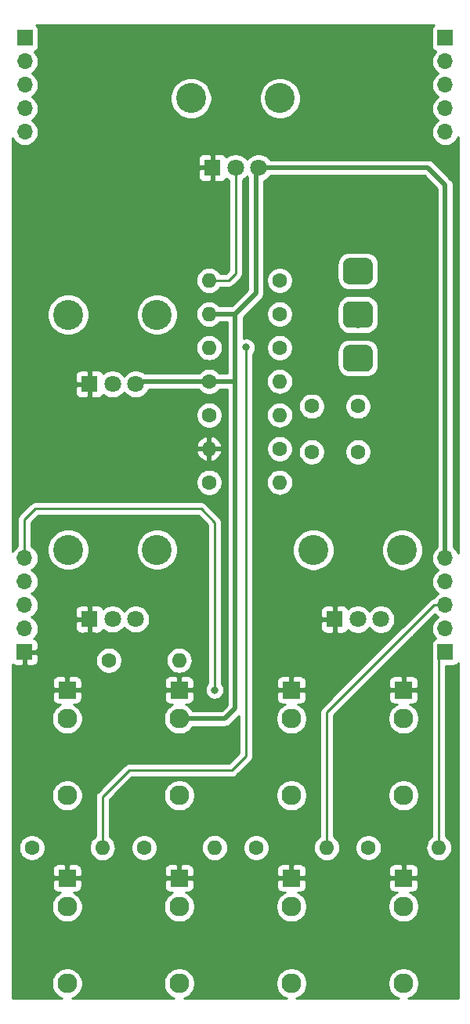
<source format=gbr>
G04 #@! TF.GenerationSoftware,KiCad,Pcbnew,(5.1.4-0-10_14)*
G04 #@! TF.CreationDate,2020-11-15T22:02:50-06:00*
G04 #@! TF.ProjectId,CEM3340_VCO,43454d33-3334-4305-9f56-434f2e6b6963,rev?*
G04 #@! TF.SameCoordinates,Original*
G04 #@! TF.FileFunction,Copper,L1,Top*
G04 #@! TF.FilePolarity,Positive*
%FSLAX46Y46*%
G04 Gerber Fmt 4.6, Leading zero omitted, Abs format (unit mm)*
G04 Created by KiCad (PCBNEW (5.1.4-0-10_14)) date 2020-11-15 22:02:50*
%MOMM*%
%LPD*%
G04 APERTURE LIST*
%ADD10C,0.100000*%
%ADD11C,2.850000*%
%ADD12C,3.240000*%
%ADD13C,1.800000*%
%ADD14R,1.800000X1.800000*%
%ADD15C,2.130000*%
%ADD16R,1.930000X1.830000*%
%ADD17C,1.600000*%
%ADD18O,1.700000X1.700000*%
%ADD19R,1.700000X1.700000*%
%ADD20O,1.600000X1.600000*%
%ADD21C,0.800000*%
%ADD22C,0.500000*%
%ADD23C,0.250000*%
%ADD24C,0.254000*%
G04 APERTURE END LIST*
D10*
G36*
X129547337Y-61248431D02*
G01*
X129616502Y-61258690D01*
X129684328Y-61275680D01*
X129750162Y-61299236D01*
X129813370Y-61329131D01*
X129873344Y-61365078D01*
X129929505Y-61406730D01*
X129981314Y-61453686D01*
X130028270Y-61505495D01*
X130069922Y-61561656D01*
X130105869Y-61621630D01*
X130135764Y-61684838D01*
X130159320Y-61750672D01*
X130176310Y-61818498D01*
X130186569Y-61887663D01*
X130190000Y-61957500D01*
X130190000Y-63382500D01*
X130186569Y-63452337D01*
X130176310Y-63521502D01*
X130159320Y-63589328D01*
X130135764Y-63655162D01*
X130105869Y-63718370D01*
X130069922Y-63778344D01*
X130028270Y-63834505D01*
X129981314Y-63886314D01*
X129929505Y-63933270D01*
X129873344Y-63974922D01*
X129813370Y-64010869D01*
X129750162Y-64040764D01*
X129684328Y-64064320D01*
X129616502Y-64081310D01*
X129547337Y-64091569D01*
X129477500Y-64095000D01*
X127702500Y-64095000D01*
X127632663Y-64091569D01*
X127563498Y-64081310D01*
X127495672Y-64064320D01*
X127429838Y-64040764D01*
X127366630Y-64010869D01*
X127306656Y-63974922D01*
X127250495Y-63933270D01*
X127198686Y-63886314D01*
X127151730Y-63834505D01*
X127110078Y-63778344D01*
X127074131Y-63718370D01*
X127044236Y-63655162D01*
X127020680Y-63589328D01*
X127003690Y-63521502D01*
X126993431Y-63452337D01*
X126990000Y-63382500D01*
X126990000Y-61957500D01*
X126993431Y-61887663D01*
X127003690Y-61818498D01*
X127020680Y-61750672D01*
X127044236Y-61684838D01*
X127074131Y-61621630D01*
X127110078Y-61561656D01*
X127151730Y-61505495D01*
X127198686Y-61453686D01*
X127250495Y-61406730D01*
X127306656Y-61365078D01*
X127366630Y-61329131D01*
X127429838Y-61299236D01*
X127495672Y-61275680D01*
X127563498Y-61258690D01*
X127632663Y-61248431D01*
X127702500Y-61245000D01*
X129477500Y-61245000D01*
X129547337Y-61248431D01*
X129547337Y-61248431D01*
G37*
D11*
X128590000Y-62670000D03*
D10*
G36*
X129547337Y-56548431D02*
G01*
X129616502Y-56558690D01*
X129684328Y-56575680D01*
X129750162Y-56599236D01*
X129813370Y-56629131D01*
X129873344Y-56665078D01*
X129929505Y-56706730D01*
X129981314Y-56753686D01*
X130028270Y-56805495D01*
X130069922Y-56861656D01*
X130105869Y-56921630D01*
X130135764Y-56984838D01*
X130159320Y-57050672D01*
X130176310Y-57118498D01*
X130186569Y-57187663D01*
X130190000Y-57257500D01*
X130190000Y-58682500D01*
X130186569Y-58752337D01*
X130176310Y-58821502D01*
X130159320Y-58889328D01*
X130135764Y-58955162D01*
X130105869Y-59018370D01*
X130069922Y-59078344D01*
X130028270Y-59134505D01*
X129981314Y-59186314D01*
X129929505Y-59233270D01*
X129873344Y-59274922D01*
X129813370Y-59310869D01*
X129750162Y-59340764D01*
X129684328Y-59364320D01*
X129616502Y-59381310D01*
X129547337Y-59391569D01*
X129477500Y-59395000D01*
X127702500Y-59395000D01*
X127632663Y-59391569D01*
X127563498Y-59381310D01*
X127495672Y-59364320D01*
X127429838Y-59340764D01*
X127366630Y-59310869D01*
X127306656Y-59274922D01*
X127250495Y-59233270D01*
X127198686Y-59186314D01*
X127151730Y-59134505D01*
X127110078Y-59078344D01*
X127074131Y-59018370D01*
X127044236Y-58955162D01*
X127020680Y-58889328D01*
X127003690Y-58821502D01*
X126993431Y-58752337D01*
X126990000Y-58682500D01*
X126990000Y-57257500D01*
X126993431Y-57187663D01*
X127003690Y-57118498D01*
X127020680Y-57050672D01*
X127044236Y-56984838D01*
X127074131Y-56921630D01*
X127110078Y-56861656D01*
X127151730Y-56805495D01*
X127198686Y-56753686D01*
X127250495Y-56706730D01*
X127306656Y-56665078D01*
X127366630Y-56629131D01*
X127429838Y-56599236D01*
X127495672Y-56575680D01*
X127563498Y-56558690D01*
X127632663Y-56548431D01*
X127702500Y-56545000D01*
X129477500Y-56545000D01*
X129547337Y-56548431D01*
X129547337Y-56548431D01*
G37*
D11*
X128590000Y-57970000D03*
D10*
G36*
X129547337Y-51848431D02*
G01*
X129616502Y-51858690D01*
X129684328Y-51875680D01*
X129750162Y-51899236D01*
X129813370Y-51929131D01*
X129873344Y-51965078D01*
X129929505Y-52006730D01*
X129981314Y-52053686D01*
X130028270Y-52105495D01*
X130069922Y-52161656D01*
X130105869Y-52221630D01*
X130135764Y-52284838D01*
X130159320Y-52350672D01*
X130176310Y-52418498D01*
X130186569Y-52487663D01*
X130190000Y-52557500D01*
X130190000Y-53982500D01*
X130186569Y-54052337D01*
X130176310Y-54121502D01*
X130159320Y-54189328D01*
X130135764Y-54255162D01*
X130105869Y-54318370D01*
X130069922Y-54378344D01*
X130028270Y-54434505D01*
X129981314Y-54486314D01*
X129929505Y-54533270D01*
X129873344Y-54574922D01*
X129813370Y-54610869D01*
X129750162Y-54640764D01*
X129684328Y-54664320D01*
X129616502Y-54681310D01*
X129547337Y-54691569D01*
X129477500Y-54695000D01*
X127702500Y-54695000D01*
X127632663Y-54691569D01*
X127563498Y-54681310D01*
X127495672Y-54664320D01*
X127429838Y-54640764D01*
X127366630Y-54610869D01*
X127306656Y-54574922D01*
X127250495Y-54533270D01*
X127198686Y-54486314D01*
X127151730Y-54434505D01*
X127110078Y-54378344D01*
X127074131Y-54318370D01*
X127044236Y-54255162D01*
X127020680Y-54189328D01*
X127003690Y-54121502D01*
X126993431Y-54052337D01*
X126990000Y-53982500D01*
X126990000Y-52557500D01*
X126993431Y-52487663D01*
X127003690Y-52418498D01*
X127020680Y-52350672D01*
X127044236Y-52284838D01*
X127074131Y-52221630D01*
X127110078Y-52161656D01*
X127151730Y-52105495D01*
X127198686Y-52053686D01*
X127250495Y-52006730D01*
X127306656Y-51965078D01*
X127366630Y-51929131D01*
X127429838Y-51899236D01*
X127495672Y-51875680D01*
X127563498Y-51858690D01*
X127632663Y-51848431D01*
X127702500Y-51845000D01*
X129477500Y-51845000D01*
X129547337Y-51848431D01*
X129547337Y-51848431D01*
G37*
D11*
X128590000Y-53270000D03*
D12*
X110560000Y-34590000D03*
X120160000Y-34590000D03*
D13*
X117860000Y-42090000D03*
X115360000Y-42090000D03*
D14*
X112860000Y-42090000D03*
D15*
X133520000Y-109930000D03*
D16*
X133520000Y-98530000D03*
D15*
X133520000Y-101630000D03*
X121400000Y-109930000D03*
D16*
X121400000Y-98530000D03*
D15*
X121400000Y-101630000D03*
X97160000Y-109930000D03*
D16*
X97160000Y-98530000D03*
D15*
X97160000Y-101630000D03*
X97160000Y-130250000D03*
D16*
X97160000Y-118850000D03*
D15*
X97160000Y-121950000D03*
X109280000Y-130250000D03*
D16*
X109280000Y-118850000D03*
D15*
X109280000Y-121950000D03*
X133520000Y-130250000D03*
D16*
X133520000Y-118850000D03*
D15*
X133520000Y-121950000D03*
X121400000Y-130250000D03*
D16*
X121400000Y-118850000D03*
D15*
X121400000Y-121950000D03*
D17*
X123590000Y-67870000D03*
X128590000Y-67870000D03*
X123590000Y-72800000D03*
X128590000Y-72800000D03*
D18*
X138040000Y-84280000D03*
X138040000Y-86820000D03*
X138040000Y-89360000D03*
X138040000Y-91900000D03*
D19*
X138040000Y-94440000D03*
D18*
X92560000Y-84280000D03*
X92560000Y-86820000D03*
X92560000Y-89360000D03*
X92560000Y-91900000D03*
D19*
X92560000Y-94440000D03*
D18*
X138040000Y-38240000D03*
X138040000Y-35700000D03*
X138040000Y-33160000D03*
X138040000Y-30620000D03*
D19*
X138040000Y-28080000D03*
D18*
X92590000Y-38240000D03*
X92590000Y-35700000D03*
X92590000Y-33160000D03*
X92590000Y-30620000D03*
D19*
X92590000Y-28080000D03*
D12*
X123780000Y-83400000D03*
X133380000Y-83400000D03*
D13*
X131080000Y-90900000D03*
X128580000Y-90900000D03*
D14*
X126080000Y-90900000D03*
D12*
X97270000Y-83390000D03*
X106870000Y-83390000D03*
D13*
X104570000Y-90890000D03*
X102070000Y-90890000D03*
D14*
X99570000Y-90890000D03*
D20*
X120130000Y-68823332D03*
D17*
X112510000Y-68823332D03*
D20*
X120130000Y-65184999D03*
D17*
X112510000Y-65184999D03*
D20*
X112510000Y-72461665D03*
D17*
X120130000Y-72461665D03*
D20*
X113096666Y-115570000D03*
D17*
X105476666Y-115570000D03*
D20*
X137350000Y-115570000D03*
D17*
X129730000Y-115570000D03*
D15*
X109280000Y-109930000D03*
D16*
X109280000Y-98530000D03*
D15*
X109280000Y-101630000D03*
D20*
X120130000Y-76100000D03*
D17*
X112510000Y-76100000D03*
D20*
X109280000Y-95330000D03*
D17*
X101660000Y-95330000D03*
D20*
X112510000Y-61546666D03*
D17*
X120130000Y-61546666D03*
D20*
X112510000Y-54270000D03*
D17*
X120130000Y-54270000D03*
D20*
X112510000Y-57908333D03*
D17*
X120130000Y-57908333D03*
D20*
X100970000Y-115570000D03*
D17*
X93350000Y-115570000D03*
D20*
X125223332Y-115570000D03*
D17*
X117603332Y-115570000D03*
D12*
X97270000Y-57980000D03*
X106870000Y-57980000D03*
D13*
X104570000Y-65480000D03*
X102070000Y-65480000D03*
D14*
X99570000Y-65480000D03*
D21*
X112860000Y-40450000D03*
X99570000Y-63840000D03*
X99570000Y-89240000D03*
X94160000Y-94440000D03*
X97160000Y-96870000D03*
X107560000Y-98530000D03*
X119680000Y-98530000D03*
X133520000Y-96870000D03*
X126080000Y-89250000D03*
X97160000Y-117190000D03*
X109280000Y-117190000D03*
X121400000Y-117190000D03*
X133520000Y-117190000D03*
X94980000Y-35700000D03*
X122930000Y-57930000D03*
X112510000Y-74000000D03*
X113100000Y-98540000D03*
X116504990Y-61519998D03*
D22*
X104570000Y-64848333D02*
X104570000Y-65480000D01*
X138040000Y-45390000D02*
X138040000Y-84280000D01*
X136140000Y-42090000D02*
X138040000Y-43990000D01*
X138040000Y-43990000D02*
X138040000Y-45390000D01*
X117860000Y-42090000D02*
X136140000Y-42090000D01*
X104865001Y-65184999D02*
X104570000Y-65480000D01*
X112510000Y-65184999D02*
X104865001Y-65184999D01*
X112510000Y-57908333D02*
X113768333Y-57908333D01*
X115330000Y-57910000D02*
X115328333Y-57908333D01*
X113768333Y-57908333D02*
X115328333Y-57908333D01*
X114210000Y-101630000D02*
X115330000Y-100510000D01*
X109280000Y-101630000D02*
X114210000Y-101630000D01*
X117580000Y-55660000D02*
X117580000Y-42370000D01*
X117580000Y-42370000D02*
X117860000Y-42090000D01*
X115330000Y-57910000D02*
X117580000Y-55660000D01*
X115324999Y-65184999D02*
X115330000Y-65190000D01*
X112510000Y-65184999D02*
X115324999Y-65184999D01*
X115330000Y-65190000D02*
X115330000Y-57910000D01*
X115330000Y-100510000D02*
X115330000Y-65190000D01*
D23*
X115360000Y-42090000D02*
X114850000Y-42600000D01*
X115360000Y-42090000D02*
X115360000Y-53540000D01*
X114630000Y-54270000D02*
X112510000Y-54270000D01*
X115360000Y-53540000D02*
X114630000Y-54270000D01*
X113100000Y-80410000D02*
X113100000Y-98540000D01*
X111640000Y-78950000D02*
X113100000Y-80410000D01*
X93730000Y-78950000D02*
X111640000Y-78950000D01*
X92560000Y-80120000D02*
X93730000Y-78950000D01*
X92560000Y-84280000D02*
X92560000Y-80120000D01*
X116504990Y-105665010D02*
X116504990Y-61519998D01*
X114940000Y-107230000D02*
X116504990Y-105665010D01*
X103850000Y-107230000D02*
X114940000Y-107230000D01*
X100970000Y-110110000D02*
X103850000Y-107230000D01*
X100970000Y-115570000D02*
X100970000Y-110110000D01*
X125223332Y-100976668D02*
X125223332Y-115570000D01*
X133950000Y-92250000D02*
X125223332Y-100976668D01*
X133950000Y-92247919D02*
X133950000Y-92250000D01*
X136837919Y-89360000D02*
X133950000Y-92247919D01*
X138040000Y-89360000D02*
X136837919Y-89360000D01*
X137350000Y-95130000D02*
X138040000Y-94440000D01*
X137350000Y-115570000D02*
X137350000Y-95130000D01*
D24*
G36*
X136835506Y-26699463D02*
G01*
X136738815Y-26778815D01*
X136659463Y-26875506D01*
X136600498Y-26985820D01*
X136564188Y-27105518D01*
X136551928Y-27230000D01*
X136551928Y-28930000D01*
X136564188Y-29054482D01*
X136600498Y-29174180D01*
X136659463Y-29284494D01*
X136738815Y-29381185D01*
X136835506Y-29460537D01*
X136945820Y-29519502D01*
X137014687Y-29540393D01*
X136984866Y-29564866D01*
X136799294Y-29790986D01*
X136661401Y-30048966D01*
X136576487Y-30328889D01*
X136547815Y-30620000D01*
X136576487Y-30911111D01*
X136661401Y-31191034D01*
X136799294Y-31449014D01*
X136984866Y-31675134D01*
X137210986Y-31860706D01*
X137265791Y-31890000D01*
X137210986Y-31919294D01*
X136984866Y-32104866D01*
X136799294Y-32330986D01*
X136661401Y-32588966D01*
X136576487Y-32868889D01*
X136547815Y-33160000D01*
X136576487Y-33451111D01*
X136661401Y-33731034D01*
X136799294Y-33989014D01*
X136984866Y-34215134D01*
X137210986Y-34400706D01*
X137265791Y-34430000D01*
X137210986Y-34459294D01*
X136984866Y-34644866D01*
X136799294Y-34870986D01*
X136661401Y-35128966D01*
X136576487Y-35408889D01*
X136547815Y-35700000D01*
X136576487Y-35991111D01*
X136661401Y-36271034D01*
X136799294Y-36529014D01*
X136984866Y-36755134D01*
X137210986Y-36940706D01*
X137265791Y-36970000D01*
X137210986Y-36999294D01*
X136984866Y-37184866D01*
X136799294Y-37410986D01*
X136661401Y-37668966D01*
X136576487Y-37948889D01*
X136547815Y-38240000D01*
X136576487Y-38531111D01*
X136661401Y-38811034D01*
X136799294Y-39069014D01*
X136984866Y-39295134D01*
X137210986Y-39480706D01*
X137468966Y-39618599D01*
X137748889Y-39703513D01*
X137967050Y-39725000D01*
X138112950Y-39725000D01*
X138331111Y-39703513D01*
X138611034Y-39618599D01*
X138869014Y-39480706D01*
X139095134Y-39295134D01*
X139280706Y-39069014D01*
X139418599Y-38811034D01*
X139430000Y-38773450D01*
X139430001Y-83746552D01*
X139418599Y-83708966D01*
X139280706Y-83450986D01*
X139095134Y-83224866D01*
X138925000Y-83085241D01*
X138925000Y-44033469D01*
X138929281Y-43990000D01*
X138925000Y-43946531D01*
X138925000Y-43946523D01*
X138912195Y-43816510D01*
X138861589Y-43649687D01*
X138779411Y-43495941D01*
X138668817Y-43361183D01*
X138635050Y-43333471D01*
X136796534Y-41494956D01*
X136768817Y-41461183D01*
X136634059Y-41350589D01*
X136480313Y-41268411D01*
X136313490Y-41217805D01*
X136183477Y-41205000D01*
X136183469Y-41205000D01*
X136140000Y-41200719D01*
X136096531Y-41205000D01*
X119114790Y-41205000D01*
X119052312Y-41111495D01*
X118838505Y-40897688D01*
X118587095Y-40729701D01*
X118307743Y-40613989D01*
X118011184Y-40555000D01*
X117708816Y-40555000D01*
X117412257Y-40613989D01*
X117132905Y-40729701D01*
X116881495Y-40897688D01*
X116667688Y-41111495D01*
X116610000Y-41197831D01*
X116552312Y-41111495D01*
X116338505Y-40897688D01*
X116087095Y-40729701D01*
X115807743Y-40613989D01*
X115511184Y-40555000D01*
X115208816Y-40555000D01*
X114912257Y-40613989D01*
X114632905Y-40729701D01*
X114381495Y-40897688D01*
X114343880Y-40935303D01*
X114290537Y-40835506D01*
X114211185Y-40738815D01*
X114114494Y-40659463D01*
X114004180Y-40600498D01*
X113884482Y-40564188D01*
X113760000Y-40551928D01*
X113145750Y-40555000D01*
X112987000Y-40713750D01*
X112987000Y-41963000D01*
X113007000Y-41963000D01*
X113007000Y-42217000D01*
X112987000Y-42217000D01*
X112987000Y-43466250D01*
X113145750Y-43625000D01*
X113760000Y-43628072D01*
X113884482Y-43615812D01*
X114004180Y-43579502D01*
X114114494Y-43520537D01*
X114211185Y-43441185D01*
X114290537Y-43344494D01*
X114343880Y-43244697D01*
X114381495Y-43282312D01*
X114600000Y-43428313D01*
X114600001Y-53225197D01*
X114315199Y-53510000D01*
X113730901Y-53510000D01*
X113708932Y-53468899D01*
X113529608Y-53250392D01*
X113311101Y-53071068D01*
X113061808Y-52937818D01*
X112791309Y-52855764D01*
X112580492Y-52835000D01*
X112439508Y-52835000D01*
X112228691Y-52855764D01*
X111958192Y-52937818D01*
X111708899Y-53071068D01*
X111490392Y-53250392D01*
X111311068Y-53468899D01*
X111177818Y-53718192D01*
X111095764Y-53988691D01*
X111068057Y-54270000D01*
X111095764Y-54551309D01*
X111177818Y-54821808D01*
X111311068Y-55071101D01*
X111490392Y-55289608D01*
X111708899Y-55468932D01*
X111958192Y-55602182D01*
X112228691Y-55684236D01*
X112439508Y-55705000D01*
X112580492Y-55705000D01*
X112791309Y-55684236D01*
X113061808Y-55602182D01*
X113311101Y-55468932D01*
X113529608Y-55289608D01*
X113708932Y-55071101D01*
X113730901Y-55030000D01*
X114592678Y-55030000D01*
X114630000Y-55033676D01*
X114667322Y-55030000D01*
X114667333Y-55030000D01*
X114778986Y-55019003D01*
X114922247Y-54975546D01*
X115054276Y-54904974D01*
X115170001Y-54810001D01*
X115193803Y-54780998D01*
X115871002Y-54103799D01*
X115900001Y-54080001D01*
X115926332Y-54047917D01*
X115994974Y-53964277D01*
X116065546Y-53832247D01*
X116087765Y-53758998D01*
X116109003Y-53688986D01*
X116120000Y-53577333D01*
X116120000Y-53577323D01*
X116123676Y-53540000D01*
X116120000Y-53502677D01*
X116120000Y-43428313D01*
X116338505Y-43282312D01*
X116552312Y-43068505D01*
X116610000Y-42982169D01*
X116667688Y-43068505D01*
X116695001Y-43095818D01*
X116695000Y-55293421D01*
X114965089Y-57023333D01*
X113640078Y-57023333D01*
X113529608Y-56888725D01*
X113311101Y-56709401D01*
X113061808Y-56576151D01*
X112791309Y-56494097D01*
X112580492Y-56473333D01*
X112439508Y-56473333D01*
X112228691Y-56494097D01*
X111958192Y-56576151D01*
X111708899Y-56709401D01*
X111490392Y-56888725D01*
X111311068Y-57107232D01*
X111177818Y-57356525D01*
X111095764Y-57627024D01*
X111068057Y-57908333D01*
X111095764Y-58189642D01*
X111177818Y-58460141D01*
X111311068Y-58709434D01*
X111490392Y-58927941D01*
X111708899Y-59107265D01*
X111958192Y-59240515D01*
X112228691Y-59322569D01*
X112439508Y-59343333D01*
X112580492Y-59343333D01*
X112791309Y-59322569D01*
X113061808Y-59240515D01*
X113311101Y-59107265D01*
X113529608Y-58927941D01*
X113640078Y-58793333D01*
X114445001Y-58793333D01*
X114445000Y-64299999D01*
X113644521Y-64299999D01*
X113624637Y-64270240D01*
X113424759Y-64070362D01*
X113189727Y-63913319D01*
X112928574Y-63805146D01*
X112651335Y-63749999D01*
X112368665Y-63749999D01*
X112091426Y-63805146D01*
X111830273Y-63913319D01*
X111595241Y-64070362D01*
X111395363Y-64270240D01*
X111375479Y-64299999D01*
X105560816Y-64299999D01*
X105548505Y-64287688D01*
X105297095Y-64119701D01*
X105017743Y-64003989D01*
X104721184Y-63945000D01*
X104418816Y-63945000D01*
X104122257Y-64003989D01*
X103842905Y-64119701D01*
X103591495Y-64287688D01*
X103377688Y-64501495D01*
X103320000Y-64587831D01*
X103262312Y-64501495D01*
X103048505Y-64287688D01*
X102797095Y-64119701D01*
X102517743Y-64003989D01*
X102221184Y-63945000D01*
X101918816Y-63945000D01*
X101622257Y-64003989D01*
X101342905Y-64119701D01*
X101091495Y-64287688D01*
X101053880Y-64325303D01*
X101000537Y-64225506D01*
X100921185Y-64128815D01*
X100824494Y-64049463D01*
X100714180Y-63990498D01*
X100594482Y-63954188D01*
X100470000Y-63941928D01*
X99855750Y-63945000D01*
X99697000Y-64103750D01*
X99697000Y-65353000D01*
X99717000Y-65353000D01*
X99717000Y-65607000D01*
X99697000Y-65607000D01*
X99697000Y-66856250D01*
X99855750Y-67015000D01*
X100470000Y-67018072D01*
X100594482Y-67005812D01*
X100714180Y-66969502D01*
X100824494Y-66910537D01*
X100921185Y-66831185D01*
X101000537Y-66734494D01*
X101053880Y-66634697D01*
X101091495Y-66672312D01*
X101342905Y-66840299D01*
X101622257Y-66956011D01*
X101918816Y-67015000D01*
X102221184Y-67015000D01*
X102517743Y-66956011D01*
X102797095Y-66840299D01*
X103048505Y-66672312D01*
X103262312Y-66458505D01*
X103320000Y-66372169D01*
X103377688Y-66458505D01*
X103591495Y-66672312D01*
X103842905Y-66840299D01*
X104122257Y-66956011D01*
X104418816Y-67015000D01*
X104721184Y-67015000D01*
X105017743Y-66956011D01*
X105297095Y-66840299D01*
X105548505Y-66672312D01*
X105762312Y-66458505D01*
X105930299Y-66207095D01*
X105987086Y-66069999D01*
X111375479Y-66069999D01*
X111395363Y-66099758D01*
X111595241Y-66299636D01*
X111830273Y-66456679D01*
X112091426Y-66564852D01*
X112368665Y-66619999D01*
X112651335Y-66619999D01*
X112928574Y-66564852D01*
X113189727Y-66456679D01*
X113424759Y-66299636D01*
X113624637Y-66099758D01*
X113644521Y-66069999D01*
X114445001Y-66069999D01*
X114445000Y-100143421D01*
X113843422Y-100745000D01*
X110733235Y-100745000D01*
X110600477Y-100546313D01*
X110363687Y-100309523D01*
X110085252Y-100123479D01*
X109984860Y-100081895D01*
X110245000Y-100083072D01*
X110369482Y-100070812D01*
X110489180Y-100034502D01*
X110599494Y-99975537D01*
X110696185Y-99896185D01*
X110775537Y-99799494D01*
X110834502Y-99689180D01*
X110870812Y-99569482D01*
X110883072Y-99445000D01*
X110880000Y-98815750D01*
X110721250Y-98657000D01*
X109407000Y-98657000D01*
X109407000Y-98677000D01*
X109153000Y-98677000D01*
X109153000Y-98657000D01*
X107838750Y-98657000D01*
X107680000Y-98815750D01*
X107676928Y-99445000D01*
X107689188Y-99569482D01*
X107725498Y-99689180D01*
X107784463Y-99799494D01*
X107863815Y-99896185D01*
X107960506Y-99975537D01*
X108070820Y-100034502D01*
X108190518Y-100070812D01*
X108315000Y-100083072D01*
X108575140Y-100081895D01*
X108474748Y-100123479D01*
X108196313Y-100309523D01*
X107959523Y-100546313D01*
X107773479Y-100824748D01*
X107645330Y-101134128D01*
X107580000Y-101462565D01*
X107580000Y-101797435D01*
X107645330Y-102125872D01*
X107773479Y-102435252D01*
X107959523Y-102713687D01*
X108196313Y-102950477D01*
X108474748Y-103136521D01*
X108784128Y-103264670D01*
X109112565Y-103330000D01*
X109447435Y-103330000D01*
X109775872Y-103264670D01*
X110085252Y-103136521D01*
X110363687Y-102950477D01*
X110600477Y-102713687D01*
X110733235Y-102515000D01*
X114166531Y-102515000D01*
X114210000Y-102519281D01*
X114253469Y-102515000D01*
X114253477Y-102515000D01*
X114383490Y-102502195D01*
X114550313Y-102451589D01*
X114704059Y-102369411D01*
X114838817Y-102258817D01*
X114866534Y-102225044D01*
X115744990Y-101346589D01*
X115744990Y-105350208D01*
X114625199Y-106470000D01*
X103887322Y-106470000D01*
X103849999Y-106466324D01*
X103812676Y-106470000D01*
X103812667Y-106470000D01*
X103701014Y-106480997D01*
X103557753Y-106524454D01*
X103425723Y-106595026D01*
X103342083Y-106663668D01*
X103309999Y-106689999D01*
X103286201Y-106718997D01*
X100458998Y-109546201D01*
X100430000Y-109569999D01*
X100406202Y-109598997D01*
X100406201Y-109598998D01*
X100335026Y-109685724D01*
X100264454Y-109817754D01*
X100220998Y-109961015D01*
X100206324Y-110110000D01*
X100210001Y-110147332D01*
X100210000Y-114349099D01*
X100168899Y-114371068D01*
X99950392Y-114550392D01*
X99771068Y-114768899D01*
X99637818Y-115018192D01*
X99555764Y-115288691D01*
X99528057Y-115570000D01*
X99555764Y-115851309D01*
X99637818Y-116121808D01*
X99771068Y-116371101D01*
X99950392Y-116589608D01*
X100168899Y-116768932D01*
X100418192Y-116902182D01*
X100688691Y-116984236D01*
X100899508Y-117005000D01*
X101040492Y-117005000D01*
X101251309Y-116984236D01*
X101521808Y-116902182D01*
X101771101Y-116768932D01*
X101989608Y-116589608D01*
X102168932Y-116371101D01*
X102302182Y-116121808D01*
X102384236Y-115851309D01*
X102411943Y-115570000D01*
X102398023Y-115428665D01*
X104041666Y-115428665D01*
X104041666Y-115711335D01*
X104096813Y-115988574D01*
X104204986Y-116249727D01*
X104362029Y-116484759D01*
X104561907Y-116684637D01*
X104796939Y-116841680D01*
X105058092Y-116949853D01*
X105335331Y-117005000D01*
X105618001Y-117005000D01*
X105895240Y-116949853D01*
X106156393Y-116841680D01*
X106391425Y-116684637D01*
X106591303Y-116484759D01*
X106748346Y-116249727D01*
X106856519Y-115988574D01*
X106911666Y-115711335D01*
X106911666Y-115570000D01*
X111654723Y-115570000D01*
X111682430Y-115851309D01*
X111764484Y-116121808D01*
X111897734Y-116371101D01*
X112077058Y-116589608D01*
X112295565Y-116768932D01*
X112544858Y-116902182D01*
X112815357Y-116984236D01*
X113026174Y-117005000D01*
X113167158Y-117005000D01*
X113377975Y-116984236D01*
X113648474Y-116902182D01*
X113897767Y-116768932D01*
X114116274Y-116589608D01*
X114295598Y-116371101D01*
X114428848Y-116121808D01*
X114510902Y-115851309D01*
X114538609Y-115570000D01*
X114524689Y-115428665D01*
X116168332Y-115428665D01*
X116168332Y-115711335D01*
X116223479Y-115988574D01*
X116331652Y-116249727D01*
X116488695Y-116484759D01*
X116688573Y-116684637D01*
X116923605Y-116841680D01*
X117184758Y-116949853D01*
X117461997Y-117005000D01*
X117744667Y-117005000D01*
X118021906Y-116949853D01*
X118283059Y-116841680D01*
X118518091Y-116684637D01*
X118717969Y-116484759D01*
X118875012Y-116249727D01*
X118983185Y-115988574D01*
X119038332Y-115711335D01*
X119038332Y-115428665D01*
X118983185Y-115151426D01*
X118875012Y-114890273D01*
X118717969Y-114655241D01*
X118518091Y-114455363D01*
X118283059Y-114298320D01*
X118021906Y-114190147D01*
X117744667Y-114135000D01*
X117461997Y-114135000D01*
X117184758Y-114190147D01*
X116923605Y-114298320D01*
X116688573Y-114455363D01*
X116488695Y-114655241D01*
X116331652Y-114890273D01*
X116223479Y-115151426D01*
X116168332Y-115428665D01*
X114524689Y-115428665D01*
X114510902Y-115288691D01*
X114428848Y-115018192D01*
X114295598Y-114768899D01*
X114116274Y-114550392D01*
X113897767Y-114371068D01*
X113648474Y-114237818D01*
X113377975Y-114155764D01*
X113167158Y-114135000D01*
X113026174Y-114135000D01*
X112815357Y-114155764D01*
X112544858Y-114237818D01*
X112295565Y-114371068D01*
X112077058Y-114550392D01*
X111897734Y-114768899D01*
X111764484Y-115018192D01*
X111682430Y-115288691D01*
X111654723Y-115570000D01*
X106911666Y-115570000D01*
X106911666Y-115428665D01*
X106856519Y-115151426D01*
X106748346Y-114890273D01*
X106591303Y-114655241D01*
X106391425Y-114455363D01*
X106156393Y-114298320D01*
X105895240Y-114190147D01*
X105618001Y-114135000D01*
X105335331Y-114135000D01*
X105058092Y-114190147D01*
X104796939Y-114298320D01*
X104561907Y-114455363D01*
X104362029Y-114655241D01*
X104204986Y-114890273D01*
X104096813Y-115151426D01*
X104041666Y-115428665D01*
X102398023Y-115428665D01*
X102384236Y-115288691D01*
X102302182Y-115018192D01*
X102168932Y-114768899D01*
X101989608Y-114550392D01*
X101771101Y-114371068D01*
X101730000Y-114349099D01*
X101730000Y-110424801D01*
X102392236Y-109762565D01*
X107580000Y-109762565D01*
X107580000Y-110097435D01*
X107645330Y-110425872D01*
X107773479Y-110735252D01*
X107959523Y-111013687D01*
X108196313Y-111250477D01*
X108474748Y-111436521D01*
X108784128Y-111564670D01*
X109112565Y-111630000D01*
X109447435Y-111630000D01*
X109775872Y-111564670D01*
X110085252Y-111436521D01*
X110363687Y-111250477D01*
X110600477Y-111013687D01*
X110786521Y-110735252D01*
X110914670Y-110425872D01*
X110980000Y-110097435D01*
X110980000Y-109762565D01*
X119700000Y-109762565D01*
X119700000Y-110097435D01*
X119765330Y-110425872D01*
X119893479Y-110735252D01*
X120079523Y-111013687D01*
X120316313Y-111250477D01*
X120594748Y-111436521D01*
X120904128Y-111564670D01*
X121232565Y-111630000D01*
X121567435Y-111630000D01*
X121895872Y-111564670D01*
X122205252Y-111436521D01*
X122483687Y-111250477D01*
X122720477Y-111013687D01*
X122906521Y-110735252D01*
X123034670Y-110425872D01*
X123100000Y-110097435D01*
X123100000Y-109762565D01*
X123034670Y-109434128D01*
X122906521Y-109124748D01*
X122720477Y-108846313D01*
X122483687Y-108609523D01*
X122205252Y-108423479D01*
X121895872Y-108295330D01*
X121567435Y-108230000D01*
X121232565Y-108230000D01*
X120904128Y-108295330D01*
X120594748Y-108423479D01*
X120316313Y-108609523D01*
X120079523Y-108846313D01*
X119893479Y-109124748D01*
X119765330Y-109434128D01*
X119700000Y-109762565D01*
X110980000Y-109762565D01*
X110914670Y-109434128D01*
X110786521Y-109124748D01*
X110600477Y-108846313D01*
X110363687Y-108609523D01*
X110085252Y-108423479D01*
X109775872Y-108295330D01*
X109447435Y-108230000D01*
X109112565Y-108230000D01*
X108784128Y-108295330D01*
X108474748Y-108423479D01*
X108196313Y-108609523D01*
X107959523Y-108846313D01*
X107773479Y-109124748D01*
X107645330Y-109434128D01*
X107580000Y-109762565D01*
X102392236Y-109762565D01*
X104164802Y-107990000D01*
X114902678Y-107990000D01*
X114940000Y-107993676D01*
X114977322Y-107990000D01*
X114977333Y-107990000D01*
X115088986Y-107979003D01*
X115232247Y-107935546D01*
X115364276Y-107864974D01*
X115480001Y-107770001D01*
X115503804Y-107740997D01*
X117015994Y-106228808D01*
X117044991Y-106205011D01*
X117071322Y-106172927D01*
X117139964Y-106089287D01*
X117210536Y-105957257D01*
X117210536Y-105957256D01*
X117253993Y-105813996D01*
X117264990Y-105702343D01*
X117264990Y-105702334D01*
X117268666Y-105665011D01*
X117264990Y-105627688D01*
X117264990Y-101462565D01*
X119700000Y-101462565D01*
X119700000Y-101797435D01*
X119765330Y-102125872D01*
X119893479Y-102435252D01*
X120079523Y-102713687D01*
X120316313Y-102950477D01*
X120594748Y-103136521D01*
X120904128Y-103264670D01*
X121232565Y-103330000D01*
X121567435Y-103330000D01*
X121895872Y-103264670D01*
X122205252Y-103136521D01*
X122483687Y-102950477D01*
X122720477Y-102713687D01*
X122906521Y-102435252D01*
X123034670Y-102125872D01*
X123100000Y-101797435D01*
X123100000Y-101462565D01*
X123034670Y-101134128D01*
X122906521Y-100824748D01*
X122720477Y-100546313D01*
X122483687Y-100309523D01*
X122205252Y-100123479D01*
X122104860Y-100081895D01*
X122365000Y-100083072D01*
X122489482Y-100070812D01*
X122609180Y-100034502D01*
X122719494Y-99975537D01*
X122816185Y-99896185D01*
X122895537Y-99799494D01*
X122954502Y-99689180D01*
X122990812Y-99569482D01*
X123003072Y-99445000D01*
X123000000Y-98815750D01*
X122841250Y-98657000D01*
X121527000Y-98657000D01*
X121527000Y-98677000D01*
X121273000Y-98677000D01*
X121273000Y-98657000D01*
X119958750Y-98657000D01*
X119800000Y-98815750D01*
X119796928Y-99445000D01*
X119809188Y-99569482D01*
X119845498Y-99689180D01*
X119904463Y-99799494D01*
X119983815Y-99896185D01*
X120080506Y-99975537D01*
X120190820Y-100034502D01*
X120310518Y-100070812D01*
X120435000Y-100083072D01*
X120695140Y-100081895D01*
X120594748Y-100123479D01*
X120316313Y-100309523D01*
X120079523Y-100546313D01*
X119893479Y-100824748D01*
X119765330Y-101134128D01*
X119700000Y-101462565D01*
X117264990Y-101462565D01*
X117264990Y-97615000D01*
X119796928Y-97615000D01*
X119800000Y-98244250D01*
X119958750Y-98403000D01*
X121273000Y-98403000D01*
X121273000Y-97138750D01*
X121527000Y-97138750D01*
X121527000Y-98403000D01*
X122841250Y-98403000D01*
X123000000Y-98244250D01*
X123003072Y-97615000D01*
X122990812Y-97490518D01*
X122954502Y-97370820D01*
X122895537Y-97260506D01*
X122816185Y-97163815D01*
X122719494Y-97084463D01*
X122609180Y-97025498D01*
X122489482Y-96989188D01*
X122365000Y-96976928D01*
X121685750Y-96980000D01*
X121527000Y-97138750D01*
X121273000Y-97138750D01*
X121114250Y-96980000D01*
X120435000Y-96976928D01*
X120310518Y-96989188D01*
X120190820Y-97025498D01*
X120080506Y-97084463D01*
X119983815Y-97163815D01*
X119904463Y-97260506D01*
X119845498Y-97370820D01*
X119809188Y-97490518D01*
X119796928Y-97615000D01*
X117264990Y-97615000D01*
X117264990Y-91800000D01*
X124541928Y-91800000D01*
X124554188Y-91924482D01*
X124590498Y-92044180D01*
X124649463Y-92154494D01*
X124728815Y-92251185D01*
X124825506Y-92330537D01*
X124935820Y-92389502D01*
X125055518Y-92425812D01*
X125180000Y-92438072D01*
X125794250Y-92435000D01*
X125953000Y-92276250D01*
X125953000Y-91027000D01*
X124703750Y-91027000D01*
X124545000Y-91185750D01*
X124541928Y-91800000D01*
X117264990Y-91800000D01*
X117264990Y-90000000D01*
X124541928Y-90000000D01*
X124545000Y-90614250D01*
X124703750Y-90773000D01*
X125953000Y-90773000D01*
X125953000Y-89523750D01*
X126207000Y-89523750D01*
X126207000Y-90773000D01*
X126227000Y-90773000D01*
X126227000Y-91027000D01*
X126207000Y-91027000D01*
X126207000Y-92276250D01*
X126365750Y-92435000D01*
X126980000Y-92438072D01*
X127104482Y-92425812D01*
X127224180Y-92389502D01*
X127334494Y-92330537D01*
X127431185Y-92251185D01*
X127510537Y-92154494D01*
X127563880Y-92054697D01*
X127601495Y-92092312D01*
X127852905Y-92260299D01*
X128132257Y-92376011D01*
X128428816Y-92435000D01*
X128731184Y-92435000D01*
X129027743Y-92376011D01*
X129307095Y-92260299D01*
X129558505Y-92092312D01*
X129772312Y-91878505D01*
X129830000Y-91792169D01*
X129887688Y-91878505D01*
X130101495Y-92092312D01*
X130352905Y-92260299D01*
X130632257Y-92376011D01*
X130928816Y-92435000D01*
X131231184Y-92435000D01*
X131527743Y-92376011D01*
X131807095Y-92260299D01*
X132058505Y-92092312D01*
X132272312Y-91878505D01*
X132440299Y-91627095D01*
X132556011Y-91347743D01*
X132615000Y-91051184D01*
X132615000Y-90748816D01*
X132556011Y-90452257D01*
X132440299Y-90172905D01*
X132272312Y-89921495D01*
X132058505Y-89707688D01*
X131807095Y-89539701D01*
X131527743Y-89423989D01*
X131231184Y-89365000D01*
X130928816Y-89365000D01*
X130632257Y-89423989D01*
X130352905Y-89539701D01*
X130101495Y-89707688D01*
X129887688Y-89921495D01*
X129830000Y-90007831D01*
X129772312Y-89921495D01*
X129558505Y-89707688D01*
X129307095Y-89539701D01*
X129027743Y-89423989D01*
X128731184Y-89365000D01*
X128428816Y-89365000D01*
X128132257Y-89423989D01*
X127852905Y-89539701D01*
X127601495Y-89707688D01*
X127563880Y-89745303D01*
X127510537Y-89645506D01*
X127431185Y-89548815D01*
X127334494Y-89469463D01*
X127224180Y-89410498D01*
X127104482Y-89374188D01*
X126980000Y-89361928D01*
X126365750Y-89365000D01*
X126207000Y-89523750D01*
X125953000Y-89523750D01*
X125794250Y-89365000D01*
X125180000Y-89361928D01*
X125055518Y-89374188D01*
X124935820Y-89410498D01*
X124825506Y-89469463D01*
X124728815Y-89548815D01*
X124649463Y-89645506D01*
X124590498Y-89755820D01*
X124554188Y-89875518D01*
X124541928Y-90000000D01*
X117264990Y-90000000D01*
X117264990Y-83177902D01*
X121525000Y-83177902D01*
X121525000Y-83622098D01*
X121611658Y-84057759D01*
X121781645Y-84468143D01*
X122028427Y-84837479D01*
X122342521Y-85151573D01*
X122711857Y-85398355D01*
X123122241Y-85568342D01*
X123557902Y-85655000D01*
X124002098Y-85655000D01*
X124437759Y-85568342D01*
X124848143Y-85398355D01*
X125217479Y-85151573D01*
X125531573Y-84837479D01*
X125778355Y-84468143D01*
X125948342Y-84057759D01*
X126035000Y-83622098D01*
X126035000Y-83177902D01*
X131125000Y-83177902D01*
X131125000Y-83622098D01*
X131211658Y-84057759D01*
X131381645Y-84468143D01*
X131628427Y-84837479D01*
X131942521Y-85151573D01*
X132311857Y-85398355D01*
X132722241Y-85568342D01*
X133157902Y-85655000D01*
X133602098Y-85655000D01*
X134037759Y-85568342D01*
X134448143Y-85398355D01*
X134817479Y-85151573D01*
X135131573Y-84837479D01*
X135378355Y-84468143D01*
X135548342Y-84057759D01*
X135635000Y-83622098D01*
X135635000Y-83177902D01*
X135548342Y-82742241D01*
X135378355Y-82331857D01*
X135131573Y-81962521D01*
X134817479Y-81648427D01*
X134448143Y-81401645D01*
X134037759Y-81231658D01*
X133602098Y-81145000D01*
X133157902Y-81145000D01*
X132722241Y-81231658D01*
X132311857Y-81401645D01*
X131942521Y-81648427D01*
X131628427Y-81962521D01*
X131381645Y-82331857D01*
X131211658Y-82742241D01*
X131125000Y-83177902D01*
X126035000Y-83177902D01*
X125948342Y-82742241D01*
X125778355Y-82331857D01*
X125531573Y-81962521D01*
X125217479Y-81648427D01*
X124848143Y-81401645D01*
X124437759Y-81231658D01*
X124002098Y-81145000D01*
X123557902Y-81145000D01*
X123122241Y-81231658D01*
X122711857Y-81401645D01*
X122342521Y-81648427D01*
X122028427Y-81962521D01*
X121781645Y-82331857D01*
X121611658Y-82742241D01*
X121525000Y-83177902D01*
X117264990Y-83177902D01*
X117264990Y-76100000D01*
X118688057Y-76100000D01*
X118715764Y-76381309D01*
X118797818Y-76651808D01*
X118931068Y-76901101D01*
X119110392Y-77119608D01*
X119328899Y-77298932D01*
X119578192Y-77432182D01*
X119848691Y-77514236D01*
X120059508Y-77535000D01*
X120200492Y-77535000D01*
X120411309Y-77514236D01*
X120681808Y-77432182D01*
X120931101Y-77298932D01*
X121149608Y-77119608D01*
X121328932Y-76901101D01*
X121462182Y-76651808D01*
X121544236Y-76381309D01*
X121571943Y-76100000D01*
X121544236Y-75818691D01*
X121462182Y-75548192D01*
X121328932Y-75298899D01*
X121149608Y-75080392D01*
X120931101Y-74901068D01*
X120681808Y-74767818D01*
X120411309Y-74685764D01*
X120200492Y-74665000D01*
X120059508Y-74665000D01*
X119848691Y-74685764D01*
X119578192Y-74767818D01*
X119328899Y-74901068D01*
X119110392Y-75080392D01*
X118931068Y-75298899D01*
X118797818Y-75548192D01*
X118715764Y-75818691D01*
X118688057Y-76100000D01*
X117264990Y-76100000D01*
X117264990Y-72320330D01*
X118695000Y-72320330D01*
X118695000Y-72603000D01*
X118750147Y-72880239D01*
X118858320Y-73141392D01*
X119015363Y-73376424D01*
X119215241Y-73576302D01*
X119450273Y-73733345D01*
X119711426Y-73841518D01*
X119988665Y-73896665D01*
X120271335Y-73896665D01*
X120548574Y-73841518D01*
X120809727Y-73733345D01*
X121044759Y-73576302D01*
X121244637Y-73376424D01*
X121401680Y-73141392D01*
X121509853Y-72880239D01*
X121553927Y-72658665D01*
X122155000Y-72658665D01*
X122155000Y-72941335D01*
X122210147Y-73218574D01*
X122318320Y-73479727D01*
X122475363Y-73714759D01*
X122675241Y-73914637D01*
X122910273Y-74071680D01*
X123171426Y-74179853D01*
X123448665Y-74235000D01*
X123731335Y-74235000D01*
X124008574Y-74179853D01*
X124269727Y-74071680D01*
X124504759Y-73914637D01*
X124704637Y-73714759D01*
X124861680Y-73479727D01*
X124969853Y-73218574D01*
X125025000Y-72941335D01*
X125025000Y-72658665D01*
X127155000Y-72658665D01*
X127155000Y-72941335D01*
X127210147Y-73218574D01*
X127318320Y-73479727D01*
X127475363Y-73714759D01*
X127675241Y-73914637D01*
X127910273Y-74071680D01*
X128171426Y-74179853D01*
X128448665Y-74235000D01*
X128731335Y-74235000D01*
X129008574Y-74179853D01*
X129269727Y-74071680D01*
X129504759Y-73914637D01*
X129704637Y-73714759D01*
X129861680Y-73479727D01*
X129969853Y-73218574D01*
X130025000Y-72941335D01*
X130025000Y-72658665D01*
X129969853Y-72381426D01*
X129861680Y-72120273D01*
X129704637Y-71885241D01*
X129504759Y-71685363D01*
X129269727Y-71528320D01*
X129008574Y-71420147D01*
X128731335Y-71365000D01*
X128448665Y-71365000D01*
X128171426Y-71420147D01*
X127910273Y-71528320D01*
X127675241Y-71685363D01*
X127475363Y-71885241D01*
X127318320Y-72120273D01*
X127210147Y-72381426D01*
X127155000Y-72658665D01*
X125025000Y-72658665D01*
X124969853Y-72381426D01*
X124861680Y-72120273D01*
X124704637Y-71885241D01*
X124504759Y-71685363D01*
X124269727Y-71528320D01*
X124008574Y-71420147D01*
X123731335Y-71365000D01*
X123448665Y-71365000D01*
X123171426Y-71420147D01*
X122910273Y-71528320D01*
X122675241Y-71685363D01*
X122475363Y-71885241D01*
X122318320Y-72120273D01*
X122210147Y-72381426D01*
X122155000Y-72658665D01*
X121553927Y-72658665D01*
X121565000Y-72603000D01*
X121565000Y-72320330D01*
X121509853Y-72043091D01*
X121401680Y-71781938D01*
X121244637Y-71546906D01*
X121044759Y-71347028D01*
X120809727Y-71189985D01*
X120548574Y-71081812D01*
X120271335Y-71026665D01*
X119988665Y-71026665D01*
X119711426Y-71081812D01*
X119450273Y-71189985D01*
X119215241Y-71347028D01*
X119015363Y-71546906D01*
X118858320Y-71781938D01*
X118750147Y-72043091D01*
X118695000Y-72320330D01*
X117264990Y-72320330D01*
X117264990Y-68823332D01*
X118688057Y-68823332D01*
X118715764Y-69104641D01*
X118797818Y-69375140D01*
X118931068Y-69624433D01*
X119110392Y-69842940D01*
X119328899Y-70022264D01*
X119578192Y-70155514D01*
X119848691Y-70237568D01*
X120059508Y-70258332D01*
X120200492Y-70258332D01*
X120411309Y-70237568D01*
X120681808Y-70155514D01*
X120931101Y-70022264D01*
X121149608Y-69842940D01*
X121328932Y-69624433D01*
X121462182Y-69375140D01*
X121544236Y-69104641D01*
X121571943Y-68823332D01*
X121544236Y-68542023D01*
X121462182Y-68271524D01*
X121328932Y-68022231D01*
X121149608Y-67803724D01*
X121058149Y-67728665D01*
X122155000Y-67728665D01*
X122155000Y-68011335D01*
X122210147Y-68288574D01*
X122318320Y-68549727D01*
X122475363Y-68784759D01*
X122675241Y-68984637D01*
X122910273Y-69141680D01*
X123171426Y-69249853D01*
X123448665Y-69305000D01*
X123731335Y-69305000D01*
X124008574Y-69249853D01*
X124269727Y-69141680D01*
X124504759Y-68984637D01*
X124704637Y-68784759D01*
X124861680Y-68549727D01*
X124969853Y-68288574D01*
X125025000Y-68011335D01*
X125025000Y-67728665D01*
X127155000Y-67728665D01*
X127155000Y-68011335D01*
X127210147Y-68288574D01*
X127318320Y-68549727D01*
X127475363Y-68784759D01*
X127675241Y-68984637D01*
X127910273Y-69141680D01*
X128171426Y-69249853D01*
X128448665Y-69305000D01*
X128731335Y-69305000D01*
X129008574Y-69249853D01*
X129269727Y-69141680D01*
X129504759Y-68984637D01*
X129704637Y-68784759D01*
X129861680Y-68549727D01*
X129969853Y-68288574D01*
X130025000Y-68011335D01*
X130025000Y-67728665D01*
X129969853Y-67451426D01*
X129861680Y-67190273D01*
X129704637Y-66955241D01*
X129504759Y-66755363D01*
X129269727Y-66598320D01*
X129008574Y-66490147D01*
X128731335Y-66435000D01*
X128448665Y-66435000D01*
X128171426Y-66490147D01*
X127910273Y-66598320D01*
X127675241Y-66755363D01*
X127475363Y-66955241D01*
X127318320Y-67190273D01*
X127210147Y-67451426D01*
X127155000Y-67728665D01*
X125025000Y-67728665D01*
X124969853Y-67451426D01*
X124861680Y-67190273D01*
X124704637Y-66955241D01*
X124504759Y-66755363D01*
X124269727Y-66598320D01*
X124008574Y-66490147D01*
X123731335Y-66435000D01*
X123448665Y-66435000D01*
X123171426Y-66490147D01*
X122910273Y-66598320D01*
X122675241Y-66755363D01*
X122475363Y-66955241D01*
X122318320Y-67190273D01*
X122210147Y-67451426D01*
X122155000Y-67728665D01*
X121058149Y-67728665D01*
X120931101Y-67624400D01*
X120681808Y-67491150D01*
X120411309Y-67409096D01*
X120200492Y-67388332D01*
X120059508Y-67388332D01*
X119848691Y-67409096D01*
X119578192Y-67491150D01*
X119328899Y-67624400D01*
X119110392Y-67803724D01*
X118931068Y-68022231D01*
X118797818Y-68271524D01*
X118715764Y-68542023D01*
X118688057Y-68823332D01*
X117264990Y-68823332D01*
X117264990Y-65184999D01*
X118688057Y-65184999D01*
X118715764Y-65466308D01*
X118797818Y-65736807D01*
X118931068Y-65986100D01*
X119110392Y-66204607D01*
X119328899Y-66383931D01*
X119578192Y-66517181D01*
X119848691Y-66599235D01*
X120059508Y-66619999D01*
X120200492Y-66619999D01*
X120411309Y-66599235D01*
X120681808Y-66517181D01*
X120931101Y-66383931D01*
X121149608Y-66204607D01*
X121328932Y-65986100D01*
X121462182Y-65736807D01*
X121544236Y-65466308D01*
X121571943Y-65184999D01*
X121544236Y-64903690D01*
X121462182Y-64633191D01*
X121328932Y-64383898D01*
X121149608Y-64165391D01*
X120931101Y-63986067D01*
X120681808Y-63852817D01*
X120411309Y-63770763D01*
X120200492Y-63749999D01*
X120059508Y-63749999D01*
X119848691Y-63770763D01*
X119578192Y-63852817D01*
X119328899Y-63986067D01*
X119110392Y-64165391D01*
X118931068Y-64383898D01*
X118797818Y-64633191D01*
X118715764Y-64903690D01*
X118688057Y-65184999D01*
X117264990Y-65184999D01*
X117264990Y-62223709D01*
X117308927Y-62179772D01*
X117422195Y-62010254D01*
X117500216Y-61821896D01*
X117539990Y-61621937D01*
X117539990Y-61418059D01*
X117537459Y-61405331D01*
X118695000Y-61405331D01*
X118695000Y-61688001D01*
X118750147Y-61965240D01*
X118858320Y-62226393D01*
X119015363Y-62461425D01*
X119215241Y-62661303D01*
X119450273Y-62818346D01*
X119711426Y-62926519D01*
X119988665Y-62981666D01*
X120271335Y-62981666D01*
X120548574Y-62926519D01*
X120809727Y-62818346D01*
X121044759Y-62661303D01*
X121244637Y-62461425D01*
X121401680Y-62226393D01*
X121509853Y-61965240D01*
X121511392Y-61957500D01*
X126351928Y-61957500D01*
X126351928Y-63382500D01*
X126377879Y-63645984D01*
X126454734Y-63899342D01*
X126579540Y-64132838D01*
X126747501Y-64337499D01*
X126952162Y-64505460D01*
X127185658Y-64630266D01*
X127439016Y-64707121D01*
X127702500Y-64733072D01*
X129477500Y-64733072D01*
X129740984Y-64707121D01*
X129994342Y-64630266D01*
X130227838Y-64505460D01*
X130432499Y-64337499D01*
X130600460Y-64132838D01*
X130725266Y-63899342D01*
X130802121Y-63645984D01*
X130828072Y-63382500D01*
X130828072Y-61957500D01*
X130802121Y-61694016D01*
X130725266Y-61440658D01*
X130600460Y-61207162D01*
X130432499Y-61002501D01*
X130227838Y-60834540D01*
X129994342Y-60709734D01*
X129740984Y-60632879D01*
X129477500Y-60606928D01*
X127702500Y-60606928D01*
X127439016Y-60632879D01*
X127185658Y-60709734D01*
X126952162Y-60834540D01*
X126747501Y-61002501D01*
X126579540Y-61207162D01*
X126454734Y-61440658D01*
X126377879Y-61694016D01*
X126351928Y-61957500D01*
X121511392Y-61957500D01*
X121565000Y-61688001D01*
X121565000Y-61405331D01*
X121509853Y-61128092D01*
X121401680Y-60866939D01*
X121244637Y-60631907D01*
X121044759Y-60432029D01*
X120809727Y-60274986D01*
X120548574Y-60166813D01*
X120271335Y-60111666D01*
X119988665Y-60111666D01*
X119711426Y-60166813D01*
X119450273Y-60274986D01*
X119215241Y-60432029D01*
X119015363Y-60631907D01*
X118858320Y-60866939D01*
X118750147Y-61128092D01*
X118695000Y-61405331D01*
X117537459Y-61405331D01*
X117500216Y-61218100D01*
X117422195Y-61029742D01*
X117308927Y-60860224D01*
X117164764Y-60716061D01*
X116995246Y-60602793D01*
X116806888Y-60524772D01*
X116606929Y-60484998D01*
X116403051Y-60484998D01*
X116215000Y-60522403D01*
X116215000Y-58276578D01*
X116724580Y-57766998D01*
X118695000Y-57766998D01*
X118695000Y-58049668D01*
X118750147Y-58326907D01*
X118858320Y-58588060D01*
X119015363Y-58823092D01*
X119215241Y-59022970D01*
X119450273Y-59180013D01*
X119711426Y-59288186D01*
X119988665Y-59343333D01*
X120271335Y-59343333D01*
X120548574Y-59288186D01*
X120809727Y-59180013D01*
X121044759Y-59022970D01*
X121244637Y-58823092D01*
X121401680Y-58588060D01*
X121509853Y-58326907D01*
X121565000Y-58049668D01*
X121565000Y-57766998D01*
X121509853Y-57489759D01*
X121413649Y-57257500D01*
X126351928Y-57257500D01*
X126351928Y-58682500D01*
X126377879Y-58945984D01*
X126454734Y-59199342D01*
X126579540Y-59432838D01*
X126747501Y-59637499D01*
X126952162Y-59805460D01*
X127185658Y-59930266D01*
X127439016Y-60007121D01*
X127702500Y-60033072D01*
X129477500Y-60033072D01*
X129740984Y-60007121D01*
X129994342Y-59930266D01*
X130227838Y-59805460D01*
X130432499Y-59637499D01*
X130600460Y-59432838D01*
X130725266Y-59199342D01*
X130802121Y-58945984D01*
X130828072Y-58682500D01*
X130828072Y-57257500D01*
X130802121Y-56994016D01*
X130725266Y-56740658D01*
X130600460Y-56507162D01*
X130432499Y-56302501D01*
X130227838Y-56134540D01*
X129994342Y-56009734D01*
X129740984Y-55932879D01*
X129477500Y-55906928D01*
X127702500Y-55906928D01*
X127439016Y-55932879D01*
X127185658Y-56009734D01*
X126952162Y-56134540D01*
X126747501Y-56302501D01*
X126579540Y-56507162D01*
X126454734Y-56740658D01*
X126377879Y-56994016D01*
X126351928Y-57257500D01*
X121413649Y-57257500D01*
X121401680Y-57228606D01*
X121244637Y-56993574D01*
X121044759Y-56793696D01*
X120809727Y-56636653D01*
X120548574Y-56528480D01*
X120271335Y-56473333D01*
X119988665Y-56473333D01*
X119711426Y-56528480D01*
X119450273Y-56636653D01*
X119215241Y-56793696D01*
X119015363Y-56993574D01*
X118858320Y-57228606D01*
X118750147Y-57489759D01*
X118695000Y-57766998D01*
X116724580Y-57766998D01*
X118175050Y-56316529D01*
X118208817Y-56288817D01*
X118258379Y-56228427D01*
X118319411Y-56154059D01*
X118401589Y-56000314D01*
X118452195Y-55833490D01*
X118462880Y-55725000D01*
X118465000Y-55703477D01*
X118465000Y-55703469D01*
X118469281Y-55660000D01*
X118465000Y-55616531D01*
X118465000Y-54128665D01*
X118695000Y-54128665D01*
X118695000Y-54411335D01*
X118750147Y-54688574D01*
X118858320Y-54949727D01*
X119015363Y-55184759D01*
X119215241Y-55384637D01*
X119450273Y-55541680D01*
X119711426Y-55649853D01*
X119988665Y-55705000D01*
X120271335Y-55705000D01*
X120548574Y-55649853D01*
X120809727Y-55541680D01*
X121044759Y-55384637D01*
X121244637Y-55184759D01*
X121401680Y-54949727D01*
X121509853Y-54688574D01*
X121565000Y-54411335D01*
X121565000Y-54128665D01*
X121509853Y-53851426D01*
X121401680Y-53590273D01*
X121244637Y-53355241D01*
X121044759Y-53155363D01*
X120809727Y-52998320D01*
X120548574Y-52890147D01*
X120271335Y-52835000D01*
X119988665Y-52835000D01*
X119711426Y-52890147D01*
X119450273Y-52998320D01*
X119215241Y-53155363D01*
X119015363Y-53355241D01*
X118858320Y-53590273D01*
X118750147Y-53851426D01*
X118695000Y-54128665D01*
X118465000Y-54128665D01*
X118465000Y-52557500D01*
X126351928Y-52557500D01*
X126351928Y-53982500D01*
X126377879Y-54245984D01*
X126454734Y-54499342D01*
X126579540Y-54732838D01*
X126747501Y-54937499D01*
X126952162Y-55105460D01*
X127185658Y-55230266D01*
X127439016Y-55307121D01*
X127702500Y-55333072D01*
X129477500Y-55333072D01*
X129740984Y-55307121D01*
X129994342Y-55230266D01*
X130227838Y-55105460D01*
X130432499Y-54937499D01*
X130600460Y-54732838D01*
X130725266Y-54499342D01*
X130802121Y-54245984D01*
X130828072Y-53982500D01*
X130828072Y-52557500D01*
X130802121Y-52294016D01*
X130725266Y-52040658D01*
X130600460Y-51807162D01*
X130432499Y-51602501D01*
X130227838Y-51434540D01*
X129994342Y-51309734D01*
X129740984Y-51232879D01*
X129477500Y-51206928D01*
X127702500Y-51206928D01*
X127439016Y-51232879D01*
X127185658Y-51309734D01*
X126952162Y-51434540D01*
X126747501Y-51602501D01*
X126579540Y-51807162D01*
X126454734Y-52040658D01*
X126377879Y-52294016D01*
X126351928Y-52557500D01*
X118465000Y-52557500D01*
X118465000Y-43500873D01*
X118587095Y-43450299D01*
X118838505Y-43282312D01*
X119052312Y-43068505D01*
X119114790Y-42975000D01*
X135773422Y-42975000D01*
X137155000Y-44356579D01*
X137155001Y-45346514D01*
X137155000Y-45346524D01*
X137155001Y-83085240D01*
X136984866Y-83224866D01*
X136799294Y-83450986D01*
X136661401Y-83708966D01*
X136576487Y-83988889D01*
X136547815Y-84280000D01*
X136576487Y-84571111D01*
X136661401Y-84851034D01*
X136799294Y-85109014D01*
X136984866Y-85335134D01*
X137210986Y-85520706D01*
X137265791Y-85550000D01*
X137210986Y-85579294D01*
X136984866Y-85764866D01*
X136799294Y-85990986D01*
X136661401Y-86248966D01*
X136576487Y-86528889D01*
X136547815Y-86820000D01*
X136576487Y-87111111D01*
X136661401Y-87391034D01*
X136799294Y-87649014D01*
X136984866Y-87875134D01*
X137210986Y-88060706D01*
X137265791Y-88090000D01*
X137210986Y-88119294D01*
X136984866Y-88304866D01*
X136799294Y-88530986D01*
X136760284Y-88603969D01*
X136688933Y-88610997D01*
X136545672Y-88654454D01*
X136413643Y-88725026D01*
X136297918Y-88819999D01*
X136274120Y-88848997D01*
X133439003Y-91684115D01*
X133409999Y-91707918D01*
X133376679Y-91748519D01*
X124712335Y-100412864D01*
X124683331Y-100436667D01*
X124628203Y-100503842D01*
X124588358Y-100552392D01*
X124518285Y-100683489D01*
X124517786Y-100684422D01*
X124474329Y-100827683D01*
X124463332Y-100939336D01*
X124463332Y-100939346D01*
X124459656Y-100976668D01*
X124463332Y-101013990D01*
X124463333Y-114349099D01*
X124422231Y-114371068D01*
X124203724Y-114550392D01*
X124024400Y-114768899D01*
X123891150Y-115018192D01*
X123809096Y-115288691D01*
X123781389Y-115570000D01*
X123809096Y-115851309D01*
X123891150Y-116121808D01*
X124024400Y-116371101D01*
X124203724Y-116589608D01*
X124422231Y-116768932D01*
X124671524Y-116902182D01*
X124942023Y-116984236D01*
X125152840Y-117005000D01*
X125293824Y-117005000D01*
X125504641Y-116984236D01*
X125775140Y-116902182D01*
X126024433Y-116768932D01*
X126242940Y-116589608D01*
X126422264Y-116371101D01*
X126555514Y-116121808D01*
X126637568Y-115851309D01*
X126665275Y-115570000D01*
X126651355Y-115428665D01*
X128295000Y-115428665D01*
X128295000Y-115711335D01*
X128350147Y-115988574D01*
X128458320Y-116249727D01*
X128615363Y-116484759D01*
X128815241Y-116684637D01*
X129050273Y-116841680D01*
X129311426Y-116949853D01*
X129588665Y-117005000D01*
X129871335Y-117005000D01*
X130148574Y-116949853D01*
X130409727Y-116841680D01*
X130644759Y-116684637D01*
X130844637Y-116484759D01*
X131001680Y-116249727D01*
X131109853Y-115988574D01*
X131165000Y-115711335D01*
X131165000Y-115428665D01*
X131109853Y-115151426D01*
X131001680Y-114890273D01*
X130844637Y-114655241D01*
X130644759Y-114455363D01*
X130409727Y-114298320D01*
X130148574Y-114190147D01*
X129871335Y-114135000D01*
X129588665Y-114135000D01*
X129311426Y-114190147D01*
X129050273Y-114298320D01*
X128815241Y-114455363D01*
X128615363Y-114655241D01*
X128458320Y-114890273D01*
X128350147Y-115151426D01*
X128295000Y-115428665D01*
X126651355Y-115428665D01*
X126637568Y-115288691D01*
X126555514Y-115018192D01*
X126422264Y-114768899D01*
X126242940Y-114550392D01*
X126024433Y-114371068D01*
X125983332Y-114349099D01*
X125983332Y-109762565D01*
X131820000Y-109762565D01*
X131820000Y-110097435D01*
X131885330Y-110425872D01*
X132013479Y-110735252D01*
X132199523Y-111013687D01*
X132436313Y-111250477D01*
X132714748Y-111436521D01*
X133024128Y-111564670D01*
X133352565Y-111630000D01*
X133687435Y-111630000D01*
X134015872Y-111564670D01*
X134325252Y-111436521D01*
X134603687Y-111250477D01*
X134840477Y-111013687D01*
X135026521Y-110735252D01*
X135154670Y-110425872D01*
X135220000Y-110097435D01*
X135220000Y-109762565D01*
X135154670Y-109434128D01*
X135026521Y-109124748D01*
X134840477Y-108846313D01*
X134603687Y-108609523D01*
X134325252Y-108423479D01*
X134015872Y-108295330D01*
X133687435Y-108230000D01*
X133352565Y-108230000D01*
X133024128Y-108295330D01*
X132714748Y-108423479D01*
X132436313Y-108609523D01*
X132199523Y-108846313D01*
X132013479Y-109124748D01*
X131885330Y-109434128D01*
X131820000Y-109762565D01*
X125983332Y-109762565D01*
X125983332Y-101462565D01*
X131820000Y-101462565D01*
X131820000Y-101797435D01*
X131885330Y-102125872D01*
X132013479Y-102435252D01*
X132199523Y-102713687D01*
X132436313Y-102950477D01*
X132714748Y-103136521D01*
X133024128Y-103264670D01*
X133352565Y-103330000D01*
X133687435Y-103330000D01*
X134015872Y-103264670D01*
X134325252Y-103136521D01*
X134603687Y-102950477D01*
X134840477Y-102713687D01*
X135026521Y-102435252D01*
X135154670Y-102125872D01*
X135220000Y-101797435D01*
X135220000Y-101462565D01*
X135154670Y-101134128D01*
X135026521Y-100824748D01*
X134840477Y-100546313D01*
X134603687Y-100309523D01*
X134325252Y-100123479D01*
X134224860Y-100081895D01*
X134485000Y-100083072D01*
X134609482Y-100070812D01*
X134729180Y-100034502D01*
X134839494Y-99975537D01*
X134936185Y-99896185D01*
X135015537Y-99799494D01*
X135074502Y-99689180D01*
X135110812Y-99569482D01*
X135123072Y-99445000D01*
X135120000Y-98815750D01*
X134961250Y-98657000D01*
X133647000Y-98657000D01*
X133647000Y-98677000D01*
X133393000Y-98677000D01*
X133393000Y-98657000D01*
X132078750Y-98657000D01*
X131920000Y-98815750D01*
X131916928Y-99445000D01*
X131929188Y-99569482D01*
X131965498Y-99689180D01*
X132024463Y-99799494D01*
X132103815Y-99896185D01*
X132200506Y-99975537D01*
X132310820Y-100034502D01*
X132430518Y-100070812D01*
X132555000Y-100083072D01*
X132815140Y-100081895D01*
X132714748Y-100123479D01*
X132436313Y-100309523D01*
X132199523Y-100546313D01*
X132013479Y-100824748D01*
X131885330Y-101134128D01*
X131820000Y-101462565D01*
X125983332Y-101462565D01*
X125983332Y-101291469D01*
X129659801Y-97615000D01*
X131916928Y-97615000D01*
X131920000Y-98244250D01*
X132078750Y-98403000D01*
X133393000Y-98403000D01*
X133393000Y-97138750D01*
X133647000Y-97138750D01*
X133647000Y-98403000D01*
X134961250Y-98403000D01*
X135120000Y-98244250D01*
X135123072Y-97615000D01*
X135110812Y-97490518D01*
X135074502Y-97370820D01*
X135015537Y-97260506D01*
X134936185Y-97163815D01*
X134839494Y-97084463D01*
X134729180Y-97025498D01*
X134609482Y-96989188D01*
X134485000Y-96976928D01*
X133805750Y-96980000D01*
X133647000Y-97138750D01*
X133393000Y-97138750D01*
X133234250Y-96980000D01*
X132555000Y-96976928D01*
X132430518Y-96989188D01*
X132310820Y-97025498D01*
X132200506Y-97084463D01*
X132103815Y-97163815D01*
X132024463Y-97260506D01*
X131965498Y-97370820D01*
X131929188Y-97490518D01*
X131916928Y-97615000D01*
X129659801Y-97615000D01*
X134461003Y-92813799D01*
X134490001Y-92790001D01*
X134513799Y-92761003D01*
X134523327Y-92749393D01*
X136927494Y-90345226D01*
X136984866Y-90415134D01*
X137210986Y-90600706D01*
X137265791Y-90630000D01*
X137210986Y-90659294D01*
X136984866Y-90844866D01*
X136799294Y-91070986D01*
X136661401Y-91328966D01*
X136576487Y-91608889D01*
X136547815Y-91900000D01*
X136576487Y-92191111D01*
X136661401Y-92471034D01*
X136799294Y-92729014D01*
X136984866Y-92955134D01*
X137014687Y-92979607D01*
X136945820Y-93000498D01*
X136835506Y-93059463D01*
X136738815Y-93138815D01*
X136659463Y-93235506D01*
X136600498Y-93345820D01*
X136564188Y-93465518D01*
X136551928Y-93590000D01*
X136551928Y-95290000D01*
X136564188Y-95414482D01*
X136590001Y-95499576D01*
X136590000Y-114349099D01*
X136548899Y-114371068D01*
X136330392Y-114550392D01*
X136151068Y-114768899D01*
X136017818Y-115018192D01*
X135935764Y-115288691D01*
X135908057Y-115570000D01*
X135935764Y-115851309D01*
X136017818Y-116121808D01*
X136151068Y-116371101D01*
X136330392Y-116589608D01*
X136548899Y-116768932D01*
X136798192Y-116902182D01*
X137068691Y-116984236D01*
X137279508Y-117005000D01*
X137420492Y-117005000D01*
X137631309Y-116984236D01*
X137901808Y-116902182D01*
X138151101Y-116768932D01*
X138369608Y-116589608D01*
X138548932Y-116371101D01*
X138682182Y-116121808D01*
X138764236Y-115851309D01*
X138791943Y-115570000D01*
X138764236Y-115288691D01*
X138682182Y-115018192D01*
X138548932Y-114768899D01*
X138369608Y-114550392D01*
X138151101Y-114371068D01*
X138110000Y-114349099D01*
X138110000Y-95928072D01*
X138890000Y-95928072D01*
X139014482Y-95915812D01*
X139134180Y-95879502D01*
X139244494Y-95820537D01*
X139341185Y-95741185D01*
X139420537Y-95644494D01*
X139430001Y-95626789D01*
X139430001Y-131870000D01*
X134051289Y-131870000D01*
X134325252Y-131756521D01*
X134603687Y-131570477D01*
X134840477Y-131333687D01*
X135026521Y-131055252D01*
X135154670Y-130745872D01*
X135220000Y-130417435D01*
X135220000Y-130082565D01*
X135154670Y-129754128D01*
X135026521Y-129444748D01*
X134840477Y-129166313D01*
X134603687Y-128929523D01*
X134325252Y-128743479D01*
X134015872Y-128615330D01*
X133687435Y-128550000D01*
X133352565Y-128550000D01*
X133024128Y-128615330D01*
X132714748Y-128743479D01*
X132436313Y-128929523D01*
X132199523Y-129166313D01*
X132013479Y-129444748D01*
X131885330Y-129754128D01*
X131820000Y-130082565D01*
X131820000Y-130417435D01*
X131885330Y-130745872D01*
X132013479Y-131055252D01*
X132199523Y-131333687D01*
X132436313Y-131570477D01*
X132714748Y-131756521D01*
X132988711Y-131870000D01*
X121931289Y-131870000D01*
X122205252Y-131756521D01*
X122483687Y-131570477D01*
X122720477Y-131333687D01*
X122906521Y-131055252D01*
X123034670Y-130745872D01*
X123100000Y-130417435D01*
X123100000Y-130082565D01*
X123034670Y-129754128D01*
X122906521Y-129444748D01*
X122720477Y-129166313D01*
X122483687Y-128929523D01*
X122205252Y-128743479D01*
X121895872Y-128615330D01*
X121567435Y-128550000D01*
X121232565Y-128550000D01*
X120904128Y-128615330D01*
X120594748Y-128743479D01*
X120316313Y-128929523D01*
X120079523Y-129166313D01*
X119893479Y-129444748D01*
X119765330Y-129754128D01*
X119700000Y-130082565D01*
X119700000Y-130417435D01*
X119765330Y-130745872D01*
X119893479Y-131055252D01*
X120079523Y-131333687D01*
X120316313Y-131570477D01*
X120594748Y-131756521D01*
X120868711Y-131870000D01*
X109811289Y-131870000D01*
X110085252Y-131756521D01*
X110363687Y-131570477D01*
X110600477Y-131333687D01*
X110786521Y-131055252D01*
X110914670Y-130745872D01*
X110980000Y-130417435D01*
X110980000Y-130082565D01*
X110914670Y-129754128D01*
X110786521Y-129444748D01*
X110600477Y-129166313D01*
X110363687Y-128929523D01*
X110085252Y-128743479D01*
X109775872Y-128615330D01*
X109447435Y-128550000D01*
X109112565Y-128550000D01*
X108784128Y-128615330D01*
X108474748Y-128743479D01*
X108196313Y-128929523D01*
X107959523Y-129166313D01*
X107773479Y-129444748D01*
X107645330Y-129754128D01*
X107580000Y-130082565D01*
X107580000Y-130417435D01*
X107645330Y-130745872D01*
X107773479Y-131055252D01*
X107959523Y-131333687D01*
X108196313Y-131570477D01*
X108474748Y-131756521D01*
X108748711Y-131870000D01*
X97691289Y-131870000D01*
X97965252Y-131756521D01*
X98243687Y-131570477D01*
X98480477Y-131333687D01*
X98666521Y-131055252D01*
X98794670Y-130745872D01*
X98860000Y-130417435D01*
X98860000Y-130082565D01*
X98794670Y-129754128D01*
X98666521Y-129444748D01*
X98480477Y-129166313D01*
X98243687Y-128929523D01*
X97965252Y-128743479D01*
X97655872Y-128615330D01*
X97327435Y-128550000D01*
X96992565Y-128550000D01*
X96664128Y-128615330D01*
X96354748Y-128743479D01*
X96076313Y-128929523D01*
X95839523Y-129166313D01*
X95653479Y-129444748D01*
X95525330Y-129754128D01*
X95460000Y-130082565D01*
X95460000Y-130417435D01*
X95525330Y-130745872D01*
X95653479Y-131055252D01*
X95839523Y-131333687D01*
X96076313Y-131570477D01*
X96354748Y-131756521D01*
X96628711Y-131870000D01*
X91250000Y-131870000D01*
X91250000Y-121782565D01*
X95460000Y-121782565D01*
X95460000Y-122117435D01*
X95525330Y-122445872D01*
X95653479Y-122755252D01*
X95839523Y-123033687D01*
X96076313Y-123270477D01*
X96354748Y-123456521D01*
X96664128Y-123584670D01*
X96992565Y-123650000D01*
X97327435Y-123650000D01*
X97655872Y-123584670D01*
X97965252Y-123456521D01*
X98243687Y-123270477D01*
X98480477Y-123033687D01*
X98666521Y-122755252D01*
X98794670Y-122445872D01*
X98860000Y-122117435D01*
X98860000Y-121782565D01*
X107580000Y-121782565D01*
X107580000Y-122117435D01*
X107645330Y-122445872D01*
X107773479Y-122755252D01*
X107959523Y-123033687D01*
X108196313Y-123270477D01*
X108474748Y-123456521D01*
X108784128Y-123584670D01*
X109112565Y-123650000D01*
X109447435Y-123650000D01*
X109775872Y-123584670D01*
X110085252Y-123456521D01*
X110363687Y-123270477D01*
X110600477Y-123033687D01*
X110786521Y-122755252D01*
X110914670Y-122445872D01*
X110980000Y-122117435D01*
X110980000Y-121782565D01*
X119700000Y-121782565D01*
X119700000Y-122117435D01*
X119765330Y-122445872D01*
X119893479Y-122755252D01*
X120079523Y-123033687D01*
X120316313Y-123270477D01*
X120594748Y-123456521D01*
X120904128Y-123584670D01*
X121232565Y-123650000D01*
X121567435Y-123650000D01*
X121895872Y-123584670D01*
X122205252Y-123456521D01*
X122483687Y-123270477D01*
X122720477Y-123033687D01*
X122906521Y-122755252D01*
X123034670Y-122445872D01*
X123100000Y-122117435D01*
X123100000Y-121782565D01*
X131820000Y-121782565D01*
X131820000Y-122117435D01*
X131885330Y-122445872D01*
X132013479Y-122755252D01*
X132199523Y-123033687D01*
X132436313Y-123270477D01*
X132714748Y-123456521D01*
X133024128Y-123584670D01*
X133352565Y-123650000D01*
X133687435Y-123650000D01*
X134015872Y-123584670D01*
X134325252Y-123456521D01*
X134603687Y-123270477D01*
X134840477Y-123033687D01*
X135026521Y-122755252D01*
X135154670Y-122445872D01*
X135220000Y-122117435D01*
X135220000Y-121782565D01*
X135154670Y-121454128D01*
X135026521Y-121144748D01*
X134840477Y-120866313D01*
X134603687Y-120629523D01*
X134325252Y-120443479D01*
X134224860Y-120401895D01*
X134485000Y-120403072D01*
X134609482Y-120390812D01*
X134729180Y-120354502D01*
X134839494Y-120295537D01*
X134936185Y-120216185D01*
X135015537Y-120119494D01*
X135074502Y-120009180D01*
X135110812Y-119889482D01*
X135123072Y-119765000D01*
X135120000Y-119135750D01*
X134961250Y-118977000D01*
X133647000Y-118977000D01*
X133647000Y-118997000D01*
X133393000Y-118997000D01*
X133393000Y-118977000D01*
X132078750Y-118977000D01*
X131920000Y-119135750D01*
X131916928Y-119765000D01*
X131929188Y-119889482D01*
X131965498Y-120009180D01*
X132024463Y-120119494D01*
X132103815Y-120216185D01*
X132200506Y-120295537D01*
X132310820Y-120354502D01*
X132430518Y-120390812D01*
X132555000Y-120403072D01*
X132815140Y-120401895D01*
X132714748Y-120443479D01*
X132436313Y-120629523D01*
X132199523Y-120866313D01*
X132013479Y-121144748D01*
X131885330Y-121454128D01*
X131820000Y-121782565D01*
X123100000Y-121782565D01*
X123034670Y-121454128D01*
X122906521Y-121144748D01*
X122720477Y-120866313D01*
X122483687Y-120629523D01*
X122205252Y-120443479D01*
X122104860Y-120401895D01*
X122365000Y-120403072D01*
X122489482Y-120390812D01*
X122609180Y-120354502D01*
X122719494Y-120295537D01*
X122816185Y-120216185D01*
X122895537Y-120119494D01*
X122954502Y-120009180D01*
X122990812Y-119889482D01*
X123003072Y-119765000D01*
X123000000Y-119135750D01*
X122841250Y-118977000D01*
X121527000Y-118977000D01*
X121527000Y-118997000D01*
X121273000Y-118997000D01*
X121273000Y-118977000D01*
X119958750Y-118977000D01*
X119800000Y-119135750D01*
X119796928Y-119765000D01*
X119809188Y-119889482D01*
X119845498Y-120009180D01*
X119904463Y-120119494D01*
X119983815Y-120216185D01*
X120080506Y-120295537D01*
X120190820Y-120354502D01*
X120310518Y-120390812D01*
X120435000Y-120403072D01*
X120695140Y-120401895D01*
X120594748Y-120443479D01*
X120316313Y-120629523D01*
X120079523Y-120866313D01*
X119893479Y-121144748D01*
X119765330Y-121454128D01*
X119700000Y-121782565D01*
X110980000Y-121782565D01*
X110914670Y-121454128D01*
X110786521Y-121144748D01*
X110600477Y-120866313D01*
X110363687Y-120629523D01*
X110085252Y-120443479D01*
X109984860Y-120401895D01*
X110245000Y-120403072D01*
X110369482Y-120390812D01*
X110489180Y-120354502D01*
X110599494Y-120295537D01*
X110696185Y-120216185D01*
X110775537Y-120119494D01*
X110834502Y-120009180D01*
X110870812Y-119889482D01*
X110883072Y-119765000D01*
X110880000Y-119135750D01*
X110721250Y-118977000D01*
X109407000Y-118977000D01*
X109407000Y-118997000D01*
X109153000Y-118997000D01*
X109153000Y-118977000D01*
X107838750Y-118977000D01*
X107680000Y-119135750D01*
X107676928Y-119765000D01*
X107689188Y-119889482D01*
X107725498Y-120009180D01*
X107784463Y-120119494D01*
X107863815Y-120216185D01*
X107960506Y-120295537D01*
X108070820Y-120354502D01*
X108190518Y-120390812D01*
X108315000Y-120403072D01*
X108575140Y-120401895D01*
X108474748Y-120443479D01*
X108196313Y-120629523D01*
X107959523Y-120866313D01*
X107773479Y-121144748D01*
X107645330Y-121454128D01*
X107580000Y-121782565D01*
X98860000Y-121782565D01*
X98794670Y-121454128D01*
X98666521Y-121144748D01*
X98480477Y-120866313D01*
X98243687Y-120629523D01*
X97965252Y-120443479D01*
X97864860Y-120401895D01*
X98125000Y-120403072D01*
X98249482Y-120390812D01*
X98369180Y-120354502D01*
X98479494Y-120295537D01*
X98576185Y-120216185D01*
X98655537Y-120119494D01*
X98714502Y-120009180D01*
X98750812Y-119889482D01*
X98763072Y-119765000D01*
X98760000Y-119135750D01*
X98601250Y-118977000D01*
X97287000Y-118977000D01*
X97287000Y-118997000D01*
X97033000Y-118997000D01*
X97033000Y-118977000D01*
X95718750Y-118977000D01*
X95560000Y-119135750D01*
X95556928Y-119765000D01*
X95569188Y-119889482D01*
X95605498Y-120009180D01*
X95664463Y-120119494D01*
X95743815Y-120216185D01*
X95840506Y-120295537D01*
X95950820Y-120354502D01*
X96070518Y-120390812D01*
X96195000Y-120403072D01*
X96455140Y-120401895D01*
X96354748Y-120443479D01*
X96076313Y-120629523D01*
X95839523Y-120866313D01*
X95653479Y-121144748D01*
X95525330Y-121454128D01*
X95460000Y-121782565D01*
X91250000Y-121782565D01*
X91250000Y-117935000D01*
X95556928Y-117935000D01*
X95560000Y-118564250D01*
X95718750Y-118723000D01*
X97033000Y-118723000D01*
X97033000Y-117458750D01*
X97287000Y-117458750D01*
X97287000Y-118723000D01*
X98601250Y-118723000D01*
X98760000Y-118564250D01*
X98763072Y-117935000D01*
X107676928Y-117935000D01*
X107680000Y-118564250D01*
X107838750Y-118723000D01*
X109153000Y-118723000D01*
X109153000Y-117458750D01*
X109407000Y-117458750D01*
X109407000Y-118723000D01*
X110721250Y-118723000D01*
X110880000Y-118564250D01*
X110883072Y-117935000D01*
X119796928Y-117935000D01*
X119800000Y-118564250D01*
X119958750Y-118723000D01*
X121273000Y-118723000D01*
X121273000Y-117458750D01*
X121527000Y-117458750D01*
X121527000Y-118723000D01*
X122841250Y-118723000D01*
X123000000Y-118564250D01*
X123003072Y-117935000D01*
X131916928Y-117935000D01*
X131920000Y-118564250D01*
X132078750Y-118723000D01*
X133393000Y-118723000D01*
X133393000Y-117458750D01*
X133647000Y-117458750D01*
X133647000Y-118723000D01*
X134961250Y-118723000D01*
X135120000Y-118564250D01*
X135123072Y-117935000D01*
X135110812Y-117810518D01*
X135074502Y-117690820D01*
X135015537Y-117580506D01*
X134936185Y-117483815D01*
X134839494Y-117404463D01*
X134729180Y-117345498D01*
X134609482Y-117309188D01*
X134485000Y-117296928D01*
X133805750Y-117300000D01*
X133647000Y-117458750D01*
X133393000Y-117458750D01*
X133234250Y-117300000D01*
X132555000Y-117296928D01*
X132430518Y-117309188D01*
X132310820Y-117345498D01*
X132200506Y-117404463D01*
X132103815Y-117483815D01*
X132024463Y-117580506D01*
X131965498Y-117690820D01*
X131929188Y-117810518D01*
X131916928Y-117935000D01*
X123003072Y-117935000D01*
X122990812Y-117810518D01*
X122954502Y-117690820D01*
X122895537Y-117580506D01*
X122816185Y-117483815D01*
X122719494Y-117404463D01*
X122609180Y-117345498D01*
X122489482Y-117309188D01*
X122365000Y-117296928D01*
X121685750Y-117300000D01*
X121527000Y-117458750D01*
X121273000Y-117458750D01*
X121114250Y-117300000D01*
X120435000Y-117296928D01*
X120310518Y-117309188D01*
X120190820Y-117345498D01*
X120080506Y-117404463D01*
X119983815Y-117483815D01*
X119904463Y-117580506D01*
X119845498Y-117690820D01*
X119809188Y-117810518D01*
X119796928Y-117935000D01*
X110883072Y-117935000D01*
X110870812Y-117810518D01*
X110834502Y-117690820D01*
X110775537Y-117580506D01*
X110696185Y-117483815D01*
X110599494Y-117404463D01*
X110489180Y-117345498D01*
X110369482Y-117309188D01*
X110245000Y-117296928D01*
X109565750Y-117300000D01*
X109407000Y-117458750D01*
X109153000Y-117458750D01*
X108994250Y-117300000D01*
X108315000Y-117296928D01*
X108190518Y-117309188D01*
X108070820Y-117345498D01*
X107960506Y-117404463D01*
X107863815Y-117483815D01*
X107784463Y-117580506D01*
X107725498Y-117690820D01*
X107689188Y-117810518D01*
X107676928Y-117935000D01*
X98763072Y-117935000D01*
X98750812Y-117810518D01*
X98714502Y-117690820D01*
X98655537Y-117580506D01*
X98576185Y-117483815D01*
X98479494Y-117404463D01*
X98369180Y-117345498D01*
X98249482Y-117309188D01*
X98125000Y-117296928D01*
X97445750Y-117300000D01*
X97287000Y-117458750D01*
X97033000Y-117458750D01*
X96874250Y-117300000D01*
X96195000Y-117296928D01*
X96070518Y-117309188D01*
X95950820Y-117345498D01*
X95840506Y-117404463D01*
X95743815Y-117483815D01*
X95664463Y-117580506D01*
X95605498Y-117690820D01*
X95569188Y-117810518D01*
X95556928Y-117935000D01*
X91250000Y-117935000D01*
X91250000Y-115428665D01*
X91915000Y-115428665D01*
X91915000Y-115711335D01*
X91970147Y-115988574D01*
X92078320Y-116249727D01*
X92235363Y-116484759D01*
X92435241Y-116684637D01*
X92670273Y-116841680D01*
X92931426Y-116949853D01*
X93208665Y-117005000D01*
X93491335Y-117005000D01*
X93768574Y-116949853D01*
X94029727Y-116841680D01*
X94264759Y-116684637D01*
X94464637Y-116484759D01*
X94621680Y-116249727D01*
X94729853Y-115988574D01*
X94785000Y-115711335D01*
X94785000Y-115428665D01*
X94729853Y-115151426D01*
X94621680Y-114890273D01*
X94464637Y-114655241D01*
X94264759Y-114455363D01*
X94029727Y-114298320D01*
X93768574Y-114190147D01*
X93491335Y-114135000D01*
X93208665Y-114135000D01*
X92931426Y-114190147D01*
X92670273Y-114298320D01*
X92435241Y-114455363D01*
X92235363Y-114655241D01*
X92078320Y-114890273D01*
X91970147Y-115151426D01*
X91915000Y-115428665D01*
X91250000Y-115428665D01*
X91250000Y-109762565D01*
X95460000Y-109762565D01*
X95460000Y-110097435D01*
X95525330Y-110425872D01*
X95653479Y-110735252D01*
X95839523Y-111013687D01*
X96076313Y-111250477D01*
X96354748Y-111436521D01*
X96664128Y-111564670D01*
X96992565Y-111630000D01*
X97327435Y-111630000D01*
X97655872Y-111564670D01*
X97965252Y-111436521D01*
X98243687Y-111250477D01*
X98480477Y-111013687D01*
X98666521Y-110735252D01*
X98794670Y-110425872D01*
X98860000Y-110097435D01*
X98860000Y-109762565D01*
X98794670Y-109434128D01*
X98666521Y-109124748D01*
X98480477Y-108846313D01*
X98243687Y-108609523D01*
X97965252Y-108423479D01*
X97655872Y-108295330D01*
X97327435Y-108230000D01*
X96992565Y-108230000D01*
X96664128Y-108295330D01*
X96354748Y-108423479D01*
X96076313Y-108609523D01*
X95839523Y-108846313D01*
X95653479Y-109124748D01*
X95525330Y-109434128D01*
X95460000Y-109762565D01*
X91250000Y-109762565D01*
X91250000Y-101462565D01*
X95460000Y-101462565D01*
X95460000Y-101797435D01*
X95525330Y-102125872D01*
X95653479Y-102435252D01*
X95839523Y-102713687D01*
X96076313Y-102950477D01*
X96354748Y-103136521D01*
X96664128Y-103264670D01*
X96992565Y-103330000D01*
X97327435Y-103330000D01*
X97655872Y-103264670D01*
X97965252Y-103136521D01*
X98243687Y-102950477D01*
X98480477Y-102713687D01*
X98666521Y-102435252D01*
X98794670Y-102125872D01*
X98860000Y-101797435D01*
X98860000Y-101462565D01*
X98794670Y-101134128D01*
X98666521Y-100824748D01*
X98480477Y-100546313D01*
X98243687Y-100309523D01*
X97965252Y-100123479D01*
X97864860Y-100081895D01*
X98125000Y-100083072D01*
X98249482Y-100070812D01*
X98369180Y-100034502D01*
X98479494Y-99975537D01*
X98576185Y-99896185D01*
X98655537Y-99799494D01*
X98714502Y-99689180D01*
X98750812Y-99569482D01*
X98763072Y-99445000D01*
X98760000Y-98815750D01*
X98601250Y-98657000D01*
X97287000Y-98657000D01*
X97287000Y-98677000D01*
X97033000Y-98677000D01*
X97033000Y-98657000D01*
X95718750Y-98657000D01*
X95560000Y-98815750D01*
X95556928Y-99445000D01*
X95569188Y-99569482D01*
X95605498Y-99689180D01*
X95664463Y-99799494D01*
X95743815Y-99896185D01*
X95840506Y-99975537D01*
X95950820Y-100034502D01*
X96070518Y-100070812D01*
X96195000Y-100083072D01*
X96455140Y-100081895D01*
X96354748Y-100123479D01*
X96076313Y-100309523D01*
X95839523Y-100546313D01*
X95653479Y-100824748D01*
X95525330Y-101134128D01*
X95460000Y-101462565D01*
X91250000Y-101462565D01*
X91250000Y-97615000D01*
X95556928Y-97615000D01*
X95560000Y-98244250D01*
X95718750Y-98403000D01*
X97033000Y-98403000D01*
X97033000Y-97138750D01*
X97287000Y-97138750D01*
X97287000Y-98403000D01*
X98601250Y-98403000D01*
X98760000Y-98244250D01*
X98763072Y-97615000D01*
X107676928Y-97615000D01*
X107680000Y-98244250D01*
X107838750Y-98403000D01*
X109153000Y-98403000D01*
X109153000Y-97138750D01*
X109407000Y-97138750D01*
X109407000Y-98403000D01*
X110721250Y-98403000D01*
X110880000Y-98244250D01*
X110883072Y-97615000D01*
X110870812Y-97490518D01*
X110834502Y-97370820D01*
X110775537Y-97260506D01*
X110696185Y-97163815D01*
X110599494Y-97084463D01*
X110489180Y-97025498D01*
X110369482Y-96989188D01*
X110245000Y-96976928D01*
X109565750Y-96980000D01*
X109407000Y-97138750D01*
X109153000Y-97138750D01*
X108994250Y-96980000D01*
X108315000Y-96976928D01*
X108190518Y-96989188D01*
X108070820Y-97025498D01*
X107960506Y-97084463D01*
X107863815Y-97163815D01*
X107784463Y-97260506D01*
X107725498Y-97370820D01*
X107689188Y-97490518D01*
X107676928Y-97615000D01*
X98763072Y-97615000D01*
X98750812Y-97490518D01*
X98714502Y-97370820D01*
X98655537Y-97260506D01*
X98576185Y-97163815D01*
X98479494Y-97084463D01*
X98369180Y-97025498D01*
X98249482Y-96989188D01*
X98125000Y-96976928D01*
X97445750Y-96980000D01*
X97287000Y-97138750D01*
X97033000Y-97138750D01*
X96874250Y-96980000D01*
X96195000Y-96976928D01*
X96070518Y-96989188D01*
X95950820Y-97025498D01*
X95840506Y-97084463D01*
X95743815Y-97163815D01*
X95664463Y-97260506D01*
X95605498Y-97370820D01*
X95569188Y-97490518D01*
X95556928Y-97615000D01*
X91250000Y-97615000D01*
X91250000Y-95730444D01*
X91258815Y-95741185D01*
X91355506Y-95820537D01*
X91465820Y-95879502D01*
X91585518Y-95915812D01*
X91710000Y-95928072D01*
X92274250Y-95925000D01*
X92433000Y-95766250D01*
X92433000Y-94567000D01*
X92687000Y-94567000D01*
X92687000Y-95766250D01*
X92845750Y-95925000D01*
X93410000Y-95928072D01*
X93534482Y-95915812D01*
X93654180Y-95879502D01*
X93764494Y-95820537D01*
X93861185Y-95741185D01*
X93940537Y-95644494D01*
X93999502Y-95534180D01*
X94035812Y-95414482D01*
X94048072Y-95290000D01*
X94047521Y-95188665D01*
X100225000Y-95188665D01*
X100225000Y-95471335D01*
X100280147Y-95748574D01*
X100388320Y-96009727D01*
X100545363Y-96244759D01*
X100745241Y-96444637D01*
X100980273Y-96601680D01*
X101241426Y-96709853D01*
X101518665Y-96765000D01*
X101801335Y-96765000D01*
X102078574Y-96709853D01*
X102339727Y-96601680D01*
X102574759Y-96444637D01*
X102774637Y-96244759D01*
X102931680Y-96009727D01*
X103039853Y-95748574D01*
X103095000Y-95471335D01*
X103095000Y-95330000D01*
X107838057Y-95330000D01*
X107865764Y-95611309D01*
X107947818Y-95881808D01*
X108081068Y-96131101D01*
X108260392Y-96349608D01*
X108478899Y-96528932D01*
X108728192Y-96662182D01*
X108998691Y-96744236D01*
X109209508Y-96765000D01*
X109350492Y-96765000D01*
X109561309Y-96744236D01*
X109831808Y-96662182D01*
X110081101Y-96528932D01*
X110299608Y-96349608D01*
X110478932Y-96131101D01*
X110612182Y-95881808D01*
X110694236Y-95611309D01*
X110721943Y-95330000D01*
X110694236Y-95048691D01*
X110612182Y-94778192D01*
X110478932Y-94528899D01*
X110299608Y-94310392D01*
X110081101Y-94131068D01*
X109831808Y-93997818D01*
X109561309Y-93915764D01*
X109350492Y-93895000D01*
X109209508Y-93895000D01*
X108998691Y-93915764D01*
X108728192Y-93997818D01*
X108478899Y-94131068D01*
X108260392Y-94310392D01*
X108081068Y-94528899D01*
X107947818Y-94778192D01*
X107865764Y-95048691D01*
X107838057Y-95330000D01*
X103095000Y-95330000D01*
X103095000Y-95188665D01*
X103039853Y-94911426D01*
X102931680Y-94650273D01*
X102774637Y-94415241D01*
X102574759Y-94215363D01*
X102339727Y-94058320D01*
X102078574Y-93950147D01*
X101801335Y-93895000D01*
X101518665Y-93895000D01*
X101241426Y-93950147D01*
X100980273Y-94058320D01*
X100745241Y-94215363D01*
X100545363Y-94415241D01*
X100388320Y-94650273D01*
X100280147Y-94911426D01*
X100225000Y-95188665D01*
X94047521Y-95188665D01*
X94045000Y-94725750D01*
X93886250Y-94567000D01*
X92687000Y-94567000D01*
X92433000Y-94567000D01*
X92413000Y-94567000D01*
X92413000Y-94313000D01*
X92433000Y-94313000D01*
X92433000Y-94293000D01*
X92687000Y-94293000D01*
X92687000Y-94313000D01*
X93886250Y-94313000D01*
X94045000Y-94154250D01*
X94048072Y-93590000D01*
X94035812Y-93465518D01*
X93999502Y-93345820D01*
X93940537Y-93235506D01*
X93861185Y-93138815D01*
X93764494Y-93059463D01*
X93654180Y-93000498D01*
X93585313Y-92979607D01*
X93615134Y-92955134D01*
X93800706Y-92729014D01*
X93938599Y-92471034D01*
X94023513Y-92191111D01*
X94052185Y-91900000D01*
X94041351Y-91790000D01*
X98031928Y-91790000D01*
X98044188Y-91914482D01*
X98080498Y-92034180D01*
X98139463Y-92144494D01*
X98218815Y-92241185D01*
X98315506Y-92320537D01*
X98425820Y-92379502D01*
X98545518Y-92415812D01*
X98670000Y-92428072D01*
X99284250Y-92425000D01*
X99443000Y-92266250D01*
X99443000Y-91017000D01*
X98193750Y-91017000D01*
X98035000Y-91175750D01*
X98031928Y-91790000D01*
X94041351Y-91790000D01*
X94023513Y-91608889D01*
X93938599Y-91328966D01*
X93800706Y-91070986D01*
X93615134Y-90844866D01*
X93389014Y-90659294D01*
X93334209Y-90630000D01*
X93389014Y-90600706D01*
X93615134Y-90415134D01*
X93800706Y-90189014D01*
X93907081Y-89990000D01*
X98031928Y-89990000D01*
X98035000Y-90604250D01*
X98193750Y-90763000D01*
X99443000Y-90763000D01*
X99443000Y-89513750D01*
X99697000Y-89513750D01*
X99697000Y-90763000D01*
X99717000Y-90763000D01*
X99717000Y-91017000D01*
X99697000Y-91017000D01*
X99697000Y-92266250D01*
X99855750Y-92425000D01*
X100470000Y-92428072D01*
X100594482Y-92415812D01*
X100714180Y-92379502D01*
X100824494Y-92320537D01*
X100921185Y-92241185D01*
X101000537Y-92144494D01*
X101053880Y-92044697D01*
X101091495Y-92082312D01*
X101342905Y-92250299D01*
X101622257Y-92366011D01*
X101918816Y-92425000D01*
X102221184Y-92425000D01*
X102517743Y-92366011D01*
X102797095Y-92250299D01*
X103048505Y-92082312D01*
X103262312Y-91868505D01*
X103320000Y-91782169D01*
X103377688Y-91868505D01*
X103591495Y-92082312D01*
X103842905Y-92250299D01*
X104122257Y-92366011D01*
X104418816Y-92425000D01*
X104721184Y-92425000D01*
X105017743Y-92366011D01*
X105297095Y-92250299D01*
X105548505Y-92082312D01*
X105762312Y-91868505D01*
X105930299Y-91617095D01*
X106046011Y-91337743D01*
X106105000Y-91041184D01*
X106105000Y-90738816D01*
X106046011Y-90442257D01*
X105930299Y-90162905D01*
X105762312Y-89911495D01*
X105548505Y-89697688D01*
X105297095Y-89529701D01*
X105017743Y-89413989D01*
X104721184Y-89355000D01*
X104418816Y-89355000D01*
X104122257Y-89413989D01*
X103842905Y-89529701D01*
X103591495Y-89697688D01*
X103377688Y-89911495D01*
X103320000Y-89997831D01*
X103262312Y-89911495D01*
X103048505Y-89697688D01*
X102797095Y-89529701D01*
X102517743Y-89413989D01*
X102221184Y-89355000D01*
X101918816Y-89355000D01*
X101622257Y-89413989D01*
X101342905Y-89529701D01*
X101091495Y-89697688D01*
X101053880Y-89735303D01*
X101000537Y-89635506D01*
X100921185Y-89538815D01*
X100824494Y-89459463D01*
X100714180Y-89400498D01*
X100594482Y-89364188D01*
X100470000Y-89351928D01*
X99855750Y-89355000D01*
X99697000Y-89513750D01*
X99443000Y-89513750D01*
X99284250Y-89355000D01*
X98670000Y-89351928D01*
X98545518Y-89364188D01*
X98425820Y-89400498D01*
X98315506Y-89459463D01*
X98218815Y-89538815D01*
X98139463Y-89635506D01*
X98080498Y-89745820D01*
X98044188Y-89865518D01*
X98031928Y-89990000D01*
X93907081Y-89990000D01*
X93938599Y-89931034D01*
X94023513Y-89651111D01*
X94052185Y-89360000D01*
X94023513Y-89068889D01*
X93938599Y-88788966D01*
X93800706Y-88530986D01*
X93615134Y-88304866D01*
X93389014Y-88119294D01*
X93334209Y-88090000D01*
X93389014Y-88060706D01*
X93615134Y-87875134D01*
X93800706Y-87649014D01*
X93938599Y-87391034D01*
X94023513Y-87111111D01*
X94052185Y-86820000D01*
X94023513Y-86528889D01*
X93938599Y-86248966D01*
X93800706Y-85990986D01*
X93615134Y-85764866D01*
X93389014Y-85579294D01*
X93334209Y-85550000D01*
X93389014Y-85520706D01*
X93615134Y-85335134D01*
X93800706Y-85109014D01*
X93938599Y-84851034D01*
X94023513Y-84571111D01*
X94052185Y-84280000D01*
X94023513Y-83988889D01*
X93938599Y-83708966D01*
X93800706Y-83450986D01*
X93615134Y-83224866D01*
X93545724Y-83167902D01*
X95015000Y-83167902D01*
X95015000Y-83612098D01*
X95101658Y-84047759D01*
X95271645Y-84458143D01*
X95518427Y-84827479D01*
X95832521Y-85141573D01*
X96201857Y-85388355D01*
X96612241Y-85558342D01*
X97047902Y-85645000D01*
X97492098Y-85645000D01*
X97927759Y-85558342D01*
X98338143Y-85388355D01*
X98707479Y-85141573D01*
X99021573Y-84827479D01*
X99268355Y-84458143D01*
X99438342Y-84047759D01*
X99525000Y-83612098D01*
X99525000Y-83167902D01*
X104615000Y-83167902D01*
X104615000Y-83612098D01*
X104701658Y-84047759D01*
X104871645Y-84458143D01*
X105118427Y-84827479D01*
X105432521Y-85141573D01*
X105801857Y-85388355D01*
X106212241Y-85558342D01*
X106647902Y-85645000D01*
X107092098Y-85645000D01*
X107527759Y-85558342D01*
X107938143Y-85388355D01*
X108307479Y-85141573D01*
X108621573Y-84827479D01*
X108868355Y-84458143D01*
X109038342Y-84047759D01*
X109125000Y-83612098D01*
X109125000Y-83167902D01*
X109038342Y-82732241D01*
X108868355Y-82321857D01*
X108621573Y-81952521D01*
X108307479Y-81638427D01*
X107938143Y-81391645D01*
X107527759Y-81221658D01*
X107092098Y-81135000D01*
X106647902Y-81135000D01*
X106212241Y-81221658D01*
X105801857Y-81391645D01*
X105432521Y-81638427D01*
X105118427Y-81952521D01*
X104871645Y-82321857D01*
X104701658Y-82732241D01*
X104615000Y-83167902D01*
X99525000Y-83167902D01*
X99438342Y-82732241D01*
X99268355Y-82321857D01*
X99021573Y-81952521D01*
X98707479Y-81638427D01*
X98338143Y-81391645D01*
X97927759Y-81221658D01*
X97492098Y-81135000D01*
X97047902Y-81135000D01*
X96612241Y-81221658D01*
X96201857Y-81391645D01*
X95832521Y-81638427D01*
X95518427Y-81952521D01*
X95271645Y-82321857D01*
X95101658Y-82732241D01*
X95015000Y-83167902D01*
X93545724Y-83167902D01*
X93389014Y-83039294D01*
X93320000Y-83002405D01*
X93320000Y-80434801D01*
X94044802Y-79710000D01*
X111325199Y-79710000D01*
X112340000Y-80724802D01*
X112340001Y-97836288D01*
X112296063Y-97880226D01*
X112182795Y-98049744D01*
X112104774Y-98238102D01*
X112065000Y-98438061D01*
X112065000Y-98641939D01*
X112104774Y-98841898D01*
X112182795Y-99030256D01*
X112296063Y-99199774D01*
X112440226Y-99343937D01*
X112609744Y-99457205D01*
X112798102Y-99535226D01*
X112998061Y-99575000D01*
X113201939Y-99575000D01*
X113401898Y-99535226D01*
X113590256Y-99457205D01*
X113759774Y-99343937D01*
X113903937Y-99199774D01*
X114017205Y-99030256D01*
X114095226Y-98841898D01*
X114135000Y-98641939D01*
X114135000Y-98438061D01*
X114095226Y-98238102D01*
X114017205Y-98049744D01*
X113903937Y-97880226D01*
X113860000Y-97836289D01*
X113860000Y-80447323D01*
X113863676Y-80410000D01*
X113860000Y-80372677D01*
X113860000Y-80372667D01*
X113849003Y-80261014D01*
X113805546Y-80117753D01*
X113734974Y-79985724D01*
X113640001Y-79869999D01*
X113611004Y-79846202D01*
X112203804Y-78439003D01*
X112180001Y-78409999D01*
X112064276Y-78315026D01*
X111932247Y-78244454D01*
X111788986Y-78200997D01*
X111677333Y-78190000D01*
X111677322Y-78190000D01*
X111640000Y-78186324D01*
X111602678Y-78190000D01*
X93767323Y-78190000D01*
X93730000Y-78186324D01*
X93692677Y-78190000D01*
X93692667Y-78190000D01*
X93581014Y-78200997D01*
X93437753Y-78244454D01*
X93305724Y-78315026D01*
X93189999Y-78409999D01*
X93166201Y-78438997D01*
X92048998Y-79556201D01*
X92020000Y-79579999D01*
X91996202Y-79608997D01*
X91996201Y-79608998D01*
X91925026Y-79695724D01*
X91854454Y-79827754D01*
X91810998Y-79971015D01*
X91796324Y-80120000D01*
X91800001Y-80157332D01*
X91800000Y-83002405D01*
X91730986Y-83039294D01*
X91504866Y-83224866D01*
X91319294Y-83450986D01*
X91250000Y-83580626D01*
X91250000Y-75958665D01*
X111075000Y-75958665D01*
X111075000Y-76241335D01*
X111130147Y-76518574D01*
X111238320Y-76779727D01*
X111395363Y-77014759D01*
X111595241Y-77214637D01*
X111830273Y-77371680D01*
X112091426Y-77479853D01*
X112368665Y-77535000D01*
X112651335Y-77535000D01*
X112928574Y-77479853D01*
X113189727Y-77371680D01*
X113424759Y-77214637D01*
X113624637Y-77014759D01*
X113781680Y-76779727D01*
X113889853Y-76518574D01*
X113945000Y-76241335D01*
X113945000Y-75958665D01*
X113889853Y-75681426D01*
X113781680Y-75420273D01*
X113624637Y-75185241D01*
X113424759Y-74985363D01*
X113189727Y-74828320D01*
X112928574Y-74720147D01*
X112651335Y-74665000D01*
X112368665Y-74665000D01*
X112091426Y-74720147D01*
X111830273Y-74828320D01*
X111595241Y-74985363D01*
X111395363Y-75185241D01*
X111238320Y-75420273D01*
X111130147Y-75681426D01*
X111075000Y-75958665D01*
X91250000Y-75958665D01*
X91250000Y-72810704D01*
X111118096Y-72810704D01*
X111158754Y-72944752D01*
X111278963Y-73199085D01*
X111446481Y-73425079D01*
X111654869Y-73614050D01*
X111896119Y-73758735D01*
X112160960Y-73853574D01*
X112383000Y-73732289D01*
X112383000Y-72588665D01*
X112637000Y-72588665D01*
X112637000Y-73732289D01*
X112859040Y-73853574D01*
X113123881Y-73758735D01*
X113365131Y-73614050D01*
X113573519Y-73425079D01*
X113741037Y-73199085D01*
X113861246Y-72944752D01*
X113901904Y-72810704D01*
X113779915Y-72588665D01*
X112637000Y-72588665D01*
X112383000Y-72588665D01*
X111240085Y-72588665D01*
X111118096Y-72810704D01*
X91250000Y-72810704D01*
X91250000Y-72112626D01*
X111118096Y-72112626D01*
X111240085Y-72334665D01*
X112383000Y-72334665D01*
X112383000Y-71191041D01*
X112637000Y-71191041D01*
X112637000Y-72334665D01*
X113779915Y-72334665D01*
X113901904Y-72112626D01*
X113861246Y-71978578D01*
X113741037Y-71724245D01*
X113573519Y-71498251D01*
X113365131Y-71309280D01*
X113123881Y-71164595D01*
X112859040Y-71069756D01*
X112637000Y-71191041D01*
X112383000Y-71191041D01*
X112160960Y-71069756D01*
X111896119Y-71164595D01*
X111654869Y-71309280D01*
X111446481Y-71498251D01*
X111278963Y-71724245D01*
X111158754Y-71978578D01*
X111118096Y-72112626D01*
X91250000Y-72112626D01*
X91250000Y-68681997D01*
X111075000Y-68681997D01*
X111075000Y-68964667D01*
X111130147Y-69241906D01*
X111238320Y-69503059D01*
X111395363Y-69738091D01*
X111595241Y-69937969D01*
X111830273Y-70095012D01*
X112091426Y-70203185D01*
X112368665Y-70258332D01*
X112651335Y-70258332D01*
X112928574Y-70203185D01*
X113189727Y-70095012D01*
X113424759Y-69937969D01*
X113624637Y-69738091D01*
X113781680Y-69503059D01*
X113889853Y-69241906D01*
X113945000Y-68964667D01*
X113945000Y-68681997D01*
X113889853Y-68404758D01*
X113781680Y-68143605D01*
X113624637Y-67908573D01*
X113424759Y-67708695D01*
X113189727Y-67551652D01*
X112928574Y-67443479D01*
X112651335Y-67388332D01*
X112368665Y-67388332D01*
X112091426Y-67443479D01*
X111830273Y-67551652D01*
X111595241Y-67708695D01*
X111395363Y-67908573D01*
X111238320Y-68143605D01*
X111130147Y-68404758D01*
X111075000Y-68681997D01*
X91250000Y-68681997D01*
X91250000Y-66380000D01*
X98031928Y-66380000D01*
X98044188Y-66504482D01*
X98080498Y-66624180D01*
X98139463Y-66734494D01*
X98218815Y-66831185D01*
X98315506Y-66910537D01*
X98425820Y-66969502D01*
X98545518Y-67005812D01*
X98670000Y-67018072D01*
X99284250Y-67015000D01*
X99443000Y-66856250D01*
X99443000Y-65607000D01*
X98193750Y-65607000D01*
X98035000Y-65765750D01*
X98031928Y-66380000D01*
X91250000Y-66380000D01*
X91250000Y-64580000D01*
X98031928Y-64580000D01*
X98035000Y-65194250D01*
X98193750Y-65353000D01*
X99443000Y-65353000D01*
X99443000Y-64103750D01*
X99284250Y-63945000D01*
X98670000Y-63941928D01*
X98545518Y-63954188D01*
X98425820Y-63990498D01*
X98315506Y-64049463D01*
X98218815Y-64128815D01*
X98139463Y-64225506D01*
X98080498Y-64335820D01*
X98044188Y-64455518D01*
X98031928Y-64580000D01*
X91250000Y-64580000D01*
X91250000Y-61546666D01*
X111068057Y-61546666D01*
X111095764Y-61827975D01*
X111177818Y-62098474D01*
X111311068Y-62347767D01*
X111490392Y-62566274D01*
X111708899Y-62745598D01*
X111958192Y-62878848D01*
X112228691Y-62960902D01*
X112439508Y-62981666D01*
X112580492Y-62981666D01*
X112791309Y-62960902D01*
X113061808Y-62878848D01*
X113311101Y-62745598D01*
X113529608Y-62566274D01*
X113708932Y-62347767D01*
X113842182Y-62098474D01*
X113924236Y-61827975D01*
X113951943Y-61546666D01*
X113924236Y-61265357D01*
X113842182Y-60994858D01*
X113708932Y-60745565D01*
X113529608Y-60527058D01*
X113311101Y-60347734D01*
X113061808Y-60214484D01*
X112791309Y-60132430D01*
X112580492Y-60111666D01*
X112439508Y-60111666D01*
X112228691Y-60132430D01*
X111958192Y-60214484D01*
X111708899Y-60347734D01*
X111490392Y-60527058D01*
X111311068Y-60745565D01*
X111177818Y-60994858D01*
X111095764Y-61265357D01*
X111068057Y-61546666D01*
X91250000Y-61546666D01*
X91250000Y-57757902D01*
X95015000Y-57757902D01*
X95015000Y-58202098D01*
X95101658Y-58637759D01*
X95271645Y-59048143D01*
X95518427Y-59417479D01*
X95832521Y-59731573D01*
X96201857Y-59978355D01*
X96612241Y-60148342D01*
X97047902Y-60235000D01*
X97492098Y-60235000D01*
X97927759Y-60148342D01*
X98338143Y-59978355D01*
X98707479Y-59731573D01*
X99021573Y-59417479D01*
X99268355Y-59048143D01*
X99438342Y-58637759D01*
X99525000Y-58202098D01*
X99525000Y-57757902D01*
X104615000Y-57757902D01*
X104615000Y-58202098D01*
X104701658Y-58637759D01*
X104871645Y-59048143D01*
X105118427Y-59417479D01*
X105432521Y-59731573D01*
X105801857Y-59978355D01*
X106212241Y-60148342D01*
X106647902Y-60235000D01*
X107092098Y-60235000D01*
X107527759Y-60148342D01*
X107938143Y-59978355D01*
X108307479Y-59731573D01*
X108621573Y-59417479D01*
X108868355Y-59048143D01*
X109038342Y-58637759D01*
X109125000Y-58202098D01*
X109125000Y-57757902D01*
X109038342Y-57322241D01*
X108868355Y-56911857D01*
X108621573Y-56542521D01*
X108307479Y-56228427D01*
X107938143Y-55981645D01*
X107527759Y-55811658D01*
X107092098Y-55725000D01*
X106647902Y-55725000D01*
X106212241Y-55811658D01*
X105801857Y-55981645D01*
X105432521Y-56228427D01*
X105118427Y-56542521D01*
X104871645Y-56911857D01*
X104701658Y-57322241D01*
X104615000Y-57757902D01*
X99525000Y-57757902D01*
X99438342Y-57322241D01*
X99268355Y-56911857D01*
X99021573Y-56542521D01*
X98707479Y-56228427D01*
X98338143Y-55981645D01*
X97927759Y-55811658D01*
X97492098Y-55725000D01*
X97047902Y-55725000D01*
X96612241Y-55811658D01*
X96201857Y-55981645D01*
X95832521Y-56228427D01*
X95518427Y-56542521D01*
X95271645Y-56911857D01*
X95101658Y-57322241D01*
X95015000Y-57757902D01*
X91250000Y-57757902D01*
X91250000Y-42990000D01*
X111321928Y-42990000D01*
X111334188Y-43114482D01*
X111370498Y-43234180D01*
X111429463Y-43344494D01*
X111508815Y-43441185D01*
X111605506Y-43520537D01*
X111715820Y-43579502D01*
X111835518Y-43615812D01*
X111960000Y-43628072D01*
X112574250Y-43625000D01*
X112733000Y-43466250D01*
X112733000Y-42217000D01*
X111483750Y-42217000D01*
X111325000Y-42375750D01*
X111321928Y-42990000D01*
X91250000Y-42990000D01*
X91250000Y-41190000D01*
X111321928Y-41190000D01*
X111325000Y-41804250D01*
X111483750Y-41963000D01*
X112733000Y-41963000D01*
X112733000Y-40713750D01*
X112574250Y-40555000D01*
X111960000Y-40551928D01*
X111835518Y-40564188D01*
X111715820Y-40600498D01*
X111605506Y-40659463D01*
X111508815Y-40738815D01*
X111429463Y-40835506D01*
X111370498Y-40945820D01*
X111334188Y-41065518D01*
X111321928Y-41190000D01*
X91250000Y-41190000D01*
X91250000Y-38883248D01*
X91349294Y-39069014D01*
X91534866Y-39295134D01*
X91760986Y-39480706D01*
X92018966Y-39618599D01*
X92298889Y-39703513D01*
X92517050Y-39725000D01*
X92662950Y-39725000D01*
X92881111Y-39703513D01*
X93161034Y-39618599D01*
X93419014Y-39480706D01*
X93645134Y-39295134D01*
X93830706Y-39069014D01*
X93968599Y-38811034D01*
X94053513Y-38531111D01*
X94082185Y-38240000D01*
X94053513Y-37948889D01*
X93968599Y-37668966D01*
X93830706Y-37410986D01*
X93645134Y-37184866D01*
X93419014Y-36999294D01*
X93364209Y-36970000D01*
X93419014Y-36940706D01*
X93645134Y-36755134D01*
X93830706Y-36529014D01*
X93968599Y-36271034D01*
X94053513Y-35991111D01*
X94082185Y-35700000D01*
X94053513Y-35408889D01*
X93968599Y-35128966D01*
X93830706Y-34870986D01*
X93645134Y-34644866D01*
X93419014Y-34459294D01*
X93364209Y-34430000D01*
X93419014Y-34400706D01*
X93458985Y-34367902D01*
X108305000Y-34367902D01*
X108305000Y-34812098D01*
X108391658Y-35247759D01*
X108561645Y-35658143D01*
X108808427Y-36027479D01*
X109122521Y-36341573D01*
X109491857Y-36588355D01*
X109902241Y-36758342D01*
X110337902Y-36845000D01*
X110782098Y-36845000D01*
X111217759Y-36758342D01*
X111628143Y-36588355D01*
X111997479Y-36341573D01*
X112311573Y-36027479D01*
X112558355Y-35658143D01*
X112728342Y-35247759D01*
X112815000Y-34812098D01*
X112815000Y-34367902D01*
X117905000Y-34367902D01*
X117905000Y-34812098D01*
X117991658Y-35247759D01*
X118161645Y-35658143D01*
X118408427Y-36027479D01*
X118722521Y-36341573D01*
X119091857Y-36588355D01*
X119502241Y-36758342D01*
X119937902Y-36845000D01*
X120382098Y-36845000D01*
X120817759Y-36758342D01*
X121228143Y-36588355D01*
X121597479Y-36341573D01*
X121911573Y-36027479D01*
X122158355Y-35658143D01*
X122328342Y-35247759D01*
X122415000Y-34812098D01*
X122415000Y-34367902D01*
X122328342Y-33932241D01*
X122158355Y-33521857D01*
X121911573Y-33152521D01*
X121597479Y-32838427D01*
X121228143Y-32591645D01*
X120817759Y-32421658D01*
X120382098Y-32335000D01*
X119937902Y-32335000D01*
X119502241Y-32421658D01*
X119091857Y-32591645D01*
X118722521Y-32838427D01*
X118408427Y-33152521D01*
X118161645Y-33521857D01*
X117991658Y-33932241D01*
X117905000Y-34367902D01*
X112815000Y-34367902D01*
X112728342Y-33932241D01*
X112558355Y-33521857D01*
X112311573Y-33152521D01*
X111997479Y-32838427D01*
X111628143Y-32591645D01*
X111217759Y-32421658D01*
X110782098Y-32335000D01*
X110337902Y-32335000D01*
X109902241Y-32421658D01*
X109491857Y-32591645D01*
X109122521Y-32838427D01*
X108808427Y-33152521D01*
X108561645Y-33521857D01*
X108391658Y-33932241D01*
X108305000Y-34367902D01*
X93458985Y-34367902D01*
X93645134Y-34215134D01*
X93830706Y-33989014D01*
X93968599Y-33731034D01*
X94053513Y-33451111D01*
X94082185Y-33160000D01*
X94053513Y-32868889D01*
X93968599Y-32588966D01*
X93830706Y-32330986D01*
X93645134Y-32104866D01*
X93419014Y-31919294D01*
X93364209Y-31890000D01*
X93419014Y-31860706D01*
X93645134Y-31675134D01*
X93830706Y-31449014D01*
X93968599Y-31191034D01*
X94053513Y-30911111D01*
X94082185Y-30620000D01*
X94053513Y-30328889D01*
X93968599Y-30048966D01*
X93830706Y-29790986D01*
X93645134Y-29564866D01*
X93615313Y-29540393D01*
X93684180Y-29519502D01*
X93794494Y-29460537D01*
X93891185Y-29381185D01*
X93970537Y-29284494D01*
X94029502Y-29174180D01*
X94065812Y-29054482D01*
X94078072Y-28930000D01*
X94078072Y-27230000D01*
X94065812Y-27105518D01*
X94029502Y-26985820D01*
X93970537Y-26875506D01*
X93891185Y-26778815D01*
X93794494Y-26699463D01*
X93776790Y-26690000D01*
X136853210Y-26690000D01*
X136835506Y-26699463D01*
X136835506Y-26699463D01*
G37*
X136835506Y-26699463D02*
X136738815Y-26778815D01*
X136659463Y-26875506D01*
X136600498Y-26985820D01*
X136564188Y-27105518D01*
X136551928Y-27230000D01*
X136551928Y-28930000D01*
X136564188Y-29054482D01*
X136600498Y-29174180D01*
X136659463Y-29284494D01*
X136738815Y-29381185D01*
X136835506Y-29460537D01*
X136945820Y-29519502D01*
X137014687Y-29540393D01*
X136984866Y-29564866D01*
X136799294Y-29790986D01*
X136661401Y-30048966D01*
X136576487Y-30328889D01*
X136547815Y-30620000D01*
X136576487Y-30911111D01*
X136661401Y-31191034D01*
X136799294Y-31449014D01*
X136984866Y-31675134D01*
X137210986Y-31860706D01*
X137265791Y-31890000D01*
X137210986Y-31919294D01*
X136984866Y-32104866D01*
X136799294Y-32330986D01*
X136661401Y-32588966D01*
X136576487Y-32868889D01*
X136547815Y-33160000D01*
X136576487Y-33451111D01*
X136661401Y-33731034D01*
X136799294Y-33989014D01*
X136984866Y-34215134D01*
X137210986Y-34400706D01*
X137265791Y-34430000D01*
X137210986Y-34459294D01*
X136984866Y-34644866D01*
X136799294Y-34870986D01*
X136661401Y-35128966D01*
X136576487Y-35408889D01*
X136547815Y-35700000D01*
X136576487Y-35991111D01*
X136661401Y-36271034D01*
X136799294Y-36529014D01*
X136984866Y-36755134D01*
X137210986Y-36940706D01*
X137265791Y-36970000D01*
X137210986Y-36999294D01*
X136984866Y-37184866D01*
X136799294Y-37410986D01*
X136661401Y-37668966D01*
X136576487Y-37948889D01*
X136547815Y-38240000D01*
X136576487Y-38531111D01*
X136661401Y-38811034D01*
X136799294Y-39069014D01*
X136984866Y-39295134D01*
X137210986Y-39480706D01*
X137468966Y-39618599D01*
X137748889Y-39703513D01*
X137967050Y-39725000D01*
X138112950Y-39725000D01*
X138331111Y-39703513D01*
X138611034Y-39618599D01*
X138869014Y-39480706D01*
X139095134Y-39295134D01*
X139280706Y-39069014D01*
X139418599Y-38811034D01*
X139430000Y-38773450D01*
X139430001Y-83746552D01*
X139418599Y-83708966D01*
X139280706Y-83450986D01*
X139095134Y-83224866D01*
X138925000Y-83085241D01*
X138925000Y-44033469D01*
X138929281Y-43990000D01*
X138925000Y-43946531D01*
X138925000Y-43946523D01*
X138912195Y-43816510D01*
X138861589Y-43649687D01*
X138779411Y-43495941D01*
X138668817Y-43361183D01*
X138635050Y-43333471D01*
X136796534Y-41494956D01*
X136768817Y-41461183D01*
X136634059Y-41350589D01*
X136480313Y-41268411D01*
X136313490Y-41217805D01*
X136183477Y-41205000D01*
X136183469Y-41205000D01*
X136140000Y-41200719D01*
X136096531Y-41205000D01*
X119114790Y-41205000D01*
X119052312Y-41111495D01*
X118838505Y-40897688D01*
X118587095Y-40729701D01*
X118307743Y-40613989D01*
X118011184Y-40555000D01*
X117708816Y-40555000D01*
X117412257Y-40613989D01*
X117132905Y-40729701D01*
X116881495Y-40897688D01*
X116667688Y-41111495D01*
X116610000Y-41197831D01*
X116552312Y-41111495D01*
X116338505Y-40897688D01*
X116087095Y-40729701D01*
X115807743Y-40613989D01*
X115511184Y-40555000D01*
X115208816Y-40555000D01*
X114912257Y-40613989D01*
X114632905Y-40729701D01*
X114381495Y-40897688D01*
X114343880Y-40935303D01*
X114290537Y-40835506D01*
X114211185Y-40738815D01*
X114114494Y-40659463D01*
X114004180Y-40600498D01*
X113884482Y-40564188D01*
X113760000Y-40551928D01*
X113145750Y-40555000D01*
X112987000Y-40713750D01*
X112987000Y-41963000D01*
X113007000Y-41963000D01*
X113007000Y-42217000D01*
X112987000Y-42217000D01*
X112987000Y-43466250D01*
X113145750Y-43625000D01*
X113760000Y-43628072D01*
X113884482Y-43615812D01*
X114004180Y-43579502D01*
X114114494Y-43520537D01*
X114211185Y-43441185D01*
X114290537Y-43344494D01*
X114343880Y-43244697D01*
X114381495Y-43282312D01*
X114600000Y-43428313D01*
X114600001Y-53225197D01*
X114315199Y-53510000D01*
X113730901Y-53510000D01*
X113708932Y-53468899D01*
X113529608Y-53250392D01*
X113311101Y-53071068D01*
X113061808Y-52937818D01*
X112791309Y-52855764D01*
X112580492Y-52835000D01*
X112439508Y-52835000D01*
X112228691Y-52855764D01*
X111958192Y-52937818D01*
X111708899Y-53071068D01*
X111490392Y-53250392D01*
X111311068Y-53468899D01*
X111177818Y-53718192D01*
X111095764Y-53988691D01*
X111068057Y-54270000D01*
X111095764Y-54551309D01*
X111177818Y-54821808D01*
X111311068Y-55071101D01*
X111490392Y-55289608D01*
X111708899Y-55468932D01*
X111958192Y-55602182D01*
X112228691Y-55684236D01*
X112439508Y-55705000D01*
X112580492Y-55705000D01*
X112791309Y-55684236D01*
X113061808Y-55602182D01*
X113311101Y-55468932D01*
X113529608Y-55289608D01*
X113708932Y-55071101D01*
X113730901Y-55030000D01*
X114592678Y-55030000D01*
X114630000Y-55033676D01*
X114667322Y-55030000D01*
X114667333Y-55030000D01*
X114778986Y-55019003D01*
X114922247Y-54975546D01*
X115054276Y-54904974D01*
X115170001Y-54810001D01*
X115193803Y-54780998D01*
X115871002Y-54103799D01*
X115900001Y-54080001D01*
X115926332Y-54047917D01*
X115994974Y-53964277D01*
X116065546Y-53832247D01*
X116087765Y-53758998D01*
X116109003Y-53688986D01*
X116120000Y-53577333D01*
X116120000Y-53577323D01*
X116123676Y-53540000D01*
X116120000Y-53502677D01*
X116120000Y-43428313D01*
X116338505Y-43282312D01*
X116552312Y-43068505D01*
X116610000Y-42982169D01*
X116667688Y-43068505D01*
X116695001Y-43095818D01*
X116695000Y-55293421D01*
X114965089Y-57023333D01*
X113640078Y-57023333D01*
X113529608Y-56888725D01*
X113311101Y-56709401D01*
X113061808Y-56576151D01*
X112791309Y-56494097D01*
X112580492Y-56473333D01*
X112439508Y-56473333D01*
X112228691Y-56494097D01*
X111958192Y-56576151D01*
X111708899Y-56709401D01*
X111490392Y-56888725D01*
X111311068Y-57107232D01*
X111177818Y-57356525D01*
X111095764Y-57627024D01*
X111068057Y-57908333D01*
X111095764Y-58189642D01*
X111177818Y-58460141D01*
X111311068Y-58709434D01*
X111490392Y-58927941D01*
X111708899Y-59107265D01*
X111958192Y-59240515D01*
X112228691Y-59322569D01*
X112439508Y-59343333D01*
X112580492Y-59343333D01*
X112791309Y-59322569D01*
X113061808Y-59240515D01*
X113311101Y-59107265D01*
X113529608Y-58927941D01*
X113640078Y-58793333D01*
X114445001Y-58793333D01*
X114445000Y-64299999D01*
X113644521Y-64299999D01*
X113624637Y-64270240D01*
X113424759Y-64070362D01*
X113189727Y-63913319D01*
X112928574Y-63805146D01*
X112651335Y-63749999D01*
X112368665Y-63749999D01*
X112091426Y-63805146D01*
X111830273Y-63913319D01*
X111595241Y-64070362D01*
X111395363Y-64270240D01*
X111375479Y-64299999D01*
X105560816Y-64299999D01*
X105548505Y-64287688D01*
X105297095Y-64119701D01*
X105017743Y-64003989D01*
X104721184Y-63945000D01*
X104418816Y-63945000D01*
X104122257Y-64003989D01*
X103842905Y-64119701D01*
X103591495Y-64287688D01*
X103377688Y-64501495D01*
X103320000Y-64587831D01*
X103262312Y-64501495D01*
X103048505Y-64287688D01*
X102797095Y-64119701D01*
X102517743Y-64003989D01*
X102221184Y-63945000D01*
X101918816Y-63945000D01*
X101622257Y-64003989D01*
X101342905Y-64119701D01*
X101091495Y-64287688D01*
X101053880Y-64325303D01*
X101000537Y-64225506D01*
X100921185Y-64128815D01*
X100824494Y-64049463D01*
X100714180Y-63990498D01*
X100594482Y-63954188D01*
X100470000Y-63941928D01*
X99855750Y-63945000D01*
X99697000Y-64103750D01*
X99697000Y-65353000D01*
X99717000Y-65353000D01*
X99717000Y-65607000D01*
X99697000Y-65607000D01*
X99697000Y-66856250D01*
X99855750Y-67015000D01*
X100470000Y-67018072D01*
X100594482Y-67005812D01*
X100714180Y-66969502D01*
X100824494Y-66910537D01*
X100921185Y-66831185D01*
X101000537Y-66734494D01*
X101053880Y-66634697D01*
X101091495Y-66672312D01*
X101342905Y-66840299D01*
X101622257Y-66956011D01*
X101918816Y-67015000D01*
X102221184Y-67015000D01*
X102517743Y-66956011D01*
X102797095Y-66840299D01*
X103048505Y-66672312D01*
X103262312Y-66458505D01*
X103320000Y-66372169D01*
X103377688Y-66458505D01*
X103591495Y-66672312D01*
X103842905Y-66840299D01*
X104122257Y-66956011D01*
X104418816Y-67015000D01*
X104721184Y-67015000D01*
X105017743Y-66956011D01*
X105297095Y-66840299D01*
X105548505Y-66672312D01*
X105762312Y-66458505D01*
X105930299Y-66207095D01*
X105987086Y-66069999D01*
X111375479Y-66069999D01*
X111395363Y-66099758D01*
X111595241Y-66299636D01*
X111830273Y-66456679D01*
X112091426Y-66564852D01*
X112368665Y-66619999D01*
X112651335Y-66619999D01*
X112928574Y-66564852D01*
X113189727Y-66456679D01*
X113424759Y-66299636D01*
X113624637Y-66099758D01*
X113644521Y-66069999D01*
X114445001Y-66069999D01*
X114445000Y-100143421D01*
X113843422Y-100745000D01*
X110733235Y-100745000D01*
X110600477Y-100546313D01*
X110363687Y-100309523D01*
X110085252Y-100123479D01*
X109984860Y-100081895D01*
X110245000Y-100083072D01*
X110369482Y-100070812D01*
X110489180Y-100034502D01*
X110599494Y-99975537D01*
X110696185Y-99896185D01*
X110775537Y-99799494D01*
X110834502Y-99689180D01*
X110870812Y-99569482D01*
X110883072Y-99445000D01*
X110880000Y-98815750D01*
X110721250Y-98657000D01*
X109407000Y-98657000D01*
X109407000Y-98677000D01*
X109153000Y-98677000D01*
X109153000Y-98657000D01*
X107838750Y-98657000D01*
X107680000Y-98815750D01*
X107676928Y-99445000D01*
X107689188Y-99569482D01*
X107725498Y-99689180D01*
X107784463Y-99799494D01*
X107863815Y-99896185D01*
X107960506Y-99975537D01*
X108070820Y-100034502D01*
X108190518Y-100070812D01*
X108315000Y-100083072D01*
X108575140Y-100081895D01*
X108474748Y-100123479D01*
X108196313Y-100309523D01*
X107959523Y-100546313D01*
X107773479Y-100824748D01*
X107645330Y-101134128D01*
X107580000Y-101462565D01*
X107580000Y-101797435D01*
X107645330Y-102125872D01*
X107773479Y-102435252D01*
X107959523Y-102713687D01*
X108196313Y-102950477D01*
X108474748Y-103136521D01*
X108784128Y-103264670D01*
X109112565Y-103330000D01*
X109447435Y-103330000D01*
X109775872Y-103264670D01*
X110085252Y-103136521D01*
X110363687Y-102950477D01*
X110600477Y-102713687D01*
X110733235Y-102515000D01*
X114166531Y-102515000D01*
X114210000Y-102519281D01*
X114253469Y-102515000D01*
X114253477Y-102515000D01*
X114383490Y-102502195D01*
X114550313Y-102451589D01*
X114704059Y-102369411D01*
X114838817Y-102258817D01*
X114866534Y-102225044D01*
X115744990Y-101346589D01*
X115744990Y-105350208D01*
X114625199Y-106470000D01*
X103887322Y-106470000D01*
X103849999Y-106466324D01*
X103812676Y-106470000D01*
X103812667Y-106470000D01*
X103701014Y-106480997D01*
X103557753Y-106524454D01*
X103425723Y-106595026D01*
X103342083Y-106663668D01*
X103309999Y-106689999D01*
X103286201Y-106718997D01*
X100458998Y-109546201D01*
X100430000Y-109569999D01*
X100406202Y-109598997D01*
X100406201Y-109598998D01*
X100335026Y-109685724D01*
X100264454Y-109817754D01*
X100220998Y-109961015D01*
X100206324Y-110110000D01*
X100210001Y-110147332D01*
X100210000Y-114349099D01*
X100168899Y-114371068D01*
X99950392Y-114550392D01*
X99771068Y-114768899D01*
X99637818Y-115018192D01*
X99555764Y-115288691D01*
X99528057Y-115570000D01*
X99555764Y-115851309D01*
X99637818Y-116121808D01*
X99771068Y-116371101D01*
X99950392Y-116589608D01*
X100168899Y-116768932D01*
X100418192Y-116902182D01*
X100688691Y-116984236D01*
X100899508Y-117005000D01*
X101040492Y-117005000D01*
X101251309Y-116984236D01*
X101521808Y-116902182D01*
X101771101Y-116768932D01*
X101989608Y-116589608D01*
X102168932Y-116371101D01*
X102302182Y-116121808D01*
X102384236Y-115851309D01*
X102411943Y-115570000D01*
X102398023Y-115428665D01*
X104041666Y-115428665D01*
X104041666Y-115711335D01*
X104096813Y-115988574D01*
X104204986Y-116249727D01*
X104362029Y-116484759D01*
X104561907Y-116684637D01*
X104796939Y-116841680D01*
X105058092Y-116949853D01*
X105335331Y-117005000D01*
X105618001Y-117005000D01*
X105895240Y-116949853D01*
X106156393Y-116841680D01*
X106391425Y-116684637D01*
X106591303Y-116484759D01*
X106748346Y-116249727D01*
X106856519Y-115988574D01*
X106911666Y-115711335D01*
X106911666Y-115570000D01*
X111654723Y-115570000D01*
X111682430Y-115851309D01*
X111764484Y-116121808D01*
X111897734Y-116371101D01*
X112077058Y-116589608D01*
X112295565Y-116768932D01*
X112544858Y-116902182D01*
X112815357Y-116984236D01*
X113026174Y-117005000D01*
X113167158Y-117005000D01*
X113377975Y-116984236D01*
X113648474Y-116902182D01*
X113897767Y-116768932D01*
X114116274Y-116589608D01*
X114295598Y-116371101D01*
X114428848Y-116121808D01*
X114510902Y-115851309D01*
X114538609Y-115570000D01*
X114524689Y-115428665D01*
X116168332Y-115428665D01*
X116168332Y-115711335D01*
X116223479Y-115988574D01*
X116331652Y-116249727D01*
X116488695Y-116484759D01*
X116688573Y-116684637D01*
X116923605Y-116841680D01*
X117184758Y-116949853D01*
X117461997Y-117005000D01*
X117744667Y-117005000D01*
X118021906Y-116949853D01*
X118283059Y-116841680D01*
X118518091Y-116684637D01*
X118717969Y-116484759D01*
X118875012Y-116249727D01*
X118983185Y-115988574D01*
X119038332Y-115711335D01*
X119038332Y-115428665D01*
X118983185Y-115151426D01*
X118875012Y-114890273D01*
X118717969Y-114655241D01*
X118518091Y-114455363D01*
X118283059Y-114298320D01*
X118021906Y-114190147D01*
X117744667Y-114135000D01*
X117461997Y-114135000D01*
X117184758Y-114190147D01*
X116923605Y-114298320D01*
X116688573Y-114455363D01*
X116488695Y-114655241D01*
X116331652Y-114890273D01*
X116223479Y-115151426D01*
X116168332Y-115428665D01*
X114524689Y-115428665D01*
X114510902Y-115288691D01*
X114428848Y-115018192D01*
X114295598Y-114768899D01*
X114116274Y-114550392D01*
X113897767Y-114371068D01*
X113648474Y-114237818D01*
X113377975Y-114155764D01*
X113167158Y-114135000D01*
X113026174Y-114135000D01*
X112815357Y-114155764D01*
X112544858Y-114237818D01*
X112295565Y-114371068D01*
X112077058Y-114550392D01*
X111897734Y-114768899D01*
X111764484Y-115018192D01*
X111682430Y-115288691D01*
X111654723Y-115570000D01*
X106911666Y-115570000D01*
X106911666Y-115428665D01*
X106856519Y-115151426D01*
X106748346Y-114890273D01*
X106591303Y-114655241D01*
X106391425Y-114455363D01*
X106156393Y-114298320D01*
X105895240Y-114190147D01*
X105618001Y-114135000D01*
X105335331Y-114135000D01*
X105058092Y-114190147D01*
X104796939Y-114298320D01*
X104561907Y-114455363D01*
X104362029Y-114655241D01*
X104204986Y-114890273D01*
X104096813Y-115151426D01*
X104041666Y-115428665D01*
X102398023Y-115428665D01*
X102384236Y-115288691D01*
X102302182Y-115018192D01*
X102168932Y-114768899D01*
X101989608Y-114550392D01*
X101771101Y-114371068D01*
X101730000Y-114349099D01*
X101730000Y-110424801D01*
X102392236Y-109762565D01*
X107580000Y-109762565D01*
X107580000Y-110097435D01*
X107645330Y-110425872D01*
X107773479Y-110735252D01*
X107959523Y-111013687D01*
X108196313Y-111250477D01*
X108474748Y-111436521D01*
X108784128Y-111564670D01*
X109112565Y-111630000D01*
X109447435Y-111630000D01*
X109775872Y-111564670D01*
X110085252Y-111436521D01*
X110363687Y-111250477D01*
X110600477Y-111013687D01*
X110786521Y-110735252D01*
X110914670Y-110425872D01*
X110980000Y-110097435D01*
X110980000Y-109762565D01*
X119700000Y-109762565D01*
X119700000Y-110097435D01*
X119765330Y-110425872D01*
X119893479Y-110735252D01*
X120079523Y-111013687D01*
X120316313Y-111250477D01*
X120594748Y-111436521D01*
X120904128Y-111564670D01*
X121232565Y-111630000D01*
X121567435Y-111630000D01*
X121895872Y-111564670D01*
X122205252Y-111436521D01*
X122483687Y-111250477D01*
X122720477Y-111013687D01*
X122906521Y-110735252D01*
X123034670Y-110425872D01*
X123100000Y-110097435D01*
X123100000Y-109762565D01*
X123034670Y-109434128D01*
X122906521Y-109124748D01*
X122720477Y-108846313D01*
X122483687Y-108609523D01*
X122205252Y-108423479D01*
X121895872Y-108295330D01*
X121567435Y-108230000D01*
X121232565Y-108230000D01*
X120904128Y-108295330D01*
X120594748Y-108423479D01*
X120316313Y-108609523D01*
X120079523Y-108846313D01*
X119893479Y-109124748D01*
X119765330Y-109434128D01*
X119700000Y-109762565D01*
X110980000Y-109762565D01*
X110914670Y-109434128D01*
X110786521Y-109124748D01*
X110600477Y-108846313D01*
X110363687Y-108609523D01*
X110085252Y-108423479D01*
X109775872Y-108295330D01*
X109447435Y-108230000D01*
X109112565Y-108230000D01*
X108784128Y-108295330D01*
X108474748Y-108423479D01*
X108196313Y-108609523D01*
X107959523Y-108846313D01*
X107773479Y-109124748D01*
X107645330Y-109434128D01*
X107580000Y-109762565D01*
X102392236Y-109762565D01*
X104164802Y-107990000D01*
X114902678Y-107990000D01*
X114940000Y-107993676D01*
X114977322Y-107990000D01*
X114977333Y-107990000D01*
X115088986Y-107979003D01*
X115232247Y-107935546D01*
X115364276Y-107864974D01*
X115480001Y-107770001D01*
X115503804Y-107740997D01*
X117015994Y-106228808D01*
X117044991Y-106205011D01*
X117071322Y-106172927D01*
X117139964Y-106089287D01*
X117210536Y-105957257D01*
X117210536Y-105957256D01*
X117253993Y-105813996D01*
X117264990Y-105702343D01*
X117264990Y-105702334D01*
X117268666Y-105665011D01*
X117264990Y-105627688D01*
X117264990Y-101462565D01*
X119700000Y-101462565D01*
X119700000Y-101797435D01*
X119765330Y-102125872D01*
X119893479Y-102435252D01*
X120079523Y-102713687D01*
X120316313Y-102950477D01*
X120594748Y-103136521D01*
X120904128Y-103264670D01*
X121232565Y-103330000D01*
X121567435Y-103330000D01*
X121895872Y-103264670D01*
X122205252Y-103136521D01*
X122483687Y-102950477D01*
X122720477Y-102713687D01*
X122906521Y-102435252D01*
X123034670Y-102125872D01*
X123100000Y-101797435D01*
X123100000Y-101462565D01*
X123034670Y-101134128D01*
X122906521Y-100824748D01*
X122720477Y-100546313D01*
X122483687Y-100309523D01*
X122205252Y-100123479D01*
X122104860Y-100081895D01*
X122365000Y-100083072D01*
X122489482Y-100070812D01*
X122609180Y-100034502D01*
X122719494Y-99975537D01*
X122816185Y-99896185D01*
X122895537Y-99799494D01*
X122954502Y-99689180D01*
X122990812Y-99569482D01*
X123003072Y-99445000D01*
X123000000Y-98815750D01*
X122841250Y-98657000D01*
X121527000Y-98657000D01*
X121527000Y-98677000D01*
X121273000Y-98677000D01*
X121273000Y-98657000D01*
X119958750Y-98657000D01*
X119800000Y-98815750D01*
X119796928Y-99445000D01*
X119809188Y-99569482D01*
X119845498Y-99689180D01*
X119904463Y-99799494D01*
X119983815Y-99896185D01*
X120080506Y-99975537D01*
X120190820Y-100034502D01*
X120310518Y-100070812D01*
X120435000Y-100083072D01*
X120695140Y-100081895D01*
X120594748Y-100123479D01*
X120316313Y-100309523D01*
X120079523Y-100546313D01*
X119893479Y-100824748D01*
X119765330Y-101134128D01*
X119700000Y-101462565D01*
X117264990Y-101462565D01*
X117264990Y-97615000D01*
X119796928Y-97615000D01*
X119800000Y-98244250D01*
X119958750Y-98403000D01*
X121273000Y-98403000D01*
X121273000Y-97138750D01*
X121527000Y-97138750D01*
X121527000Y-98403000D01*
X122841250Y-98403000D01*
X123000000Y-98244250D01*
X123003072Y-97615000D01*
X122990812Y-97490518D01*
X122954502Y-97370820D01*
X122895537Y-97260506D01*
X122816185Y-97163815D01*
X122719494Y-97084463D01*
X122609180Y-97025498D01*
X122489482Y-96989188D01*
X122365000Y-96976928D01*
X121685750Y-96980000D01*
X121527000Y-97138750D01*
X121273000Y-97138750D01*
X121114250Y-96980000D01*
X120435000Y-96976928D01*
X120310518Y-96989188D01*
X120190820Y-97025498D01*
X120080506Y-97084463D01*
X119983815Y-97163815D01*
X119904463Y-97260506D01*
X119845498Y-97370820D01*
X119809188Y-97490518D01*
X119796928Y-97615000D01*
X117264990Y-97615000D01*
X117264990Y-91800000D01*
X124541928Y-91800000D01*
X124554188Y-91924482D01*
X124590498Y-92044180D01*
X124649463Y-92154494D01*
X124728815Y-92251185D01*
X124825506Y-92330537D01*
X124935820Y-92389502D01*
X125055518Y-92425812D01*
X125180000Y-92438072D01*
X125794250Y-92435000D01*
X125953000Y-92276250D01*
X125953000Y-91027000D01*
X124703750Y-91027000D01*
X124545000Y-91185750D01*
X124541928Y-91800000D01*
X117264990Y-91800000D01*
X117264990Y-90000000D01*
X124541928Y-90000000D01*
X124545000Y-90614250D01*
X124703750Y-90773000D01*
X125953000Y-90773000D01*
X125953000Y-89523750D01*
X126207000Y-89523750D01*
X126207000Y-90773000D01*
X126227000Y-90773000D01*
X126227000Y-91027000D01*
X126207000Y-91027000D01*
X126207000Y-92276250D01*
X126365750Y-92435000D01*
X126980000Y-92438072D01*
X127104482Y-92425812D01*
X127224180Y-92389502D01*
X127334494Y-92330537D01*
X127431185Y-92251185D01*
X127510537Y-92154494D01*
X127563880Y-92054697D01*
X127601495Y-92092312D01*
X127852905Y-92260299D01*
X128132257Y-92376011D01*
X128428816Y-92435000D01*
X128731184Y-92435000D01*
X129027743Y-92376011D01*
X129307095Y-92260299D01*
X129558505Y-92092312D01*
X129772312Y-91878505D01*
X129830000Y-91792169D01*
X129887688Y-91878505D01*
X130101495Y-92092312D01*
X130352905Y-92260299D01*
X130632257Y-92376011D01*
X130928816Y-92435000D01*
X131231184Y-92435000D01*
X131527743Y-92376011D01*
X131807095Y-92260299D01*
X132058505Y-92092312D01*
X132272312Y-91878505D01*
X132440299Y-91627095D01*
X132556011Y-91347743D01*
X132615000Y-91051184D01*
X132615000Y-90748816D01*
X132556011Y-90452257D01*
X132440299Y-90172905D01*
X132272312Y-89921495D01*
X132058505Y-89707688D01*
X131807095Y-89539701D01*
X131527743Y-89423989D01*
X131231184Y-89365000D01*
X130928816Y-89365000D01*
X130632257Y-89423989D01*
X130352905Y-89539701D01*
X130101495Y-89707688D01*
X129887688Y-89921495D01*
X129830000Y-90007831D01*
X129772312Y-89921495D01*
X129558505Y-89707688D01*
X129307095Y-89539701D01*
X129027743Y-89423989D01*
X128731184Y-89365000D01*
X128428816Y-89365000D01*
X128132257Y-89423989D01*
X127852905Y-89539701D01*
X127601495Y-89707688D01*
X127563880Y-89745303D01*
X127510537Y-89645506D01*
X127431185Y-89548815D01*
X127334494Y-89469463D01*
X127224180Y-89410498D01*
X127104482Y-89374188D01*
X126980000Y-89361928D01*
X126365750Y-89365000D01*
X126207000Y-89523750D01*
X125953000Y-89523750D01*
X125794250Y-89365000D01*
X125180000Y-89361928D01*
X125055518Y-89374188D01*
X124935820Y-89410498D01*
X124825506Y-89469463D01*
X124728815Y-89548815D01*
X124649463Y-89645506D01*
X124590498Y-89755820D01*
X124554188Y-89875518D01*
X124541928Y-90000000D01*
X117264990Y-90000000D01*
X117264990Y-83177902D01*
X121525000Y-83177902D01*
X121525000Y-83622098D01*
X121611658Y-84057759D01*
X121781645Y-84468143D01*
X122028427Y-84837479D01*
X122342521Y-85151573D01*
X122711857Y-85398355D01*
X123122241Y-85568342D01*
X123557902Y-85655000D01*
X124002098Y-85655000D01*
X124437759Y-85568342D01*
X124848143Y-85398355D01*
X125217479Y-85151573D01*
X125531573Y-84837479D01*
X125778355Y-84468143D01*
X125948342Y-84057759D01*
X126035000Y-83622098D01*
X126035000Y-83177902D01*
X131125000Y-83177902D01*
X131125000Y-83622098D01*
X131211658Y-84057759D01*
X131381645Y-84468143D01*
X131628427Y-84837479D01*
X131942521Y-85151573D01*
X132311857Y-85398355D01*
X132722241Y-85568342D01*
X133157902Y-85655000D01*
X133602098Y-85655000D01*
X134037759Y-85568342D01*
X134448143Y-85398355D01*
X134817479Y-85151573D01*
X135131573Y-84837479D01*
X135378355Y-84468143D01*
X135548342Y-84057759D01*
X135635000Y-83622098D01*
X135635000Y-83177902D01*
X135548342Y-82742241D01*
X135378355Y-82331857D01*
X135131573Y-81962521D01*
X134817479Y-81648427D01*
X134448143Y-81401645D01*
X134037759Y-81231658D01*
X133602098Y-81145000D01*
X133157902Y-81145000D01*
X132722241Y-81231658D01*
X132311857Y-81401645D01*
X131942521Y-81648427D01*
X131628427Y-81962521D01*
X131381645Y-82331857D01*
X131211658Y-82742241D01*
X131125000Y-83177902D01*
X126035000Y-83177902D01*
X125948342Y-82742241D01*
X125778355Y-82331857D01*
X125531573Y-81962521D01*
X125217479Y-81648427D01*
X124848143Y-81401645D01*
X124437759Y-81231658D01*
X124002098Y-81145000D01*
X123557902Y-81145000D01*
X123122241Y-81231658D01*
X122711857Y-81401645D01*
X122342521Y-81648427D01*
X122028427Y-81962521D01*
X121781645Y-82331857D01*
X121611658Y-82742241D01*
X121525000Y-83177902D01*
X117264990Y-83177902D01*
X117264990Y-76100000D01*
X118688057Y-76100000D01*
X118715764Y-76381309D01*
X118797818Y-76651808D01*
X118931068Y-76901101D01*
X119110392Y-77119608D01*
X119328899Y-77298932D01*
X119578192Y-77432182D01*
X119848691Y-77514236D01*
X120059508Y-77535000D01*
X120200492Y-77535000D01*
X120411309Y-77514236D01*
X120681808Y-77432182D01*
X120931101Y-77298932D01*
X121149608Y-77119608D01*
X121328932Y-76901101D01*
X121462182Y-76651808D01*
X121544236Y-76381309D01*
X121571943Y-76100000D01*
X121544236Y-75818691D01*
X121462182Y-75548192D01*
X121328932Y-75298899D01*
X121149608Y-75080392D01*
X120931101Y-74901068D01*
X120681808Y-74767818D01*
X120411309Y-74685764D01*
X120200492Y-74665000D01*
X120059508Y-74665000D01*
X119848691Y-74685764D01*
X119578192Y-74767818D01*
X119328899Y-74901068D01*
X119110392Y-75080392D01*
X118931068Y-75298899D01*
X118797818Y-75548192D01*
X118715764Y-75818691D01*
X118688057Y-76100000D01*
X117264990Y-76100000D01*
X117264990Y-72320330D01*
X118695000Y-72320330D01*
X118695000Y-72603000D01*
X118750147Y-72880239D01*
X118858320Y-73141392D01*
X119015363Y-73376424D01*
X119215241Y-73576302D01*
X119450273Y-73733345D01*
X119711426Y-73841518D01*
X119988665Y-73896665D01*
X120271335Y-73896665D01*
X120548574Y-73841518D01*
X120809727Y-73733345D01*
X121044759Y-73576302D01*
X121244637Y-73376424D01*
X121401680Y-73141392D01*
X121509853Y-72880239D01*
X121553927Y-72658665D01*
X122155000Y-72658665D01*
X122155000Y-72941335D01*
X122210147Y-73218574D01*
X122318320Y-73479727D01*
X122475363Y-73714759D01*
X122675241Y-73914637D01*
X122910273Y-74071680D01*
X123171426Y-74179853D01*
X123448665Y-74235000D01*
X123731335Y-74235000D01*
X124008574Y-74179853D01*
X124269727Y-74071680D01*
X124504759Y-73914637D01*
X124704637Y-73714759D01*
X124861680Y-73479727D01*
X124969853Y-73218574D01*
X125025000Y-72941335D01*
X125025000Y-72658665D01*
X127155000Y-72658665D01*
X127155000Y-72941335D01*
X127210147Y-73218574D01*
X127318320Y-73479727D01*
X127475363Y-73714759D01*
X127675241Y-73914637D01*
X127910273Y-74071680D01*
X128171426Y-74179853D01*
X128448665Y-74235000D01*
X128731335Y-74235000D01*
X129008574Y-74179853D01*
X129269727Y-74071680D01*
X129504759Y-73914637D01*
X129704637Y-73714759D01*
X129861680Y-73479727D01*
X129969853Y-73218574D01*
X130025000Y-72941335D01*
X130025000Y-72658665D01*
X129969853Y-72381426D01*
X129861680Y-72120273D01*
X129704637Y-71885241D01*
X129504759Y-71685363D01*
X129269727Y-71528320D01*
X129008574Y-71420147D01*
X128731335Y-71365000D01*
X128448665Y-71365000D01*
X128171426Y-71420147D01*
X127910273Y-71528320D01*
X127675241Y-71685363D01*
X127475363Y-71885241D01*
X127318320Y-72120273D01*
X127210147Y-72381426D01*
X127155000Y-72658665D01*
X125025000Y-72658665D01*
X124969853Y-72381426D01*
X124861680Y-72120273D01*
X124704637Y-71885241D01*
X124504759Y-71685363D01*
X124269727Y-71528320D01*
X124008574Y-71420147D01*
X123731335Y-71365000D01*
X123448665Y-71365000D01*
X123171426Y-71420147D01*
X122910273Y-71528320D01*
X122675241Y-71685363D01*
X122475363Y-71885241D01*
X122318320Y-72120273D01*
X122210147Y-72381426D01*
X122155000Y-72658665D01*
X121553927Y-72658665D01*
X121565000Y-72603000D01*
X121565000Y-72320330D01*
X121509853Y-72043091D01*
X121401680Y-71781938D01*
X121244637Y-71546906D01*
X121044759Y-71347028D01*
X120809727Y-71189985D01*
X120548574Y-71081812D01*
X120271335Y-71026665D01*
X119988665Y-71026665D01*
X119711426Y-71081812D01*
X119450273Y-71189985D01*
X119215241Y-71347028D01*
X119015363Y-71546906D01*
X118858320Y-71781938D01*
X118750147Y-72043091D01*
X118695000Y-72320330D01*
X117264990Y-72320330D01*
X117264990Y-68823332D01*
X118688057Y-68823332D01*
X118715764Y-69104641D01*
X118797818Y-69375140D01*
X118931068Y-69624433D01*
X119110392Y-69842940D01*
X119328899Y-70022264D01*
X119578192Y-70155514D01*
X119848691Y-70237568D01*
X120059508Y-70258332D01*
X120200492Y-70258332D01*
X120411309Y-70237568D01*
X120681808Y-70155514D01*
X120931101Y-70022264D01*
X121149608Y-69842940D01*
X121328932Y-69624433D01*
X121462182Y-69375140D01*
X121544236Y-69104641D01*
X121571943Y-68823332D01*
X121544236Y-68542023D01*
X121462182Y-68271524D01*
X121328932Y-68022231D01*
X121149608Y-67803724D01*
X121058149Y-67728665D01*
X122155000Y-67728665D01*
X122155000Y-68011335D01*
X122210147Y-68288574D01*
X122318320Y-68549727D01*
X122475363Y-68784759D01*
X122675241Y-68984637D01*
X122910273Y-69141680D01*
X123171426Y-69249853D01*
X123448665Y-69305000D01*
X123731335Y-69305000D01*
X124008574Y-69249853D01*
X124269727Y-69141680D01*
X124504759Y-68984637D01*
X124704637Y-68784759D01*
X124861680Y-68549727D01*
X124969853Y-68288574D01*
X125025000Y-68011335D01*
X125025000Y-67728665D01*
X127155000Y-67728665D01*
X127155000Y-68011335D01*
X127210147Y-68288574D01*
X127318320Y-68549727D01*
X127475363Y-68784759D01*
X127675241Y-68984637D01*
X127910273Y-69141680D01*
X128171426Y-69249853D01*
X128448665Y-69305000D01*
X128731335Y-69305000D01*
X129008574Y-69249853D01*
X129269727Y-69141680D01*
X129504759Y-68984637D01*
X129704637Y-68784759D01*
X129861680Y-68549727D01*
X129969853Y-68288574D01*
X130025000Y-68011335D01*
X130025000Y-67728665D01*
X129969853Y-67451426D01*
X129861680Y-67190273D01*
X129704637Y-66955241D01*
X129504759Y-66755363D01*
X129269727Y-66598320D01*
X129008574Y-66490147D01*
X128731335Y-66435000D01*
X128448665Y-66435000D01*
X128171426Y-66490147D01*
X127910273Y-66598320D01*
X127675241Y-66755363D01*
X127475363Y-66955241D01*
X127318320Y-67190273D01*
X127210147Y-67451426D01*
X127155000Y-67728665D01*
X125025000Y-67728665D01*
X124969853Y-67451426D01*
X124861680Y-67190273D01*
X124704637Y-66955241D01*
X124504759Y-66755363D01*
X124269727Y-66598320D01*
X124008574Y-66490147D01*
X123731335Y-66435000D01*
X123448665Y-66435000D01*
X123171426Y-66490147D01*
X122910273Y-66598320D01*
X122675241Y-66755363D01*
X122475363Y-66955241D01*
X122318320Y-67190273D01*
X122210147Y-67451426D01*
X122155000Y-67728665D01*
X121058149Y-67728665D01*
X120931101Y-67624400D01*
X120681808Y-67491150D01*
X120411309Y-67409096D01*
X120200492Y-67388332D01*
X120059508Y-67388332D01*
X119848691Y-67409096D01*
X119578192Y-67491150D01*
X119328899Y-67624400D01*
X119110392Y-67803724D01*
X118931068Y-68022231D01*
X118797818Y-68271524D01*
X118715764Y-68542023D01*
X118688057Y-68823332D01*
X117264990Y-68823332D01*
X117264990Y-65184999D01*
X118688057Y-65184999D01*
X118715764Y-65466308D01*
X118797818Y-65736807D01*
X118931068Y-65986100D01*
X119110392Y-66204607D01*
X119328899Y-66383931D01*
X119578192Y-66517181D01*
X119848691Y-66599235D01*
X120059508Y-66619999D01*
X120200492Y-66619999D01*
X120411309Y-66599235D01*
X120681808Y-66517181D01*
X120931101Y-66383931D01*
X121149608Y-66204607D01*
X121328932Y-65986100D01*
X121462182Y-65736807D01*
X121544236Y-65466308D01*
X121571943Y-65184999D01*
X121544236Y-64903690D01*
X121462182Y-64633191D01*
X121328932Y-64383898D01*
X121149608Y-64165391D01*
X120931101Y-63986067D01*
X120681808Y-63852817D01*
X120411309Y-63770763D01*
X120200492Y-63749999D01*
X120059508Y-63749999D01*
X119848691Y-63770763D01*
X119578192Y-63852817D01*
X119328899Y-63986067D01*
X119110392Y-64165391D01*
X118931068Y-64383898D01*
X118797818Y-64633191D01*
X118715764Y-64903690D01*
X118688057Y-65184999D01*
X117264990Y-65184999D01*
X117264990Y-62223709D01*
X117308927Y-62179772D01*
X117422195Y-62010254D01*
X117500216Y-61821896D01*
X117539990Y-61621937D01*
X117539990Y-61418059D01*
X117537459Y-61405331D01*
X118695000Y-61405331D01*
X118695000Y-61688001D01*
X118750147Y-61965240D01*
X118858320Y-62226393D01*
X119015363Y-62461425D01*
X119215241Y-62661303D01*
X119450273Y-62818346D01*
X119711426Y-62926519D01*
X119988665Y-62981666D01*
X120271335Y-62981666D01*
X120548574Y-62926519D01*
X120809727Y-62818346D01*
X121044759Y-62661303D01*
X121244637Y-62461425D01*
X121401680Y-62226393D01*
X121509853Y-61965240D01*
X121511392Y-61957500D01*
X126351928Y-61957500D01*
X126351928Y-63382500D01*
X126377879Y-63645984D01*
X126454734Y-63899342D01*
X126579540Y-64132838D01*
X126747501Y-64337499D01*
X126952162Y-64505460D01*
X127185658Y-64630266D01*
X127439016Y-64707121D01*
X127702500Y-64733072D01*
X129477500Y-64733072D01*
X129740984Y-64707121D01*
X129994342Y-64630266D01*
X130227838Y-64505460D01*
X130432499Y-64337499D01*
X130600460Y-64132838D01*
X130725266Y-63899342D01*
X130802121Y-63645984D01*
X130828072Y-63382500D01*
X130828072Y-61957500D01*
X130802121Y-61694016D01*
X130725266Y-61440658D01*
X130600460Y-61207162D01*
X130432499Y-61002501D01*
X130227838Y-60834540D01*
X129994342Y-60709734D01*
X129740984Y-60632879D01*
X129477500Y-60606928D01*
X127702500Y-60606928D01*
X127439016Y-60632879D01*
X127185658Y-60709734D01*
X126952162Y-60834540D01*
X126747501Y-61002501D01*
X126579540Y-61207162D01*
X126454734Y-61440658D01*
X126377879Y-61694016D01*
X126351928Y-61957500D01*
X121511392Y-61957500D01*
X121565000Y-61688001D01*
X121565000Y-61405331D01*
X121509853Y-61128092D01*
X121401680Y-60866939D01*
X121244637Y-60631907D01*
X121044759Y-60432029D01*
X120809727Y-60274986D01*
X120548574Y-60166813D01*
X120271335Y-60111666D01*
X119988665Y-60111666D01*
X119711426Y-60166813D01*
X119450273Y-60274986D01*
X119215241Y-60432029D01*
X119015363Y-60631907D01*
X118858320Y-60866939D01*
X118750147Y-61128092D01*
X118695000Y-61405331D01*
X117537459Y-61405331D01*
X117500216Y-61218100D01*
X117422195Y-61029742D01*
X117308927Y-60860224D01*
X117164764Y-60716061D01*
X116995246Y-60602793D01*
X116806888Y-60524772D01*
X116606929Y-60484998D01*
X116403051Y-60484998D01*
X116215000Y-60522403D01*
X116215000Y-58276578D01*
X116724580Y-57766998D01*
X118695000Y-57766998D01*
X118695000Y-58049668D01*
X118750147Y-58326907D01*
X118858320Y-58588060D01*
X119015363Y-58823092D01*
X119215241Y-59022970D01*
X119450273Y-59180013D01*
X119711426Y-59288186D01*
X119988665Y-59343333D01*
X120271335Y-59343333D01*
X120548574Y-59288186D01*
X120809727Y-59180013D01*
X121044759Y-59022970D01*
X121244637Y-58823092D01*
X121401680Y-58588060D01*
X121509853Y-58326907D01*
X121565000Y-58049668D01*
X121565000Y-57766998D01*
X121509853Y-57489759D01*
X121413649Y-57257500D01*
X126351928Y-57257500D01*
X126351928Y-58682500D01*
X126377879Y-58945984D01*
X126454734Y-59199342D01*
X126579540Y-59432838D01*
X126747501Y-59637499D01*
X126952162Y-59805460D01*
X127185658Y-59930266D01*
X127439016Y-60007121D01*
X127702500Y-60033072D01*
X129477500Y-60033072D01*
X129740984Y-60007121D01*
X129994342Y-59930266D01*
X130227838Y-59805460D01*
X130432499Y-59637499D01*
X130600460Y-59432838D01*
X130725266Y-59199342D01*
X130802121Y-58945984D01*
X130828072Y-58682500D01*
X130828072Y-57257500D01*
X130802121Y-56994016D01*
X130725266Y-56740658D01*
X130600460Y-56507162D01*
X130432499Y-56302501D01*
X130227838Y-56134540D01*
X129994342Y-56009734D01*
X129740984Y-55932879D01*
X129477500Y-55906928D01*
X127702500Y-55906928D01*
X127439016Y-55932879D01*
X127185658Y-56009734D01*
X126952162Y-56134540D01*
X126747501Y-56302501D01*
X126579540Y-56507162D01*
X126454734Y-56740658D01*
X126377879Y-56994016D01*
X126351928Y-57257500D01*
X121413649Y-57257500D01*
X121401680Y-57228606D01*
X121244637Y-56993574D01*
X121044759Y-56793696D01*
X120809727Y-56636653D01*
X120548574Y-56528480D01*
X120271335Y-56473333D01*
X119988665Y-56473333D01*
X119711426Y-56528480D01*
X119450273Y-56636653D01*
X119215241Y-56793696D01*
X119015363Y-56993574D01*
X118858320Y-57228606D01*
X118750147Y-57489759D01*
X118695000Y-57766998D01*
X116724580Y-57766998D01*
X118175050Y-56316529D01*
X118208817Y-56288817D01*
X118258379Y-56228427D01*
X118319411Y-56154059D01*
X118401589Y-56000314D01*
X118452195Y-55833490D01*
X118462880Y-55725000D01*
X118465000Y-55703477D01*
X118465000Y-55703469D01*
X118469281Y-55660000D01*
X118465000Y-55616531D01*
X118465000Y-54128665D01*
X118695000Y-54128665D01*
X118695000Y-54411335D01*
X118750147Y-54688574D01*
X118858320Y-54949727D01*
X119015363Y-55184759D01*
X119215241Y-55384637D01*
X119450273Y-55541680D01*
X119711426Y-55649853D01*
X119988665Y-55705000D01*
X120271335Y-55705000D01*
X120548574Y-55649853D01*
X120809727Y-55541680D01*
X121044759Y-55384637D01*
X121244637Y-55184759D01*
X121401680Y-54949727D01*
X121509853Y-54688574D01*
X121565000Y-54411335D01*
X121565000Y-54128665D01*
X121509853Y-53851426D01*
X121401680Y-53590273D01*
X121244637Y-53355241D01*
X121044759Y-53155363D01*
X120809727Y-52998320D01*
X120548574Y-52890147D01*
X120271335Y-52835000D01*
X119988665Y-52835000D01*
X119711426Y-52890147D01*
X119450273Y-52998320D01*
X119215241Y-53155363D01*
X119015363Y-53355241D01*
X118858320Y-53590273D01*
X118750147Y-53851426D01*
X118695000Y-54128665D01*
X118465000Y-54128665D01*
X118465000Y-52557500D01*
X126351928Y-52557500D01*
X126351928Y-53982500D01*
X126377879Y-54245984D01*
X126454734Y-54499342D01*
X126579540Y-54732838D01*
X126747501Y-54937499D01*
X126952162Y-55105460D01*
X127185658Y-55230266D01*
X127439016Y-55307121D01*
X127702500Y-55333072D01*
X129477500Y-55333072D01*
X129740984Y-55307121D01*
X129994342Y-55230266D01*
X130227838Y-55105460D01*
X130432499Y-54937499D01*
X130600460Y-54732838D01*
X130725266Y-54499342D01*
X130802121Y-54245984D01*
X130828072Y-53982500D01*
X130828072Y-52557500D01*
X130802121Y-52294016D01*
X130725266Y-52040658D01*
X130600460Y-51807162D01*
X130432499Y-51602501D01*
X130227838Y-51434540D01*
X129994342Y-51309734D01*
X129740984Y-51232879D01*
X129477500Y-51206928D01*
X127702500Y-51206928D01*
X127439016Y-51232879D01*
X127185658Y-51309734D01*
X126952162Y-51434540D01*
X126747501Y-51602501D01*
X126579540Y-51807162D01*
X126454734Y-52040658D01*
X126377879Y-52294016D01*
X126351928Y-52557500D01*
X118465000Y-52557500D01*
X118465000Y-43500873D01*
X118587095Y-43450299D01*
X118838505Y-43282312D01*
X119052312Y-43068505D01*
X119114790Y-42975000D01*
X135773422Y-42975000D01*
X137155000Y-44356579D01*
X137155001Y-45346514D01*
X137155000Y-45346524D01*
X137155001Y-83085240D01*
X136984866Y-83224866D01*
X136799294Y-83450986D01*
X136661401Y-83708966D01*
X136576487Y-83988889D01*
X136547815Y-84280000D01*
X136576487Y-84571111D01*
X136661401Y-84851034D01*
X136799294Y-85109014D01*
X136984866Y-85335134D01*
X137210986Y-85520706D01*
X137265791Y-85550000D01*
X137210986Y-85579294D01*
X136984866Y-85764866D01*
X136799294Y-85990986D01*
X136661401Y-86248966D01*
X136576487Y-86528889D01*
X136547815Y-86820000D01*
X136576487Y-87111111D01*
X136661401Y-87391034D01*
X136799294Y-87649014D01*
X136984866Y-87875134D01*
X137210986Y-88060706D01*
X137265791Y-88090000D01*
X137210986Y-88119294D01*
X136984866Y-88304866D01*
X136799294Y-88530986D01*
X136760284Y-88603969D01*
X136688933Y-88610997D01*
X136545672Y-88654454D01*
X136413643Y-88725026D01*
X136297918Y-88819999D01*
X136274120Y-88848997D01*
X133439003Y-91684115D01*
X133409999Y-91707918D01*
X133376679Y-91748519D01*
X124712335Y-100412864D01*
X124683331Y-100436667D01*
X124628203Y-100503842D01*
X124588358Y-100552392D01*
X124518285Y-100683489D01*
X124517786Y-100684422D01*
X124474329Y-100827683D01*
X124463332Y-100939336D01*
X124463332Y-100939346D01*
X124459656Y-100976668D01*
X124463332Y-101013990D01*
X124463333Y-114349099D01*
X124422231Y-114371068D01*
X124203724Y-114550392D01*
X124024400Y-114768899D01*
X123891150Y-115018192D01*
X123809096Y-115288691D01*
X123781389Y-115570000D01*
X123809096Y-115851309D01*
X123891150Y-116121808D01*
X124024400Y-116371101D01*
X124203724Y-116589608D01*
X124422231Y-116768932D01*
X124671524Y-116902182D01*
X124942023Y-116984236D01*
X125152840Y-117005000D01*
X125293824Y-117005000D01*
X125504641Y-116984236D01*
X125775140Y-116902182D01*
X126024433Y-116768932D01*
X126242940Y-116589608D01*
X126422264Y-116371101D01*
X126555514Y-116121808D01*
X126637568Y-115851309D01*
X126665275Y-115570000D01*
X126651355Y-115428665D01*
X128295000Y-115428665D01*
X128295000Y-115711335D01*
X128350147Y-115988574D01*
X128458320Y-116249727D01*
X128615363Y-116484759D01*
X128815241Y-116684637D01*
X129050273Y-116841680D01*
X129311426Y-116949853D01*
X129588665Y-117005000D01*
X129871335Y-117005000D01*
X130148574Y-116949853D01*
X130409727Y-116841680D01*
X130644759Y-116684637D01*
X130844637Y-116484759D01*
X131001680Y-116249727D01*
X131109853Y-115988574D01*
X131165000Y-115711335D01*
X131165000Y-115428665D01*
X131109853Y-115151426D01*
X131001680Y-114890273D01*
X130844637Y-114655241D01*
X130644759Y-114455363D01*
X130409727Y-114298320D01*
X130148574Y-114190147D01*
X129871335Y-114135000D01*
X129588665Y-114135000D01*
X129311426Y-114190147D01*
X129050273Y-114298320D01*
X128815241Y-114455363D01*
X128615363Y-114655241D01*
X128458320Y-114890273D01*
X128350147Y-115151426D01*
X128295000Y-115428665D01*
X126651355Y-115428665D01*
X126637568Y-115288691D01*
X126555514Y-115018192D01*
X126422264Y-114768899D01*
X126242940Y-114550392D01*
X126024433Y-114371068D01*
X125983332Y-114349099D01*
X125983332Y-109762565D01*
X131820000Y-109762565D01*
X131820000Y-110097435D01*
X131885330Y-110425872D01*
X132013479Y-110735252D01*
X132199523Y-111013687D01*
X132436313Y-111250477D01*
X132714748Y-111436521D01*
X133024128Y-111564670D01*
X133352565Y-111630000D01*
X133687435Y-111630000D01*
X134015872Y-111564670D01*
X134325252Y-111436521D01*
X134603687Y-111250477D01*
X134840477Y-111013687D01*
X135026521Y-110735252D01*
X135154670Y-110425872D01*
X135220000Y-110097435D01*
X135220000Y-109762565D01*
X135154670Y-109434128D01*
X135026521Y-109124748D01*
X134840477Y-108846313D01*
X134603687Y-108609523D01*
X134325252Y-108423479D01*
X134015872Y-108295330D01*
X133687435Y-108230000D01*
X133352565Y-108230000D01*
X133024128Y-108295330D01*
X132714748Y-108423479D01*
X132436313Y-108609523D01*
X132199523Y-108846313D01*
X132013479Y-109124748D01*
X131885330Y-109434128D01*
X131820000Y-109762565D01*
X125983332Y-109762565D01*
X125983332Y-101462565D01*
X131820000Y-101462565D01*
X131820000Y-101797435D01*
X131885330Y-102125872D01*
X132013479Y-102435252D01*
X132199523Y-102713687D01*
X132436313Y-102950477D01*
X132714748Y-103136521D01*
X133024128Y-103264670D01*
X133352565Y-103330000D01*
X133687435Y-103330000D01*
X134015872Y-103264670D01*
X134325252Y-103136521D01*
X134603687Y-102950477D01*
X134840477Y-102713687D01*
X135026521Y-102435252D01*
X135154670Y-102125872D01*
X135220000Y-101797435D01*
X135220000Y-101462565D01*
X135154670Y-101134128D01*
X135026521Y-100824748D01*
X134840477Y-100546313D01*
X134603687Y-100309523D01*
X134325252Y-100123479D01*
X134224860Y-100081895D01*
X134485000Y-100083072D01*
X134609482Y-100070812D01*
X134729180Y-100034502D01*
X134839494Y-99975537D01*
X134936185Y-99896185D01*
X135015537Y-99799494D01*
X135074502Y-99689180D01*
X135110812Y-99569482D01*
X135123072Y-99445000D01*
X135120000Y-98815750D01*
X134961250Y-98657000D01*
X133647000Y-98657000D01*
X133647000Y-98677000D01*
X133393000Y-98677000D01*
X133393000Y-98657000D01*
X132078750Y-98657000D01*
X131920000Y-98815750D01*
X131916928Y-99445000D01*
X131929188Y-99569482D01*
X131965498Y-99689180D01*
X132024463Y-99799494D01*
X132103815Y-99896185D01*
X132200506Y-99975537D01*
X132310820Y-100034502D01*
X132430518Y-100070812D01*
X132555000Y-100083072D01*
X132815140Y-100081895D01*
X132714748Y-100123479D01*
X132436313Y-100309523D01*
X132199523Y-100546313D01*
X132013479Y-100824748D01*
X131885330Y-101134128D01*
X131820000Y-101462565D01*
X125983332Y-101462565D01*
X125983332Y-101291469D01*
X129659801Y-97615000D01*
X131916928Y-97615000D01*
X131920000Y-98244250D01*
X132078750Y-98403000D01*
X133393000Y-98403000D01*
X133393000Y-97138750D01*
X133647000Y-97138750D01*
X133647000Y-98403000D01*
X134961250Y-98403000D01*
X135120000Y-98244250D01*
X135123072Y-97615000D01*
X135110812Y-97490518D01*
X135074502Y-97370820D01*
X135015537Y-97260506D01*
X134936185Y-97163815D01*
X134839494Y-97084463D01*
X134729180Y-97025498D01*
X134609482Y-96989188D01*
X134485000Y-96976928D01*
X133805750Y-96980000D01*
X133647000Y-97138750D01*
X133393000Y-97138750D01*
X133234250Y-96980000D01*
X132555000Y-96976928D01*
X132430518Y-96989188D01*
X132310820Y-97025498D01*
X132200506Y-97084463D01*
X132103815Y-97163815D01*
X132024463Y-97260506D01*
X131965498Y-97370820D01*
X131929188Y-97490518D01*
X131916928Y-97615000D01*
X129659801Y-97615000D01*
X134461003Y-92813799D01*
X134490001Y-92790001D01*
X134513799Y-92761003D01*
X134523327Y-92749393D01*
X136927494Y-90345226D01*
X136984866Y-90415134D01*
X137210986Y-90600706D01*
X137265791Y-90630000D01*
X137210986Y-90659294D01*
X136984866Y-90844866D01*
X136799294Y-91070986D01*
X136661401Y-91328966D01*
X136576487Y-91608889D01*
X136547815Y-91900000D01*
X136576487Y-92191111D01*
X136661401Y-92471034D01*
X136799294Y-92729014D01*
X136984866Y-92955134D01*
X137014687Y-92979607D01*
X136945820Y-93000498D01*
X136835506Y-93059463D01*
X136738815Y-93138815D01*
X136659463Y-93235506D01*
X136600498Y-93345820D01*
X136564188Y-93465518D01*
X136551928Y-93590000D01*
X136551928Y-95290000D01*
X136564188Y-95414482D01*
X136590001Y-95499576D01*
X136590000Y-114349099D01*
X136548899Y-114371068D01*
X136330392Y-114550392D01*
X136151068Y-114768899D01*
X136017818Y-115018192D01*
X135935764Y-115288691D01*
X135908057Y-115570000D01*
X135935764Y-115851309D01*
X136017818Y-116121808D01*
X136151068Y-116371101D01*
X136330392Y-116589608D01*
X136548899Y-116768932D01*
X136798192Y-116902182D01*
X137068691Y-116984236D01*
X137279508Y-117005000D01*
X137420492Y-117005000D01*
X137631309Y-116984236D01*
X137901808Y-116902182D01*
X138151101Y-116768932D01*
X138369608Y-116589608D01*
X138548932Y-116371101D01*
X138682182Y-116121808D01*
X138764236Y-115851309D01*
X138791943Y-115570000D01*
X138764236Y-115288691D01*
X138682182Y-115018192D01*
X138548932Y-114768899D01*
X138369608Y-114550392D01*
X138151101Y-114371068D01*
X138110000Y-114349099D01*
X138110000Y-95928072D01*
X138890000Y-95928072D01*
X139014482Y-95915812D01*
X139134180Y-95879502D01*
X139244494Y-95820537D01*
X139341185Y-95741185D01*
X139420537Y-95644494D01*
X139430001Y-95626789D01*
X139430001Y-131870000D01*
X134051289Y-131870000D01*
X134325252Y-131756521D01*
X134603687Y-131570477D01*
X134840477Y-131333687D01*
X135026521Y-131055252D01*
X135154670Y-130745872D01*
X135220000Y-130417435D01*
X135220000Y-130082565D01*
X135154670Y-129754128D01*
X135026521Y-129444748D01*
X134840477Y-129166313D01*
X134603687Y-128929523D01*
X134325252Y-128743479D01*
X134015872Y-128615330D01*
X133687435Y-128550000D01*
X133352565Y-128550000D01*
X133024128Y-128615330D01*
X132714748Y-128743479D01*
X132436313Y-128929523D01*
X132199523Y-129166313D01*
X132013479Y-129444748D01*
X131885330Y-129754128D01*
X131820000Y-130082565D01*
X131820000Y-130417435D01*
X131885330Y-130745872D01*
X132013479Y-131055252D01*
X132199523Y-131333687D01*
X132436313Y-131570477D01*
X132714748Y-131756521D01*
X132988711Y-131870000D01*
X121931289Y-131870000D01*
X122205252Y-131756521D01*
X122483687Y-131570477D01*
X122720477Y-131333687D01*
X122906521Y-131055252D01*
X123034670Y-130745872D01*
X123100000Y-130417435D01*
X123100000Y-130082565D01*
X123034670Y-129754128D01*
X122906521Y-129444748D01*
X122720477Y-129166313D01*
X122483687Y-128929523D01*
X122205252Y-128743479D01*
X121895872Y-128615330D01*
X121567435Y-128550000D01*
X121232565Y-128550000D01*
X120904128Y-128615330D01*
X120594748Y-128743479D01*
X120316313Y-128929523D01*
X120079523Y-129166313D01*
X119893479Y-129444748D01*
X119765330Y-129754128D01*
X119700000Y-130082565D01*
X119700000Y-130417435D01*
X119765330Y-130745872D01*
X119893479Y-131055252D01*
X120079523Y-131333687D01*
X120316313Y-131570477D01*
X120594748Y-131756521D01*
X120868711Y-131870000D01*
X109811289Y-131870000D01*
X110085252Y-131756521D01*
X110363687Y-131570477D01*
X110600477Y-131333687D01*
X110786521Y-131055252D01*
X110914670Y-130745872D01*
X110980000Y-130417435D01*
X110980000Y-130082565D01*
X110914670Y-129754128D01*
X110786521Y-129444748D01*
X110600477Y-129166313D01*
X110363687Y-128929523D01*
X110085252Y-128743479D01*
X109775872Y-128615330D01*
X109447435Y-128550000D01*
X109112565Y-128550000D01*
X108784128Y-128615330D01*
X108474748Y-128743479D01*
X108196313Y-128929523D01*
X107959523Y-129166313D01*
X107773479Y-129444748D01*
X107645330Y-129754128D01*
X107580000Y-130082565D01*
X107580000Y-130417435D01*
X107645330Y-130745872D01*
X107773479Y-131055252D01*
X107959523Y-131333687D01*
X108196313Y-131570477D01*
X108474748Y-131756521D01*
X108748711Y-131870000D01*
X97691289Y-131870000D01*
X97965252Y-131756521D01*
X98243687Y-131570477D01*
X98480477Y-131333687D01*
X98666521Y-131055252D01*
X98794670Y-130745872D01*
X98860000Y-130417435D01*
X98860000Y-130082565D01*
X98794670Y-129754128D01*
X98666521Y-129444748D01*
X98480477Y-129166313D01*
X98243687Y-128929523D01*
X97965252Y-128743479D01*
X97655872Y-128615330D01*
X97327435Y-128550000D01*
X96992565Y-128550000D01*
X96664128Y-128615330D01*
X96354748Y-128743479D01*
X96076313Y-128929523D01*
X95839523Y-129166313D01*
X95653479Y-129444748D01*
X95525330Y-129754128D01*
X95460000Y-130082565D01*
X95460000Y-130417435D01*
X95525330Y-130745872D01*
X95653479Y-131055252D01*
X95839523Y-131333687D01*
X96076313Y-131570477D01*
X96354748Y-131756521D01*
X96628711Y-131870000D01*
X91250000Y-131870000D01*
X91250000Y-121782565D01*
X95460000Y-121782565D01*
X95460000Y-122117435D01*
X95525330Y-122445872D01*
X95653479Y-122755252D01*
X95839523Y-123033687D01*
X96076313Y-123270477D01*
X96354748Y-123456521D01*
X96664128Y-123584670D01*
X96992565Y-123650000D01*
X97327435Y-123650000D01*
X97655872Y-123584670D01*
X97965252Y-123456521D01*
X98243687Y-123270477D01*
X98480477Y-123033687D01*
X98666521Y-122755252D01*
X98794670Y-122445872D01*
X98860000Y-122117435D01*
X98860000Y-121782565D01*
X107580000Y-121782565D01*
X107580000Y-122117435D01*
X107645330Y-122445872D01*
X107773479Y-122755252D01*
X107959523Y-123033687D01*
X108196313Y-123270477D01*
X108474748Y-123456521D01*
X108784128Y-123584670D01*
X109112565Y-123650000D01*
X109447435Y-123650000D01*
X109775872Y-123584670D01*
X110085252Y-123456521D01*
X110363687Y-123270477D01*
X110600477Y-123033687D01*
X110786521Y-122755252D01*
X110914670Y-122445872D01*
X110980000Y-122117435D01*
X110980000Y-121782565D01*
X119700000Y-121782565D01*
X119700000Y-122117435D01*
X119765330Y-122445872D01*
X119893479Y-122755252D01*
X120079523Y-123033687D01*
X120316313Y-123270477D01*
X120594748Y-123456521D01*
X120904128Y-123584670D01*
X121232565Y-123650000D01*
X121567435Y-123650000D01*
X121895872Y-123584670D01*
X122205252Y-123456521D01*
X122483687Y-123270477D01*
X122720477Y-123033687D01*
X122906521Y-122755252D01*
X123034670Y-122445872D01*
X123100000Y-122117435D01*
X123100000Y-121782565D01*
X131820000Y-121782565D01*
X131820000Y-122117435D01*
X131885330Y-122445872D01*
X132013479Y-122755252D01*
X132199523Y-123033687D01*
X132436313Y-123270477D01*
X132714748Y-123456521D01*
X133024128Y-123584670D01*
X133352565Y-123650000D01*
X133687435Y-123650000D01*
X134015872Y-123584670D01*
X134325252Y-123456521D01*
X134603687Y-123270477D01*
X134840477Y-123033687D01*
X135026521Y-122755252D01*
X135154670Y-122445872D01*
X135220000Y-122117435D01*
X135220000Y-121782565D01*
X135154670Y-121454128D01*
X135026521Y-121144748D01*
X134840477Y-120866313D01*
X134603687Y-120629523D01*
X134325252Y-120443479D01*
X134224860Y-120401895D01*
X134485000Y-120403072D01*
X134609482Y-120390812D01*
X134729180Y-120354502D01*
X134839494Y-120295537D01*
X134936185Y-120216185D01*
X135015537Y-120119494D01*
X135074502Y-120009180D01*
X135110812Y-119889482D01*
X135123072Y-119765000D01*
X135120000Y-119135750D01*
X134961250Y-118977000D01*
X133647000Y-118977000D01*
X133647000Y-118997000D01*
X133393000Y-118997000D01*
X133393000Y-118977000D01*
X132078750Y-118977000D01*
X131920000Y-119135750D01*
X131916928Y-119765000D01*
X131929188Y-119889482D01*
X131965498Y-120009180D01*
X132024463Y-120119494D01*
X132103815Y-120216185D01*
X132200506Y-120295537D01*
X132310820Y-120354502D01*
X132430518Y-120390812D01*
X132555000Y-120403072D01*
X132815140Y-120401895D01*
X132714748Y-120443479D01*
X132436313Y-120629523D01*
X132199523Y-120866313D01*
X132013479Y-121144748D01*
X131885330Y-121454128D01*
X131820000Y-121782565D01*
X123100000Y-121782565D01*
X123034670Y-121454128D01*
X122906521Y-121144748D01*
X122720477Y-120866313D01*
X122483687Y-120629523D01*
X122205252Y-120443479D01*
X122104860Y-120401895D01*
X122365000Y-120403072D01*
X122489482Y-120390812D01*
X122609180Y-120354502D01*
X122719494Y-120295537D01*
X122816185Y-120216185D01*
X122895537Y-120119494D01*
X122954502Y-120009180D01*
X122990812Y-119889482D01*
X123003072Y-119765000D01*
X123000000Y-119135750D01*
X122841250Y-118977000D01*
X121527000Y-118977000D01*
X121527000Y-118997000D01*
X121273000Y-118997000D01*
X121273000Y-118977000D01*
X119958750Y-118977000D01*
X119800000Y-119135750D01*
X119796928Y-119765000D01*
X119809188Y-119889482D01*
X119845498Y-120009180D01*
X119904463Y-120119494D01*
X119983815Y-120216185D01*
X120080506Y-120295537D01*
X120190820Y-120354502D01*
X120310518Y-120390812D01*
X120435000Y-120403072D01*
X120695140Y-120401895D01*
X120594748Y-120443479D01*
X120316313Y-120629523D01*
X120079523Y-120866313D01*
X119893479Y-121144748D01*
X119765330Y-121454128D01*
X119700000Y-121782565D01*
X110980000Y-121782565D01*
X110914670Y-121454128D01*
X110786521Y-121144748D01*
X110600477Y-120866313D01*
X110363687Y-120629523D01*
X110085252Y-120443479D01*
X109984860Y-120401895D01*
X110245000Y-120403072D01*
X110369482Y-120390812D01*
X110489180Y-120354502D01*
X110599494Y-120295537D01*
X110696185Y-120216185D01*
X110775537Y-120119494D01*
X110834502Y-120009180D01*
X110870812Y-119889482D01*
X110883072Y-119765000D01*
X110880000Y-119135750D01*
X110721250Y-118977000D01*
X109407000Y-118977000D01*
X109407000Y-118997000D01*
X109153000Y-118997000D01*
X109153000Y-118977000D01*
X107838750Y-118977000D01*
X107680000Y-119135750D01*
X107676928Y-119765000D01*
X107689188Y-119889482D01*
X107725498Y-120009180D01*
X107784463Y-120119494D01*
X107863815Y-120216185D01*
X107960506Y-120295537D01*
X108070820Y-120354502D01*
X108190518Y-120390812D01*
X108315000Y-120403072D01*
X108575140Y-120401895D01*
X108474748Y-120443479D01*
X108196313Y-120629523D01*
X107959523Y-120866313D01*
X107773479Y-121144748D01*
X107645330Y-121454128D01*
X107580000Y-121782565D01*
X98860000Y-121782565D01*
X98794670Y-121454128D01*
X98666521Y-121144748D01*
X98480477Y-120866313D01*
X98243687Y-120629523D01*
X97965252Y-120443479D01*
X97864860Y-120401895D01*
X98125000Y-120403072D01*
X98249482Y-120390812D01*
X98369180Y-120354502D01*
X98479494Y-120295537D01*
X98576185Y-120216185D01*
X98655537Y-120119494D01*
X98714502Y-120009180D01*
X98750812Y-119889482D01*
X98763072Y-119765000D01*
X98760000Y-119135750D01*
X98601250Y-118977000D01*
X97287000Y-118977000D01*
X97287000Y-118997000D01*
X97033000Y-118997000D01*
X97033000Y-118977000D01*
X95718750Y-118977000D01*
X95560000Y-119135750D01*
X95556928Y-119765000D01*
X95569188Y-119889482D01*
X95605498Y-120009180D01*
X95664463Y-120119494D01*
X95743815Y-120216185D01*
X95840506Y-120295537D01*
X95950820Y-120354502D01*
X96070518Y-120390812D01*
X96195000Y-120403072D01*
X96455140Y-120401895D01*
X96354748Y-120443479D01*
X96076313Y-120629523D01*
X95839523Y-120866313D01*
X95653479Y-121144748D01*
X95525330Y-121454128D01*
X95460000Y-121782565D01*
X91250000Y-121782565D01*
X91250000Y-117935000D01*
X95556928Y-117935000D01*
X95560000Y-118564250D01*
X95718750Y-118723000D01*
X97033000Y-118723000D01*
X97033000Y-117458750D01*
X97287000Y-117458750D01*
X97287000Y-118723000D01*
X98601250Y-118723000D01*
X98760000Y-118564250D01*
X98763072Y-117935000D01*
X107676928Y-117935000D01*
X107680000Y-118564250D01*
X107838750Y-118723000D01*
X109153000Y-118723000D01*
X109153000Y-117458750D01*
X109407000Y-117458750D01*
X109407000Y-118723000D01*
X110721250Y-118723000D01*
X110880000Y-118564250D01*
X110883072Y-117935000D01*
X119796928Y-117935000D01*
X119800000Y-118564250D01*
X119958750Y-118723000D01*
X121273000Y-118723000D01*
X121273000Y-117458750D01*
X121527000Y-117458750D01*
X121527000Y-118723000D01*
X122841250Y-118723000D01*
X123000000Y-118564250D01*
X123003072Y-117935000D01*
X131916928Y-117935000D01*
X131920000Y-118564250D01*
X132078750Y-118723000D01*
X133393000Y-118723000D01*
X133393000Y-117458750D01*
X133647000Y-117458750D01*
X133647000Y-118723000D01*
X134961250Y-118723000D01*
X135120000Y-118564250D01*
X135123072Y-117935000D01*
X135110812Y-117810518D01*
X135074502Y-117690820D01*
X135015537Y-117580506D01*
X134936185Y-117483815D01*
X134839494Y-117404463D01*
X134729180Y-117345498D01*
X134609482Y-117309188D01*
X134485000Y-117296928D01*
X133805750Y-117300000D01*
X133647000Y-117458750D01*
X133393000Y-117458750D01*
X133234250Y-117300000D01*
X132555000Y-117296928D01*
X132430518Y-117309188D01*
X132310820Y-117345498D01*
X132200506Y-117404463D01*
X132103815Y-117483815D01*
X132024463Y-117580506D01*
X131965498Y-117690820D01*
X131929188Y-117810518D01*
X131916928Y-117935000D01*
X123003072Y-117935000D01*
X122990812Y-117810518D01*
X122954502Y-117690820D01*
X122895537Y-117580506D01*
X122816185Y-117483815D01*
X122719494Y-117404463D01*
X122609180Y-117345498D01*
X122489482Y-117309188D01*
X122365000Y-117296928D01*
X121685750Y-117300000D01*
X121527000Y-117458750D01*
X121273000Y-117458750D01*
X121114250Y-117300000D01*
X120435000Y-117296928D01*
X120310518Y-117309188D01*
X120190820Y-117345498D01*
X120080506Y-117404463D01*
X119983815Y-117483815D01*
X119904463Y-117580506D01*
X119845498Y-117690820D01*
X119809188Y-117810518D01*
X119796928Y-117935000D01*
X110883072Y-117935000D01*
X110870812Y-117810518D01*
X110834502Y-117690820D01*
X110775537Y-117580506D01*
X110696185Y-117483815D01*
X110599494Y-117404463D01*
X110489180Y-117345498D01*
X110369482Y-117309188D01*
X110245000Y-117296928D01*
X109565750Y-117300000D01*
X109407000Y-117458750D01*
X109153000Y-117458750D01*
X108994250Y-117300000D01*
X108315000Y-117296928D01*
X108190518Y-117309188D01*
X108070820Y-117345498D01*
X107960506Y-117404463D01*
X107863815Y-117483815D01*
X107784463Y-117580506D01*
X107725498Y-117690820D01*
X107689188Y-117810518D01*
X107676928Y-117935000D01*
X98763072Y-117935000D01*
X98750812Y-117810518D01*
X98714502Y-117690820D01*
X98655537Y-117580506D01*
X98576185Y-117483815D01*
X98479494Y-117404463D01*
X98369180Y-117345498D01*
X98249482Y-117309188D01*
X98125000Y-117296928D01*
X97445750Y-117300000D01*
X97287000Y-117458750D01*
X97033000Y-117458750D01*
X96874250Y-117300000D01*
X96195000Y-117296928D01*
X96070518Y-117309188D01*
X95950820Y-117345498D01*
X95840506Y-117404463D01*
X95743815Y-117483815D01*
X95664463Y-117580506D01*
X95605498Y-117690820D01*
X95569188Y-117810518D01*
X95556928Y-117935000D01*
X91250000Y-117935000D01*
X91250000Y-115428665D01*
X91915000Y-115428665D01*
X91915000Y-115711335D01*
X91970147Y-115988574D01*
X92078320Y-116249727D01*
X92235363Y-116484759D01*
X92435241Y-116684637D01*
X92670273Y-116841680D01*
X92931426Y-116949853D01*
X93208665Y-117005000D01*
X93491335Y-117005000D01*
X93768574Y-116949853D01*
X94029727Y-116841680D01*
X94264759Y-116684637D01*
X94464637Y-116484759D01*
X94621680Y-116249727D01*
X94729853Y-115988574D01*
X94785000Y-115711335D01*
X94785000Y-115428665D01*
X94729853Y-115151426D01*
X94621680Y-114890273D01*
X94464637Y-114655241D01*
X94264759Y-114455363D01*
X94029727Y-114298320D01*
X93768574Y-114190147D01*
X93491335Y-114135000D01*
X93208665Y-114135000D01*
X92931426Y-114190147D01*
X92670273Y-114298320D01*
X92435241Y-114455363D01*
X92235363Y-114655241D01*
X92078320Y-114890273D01*
X91970147Y-115151426D01*
X91915000Y-115428665D01*
X91250000Y-115428665D01*
X91250000Y-109762565D01*
X95460000Y-109762565D01*
X95460000Y-110097435D01*
X95525330Y-110425872D01*
X95653479Y-110735252D01*
X95839523Y-111013687D01*
X96076313Y-111250477D01*
X96354748Y-111436521D01*
X96664128Y-111564670D01*
X96992565Y-111630000D01*
X97327435Y-111630000D01*
X97655872Y-111564670D01*
X97965252Y-111436521D01*
X98243687Y-111250477D01*
X98480477Y-111013687D01*
X98666521Y-110735252D01*
X98794670Y-110425872D01*
X98860000Y-110097435D01*
X98860000Y-109762565D01*
X98794670Y-109434128D01*
X98666521Y-109124748D01*
X98480477Y-108846313D01*
X98243687Y-108609523D01*
X97965252Y-108423479D01*
X97655872Y-108295330D01*
X97327435Y-108230000D01*
X96992565Y-108230000D01*
X96664128Y-108295330D01*
X96354748Y-108423479D01*
X96076313Y-108609523D01*
X95839523Y-108846313D01*
X95653479Y-109124748D01*
X95525330Y-109434128D01*
X95460000Y-109762565D01*
X91250000Y-109762565D01*
X91250000Y-101462565D01*
X95460000Y-101462565D01*
X95460000Y-101797435D01*
X95525330Y-102125872D01*
X95653479Y-102435252D01*
X95839523Y-102713687D01*
X96076313Y-102950477D01*
X96354748Y-103136521D01*
X96664128Y-103264670D01*
X96992565Y-103330000D01*
X97327435Y-103330000D01*
X97655872Y-103264670D01*
X97965252Y-103136521D01*
X98243687Y-102950477D01*
X98480477Y-102713687D01*
X98666521Y-102435252D01*
X98794670Y-102125872D01*
X98860000Y-101797435D01*
X98860000Y-101462565D01*
X98794670Y-101134128D01*
X98666521Y-100824748D01*
X98480477Y-100546313D01*
X98243687Y-100309523D01*
X97965252Y-100123479D01*
X97864860Y-100081895D01*
X98125000Y-100083072D01*
X98249482Y-100070812D01*
X98369180Y-100034502D01*
X98479494Y-99975537D01*
X98576185Y-99896185D01*
X98655537Y-99799494D01*
X98714502Y-99689180D01*
X98750812Y-99569482D01*
X98763072Y-99445000D01*
X98760000Y-98815750D01*
X98601250Y-98657000D01*
X97287000Y-98657000D01*
X97287000Y-98677000D01*
X97033000Y-98677000D01*
X97033000Y-98657000D01*
X95718750Y-98657000D01*
X95560000Y-98815750D01*
X95556928Y-99445000D01*
X95569188Y-99569482D01*
X95605498Y-99689180D01*
X95664463Y-99799494D01*
X95743815Y-99896185D01*
X95840506Y-99975537D01*
X95950820Y-100034502D01*
X96070518Y-100070812D01*
X96195000Y-100083072D01*
X96455140Y-100081895D01*
X96354748Y-100123479D01*
X96076313Y-100309523D01*
X95839523Y-100546313D01*
X95653479Y-100824748D01*
X95525330Y-101134128D01*
X95460000Y-101462565D01*
X91250000Y-101462565D01*
X91250000Y-97615000D01*
X95556928Y-97615000D01*
X95560000Y-98244250D01*
X95718750Y-98403000D01*
X97033000Y-98403000D01*
X97033000Y-97138750D01*
X97287000Y-97138750D01*
X97287000Y-98403000D01*
X98601250Y-98403000D01*
X98760000Y-98244250D01*
X98763072Y-97615000D01*
X107676928Y-97615000D01*
X107680000Y-98244250D01*
X107838750Y-98403000D01*
X109153000Y-98403000D01*
X109153000Y-97138750D01*
X109407000Y-97138750D01*
X109407000Y-98403000D01*
X110721250Y-98403000D01*
X110880000Y-98244250D01*
X110883072Y-97615000D01*
X110870812Y-97490518D01*
X110834502Y-97370820D01*
X110775537Y-97260506D01*
X110696185Y-97163815D01*
X110599494Y-97084463D01*
X110489180Y-97025498D01*
X110369482Y-96989188D01*
X110245000Y-96976928D01*
X109565750Y-96980000D01*
X109407000Y-97138750D01*
X109153000Y-97138750D01*
X108994250Y-96980000D01*
X108315000Y-96976928D01*
X108190518Y-96989188D01*
X108070820Y-97025498D01*
X107960506Y-97084463D01*
X107863815Y-97163815D01*
X107784463Y-97260506D01*
X107725498Y-97370820D01*
X107689188Y-97490518D01*
X107676928Y-97615000D01*
X98763072Y-97615000D01*
X98750812Y-97490518D01*
X98714502Y-97370820D01*
X98655537Y-97260506D01*
X98576185Y-97163815D01*
X98479494Y-97084463D01*
X98369180Y-97025498D01*
X98249482Y-96989188D01*
X98125000Y-96976928D01*
X97445750Y-96980000D01*
X97287000Y-97138750D01*
X97033000Y-97138750D01*
X96874250Y-96980000D01*
X96195000Y-96976928D01*
X96070518Y-96989188D01*
X95950820Y-97025498D01*
X95840506Y-97084463D01*
X95743815Y-97163815D01*
X95664463Y-97260506D01*
X95605498Y-97370820D01*
X95569188Y-97490518D01*
X95556928Y-97615000D01*
X91250000Y-97615000D01*
X91250000Y-95730444D01*
X91258815Y-95741185D01*
X91355506Y-95820537D01*
X91465820Y-95879502D01*
X91585518Y-95915812D01*
X91710000Y-95928072D01*
X92274250Y-95925000D01*
X92433000Y-95766250D01*
X92433000Y-94567000D01*
X92687000Y-94567000D01*
X92687000Y-95766250D01*
X92845750Y-95925000D01*
X93410000Y-95928072D01*
X93534482Y-95915812D01*
X93654180Y-95879502D01*
X93764494Y-95820537D01*
X93861185Y-95741185D01*
X93940537Y-95644494D01*
X93999502Y-95534180D01*
X94035812Y-95414482D01*
X94048072Y-95290000D01*
X94047521Y-95188665D01*
X100225000Y-95188665D01*
X100225000Y-95471335D01*
X100280147Y-95748574D01*
X100388320Y-96009727D01*
X100545363Y-96244759D01*
X100745241Y-96444637D01*
X100980273Y-96601680D01*
X101241426Y-96709853D01*
X101518665Y-96765000D01*
X101801335Y-96765000D01*
X102078574Y-96709853D01*
X102339727Y-96601680D01*
X102574759Y-96444637D01*
X102774637Y-96244759D01*
X102931680Y-96009727D01*
X103039853Y-95748574D01*
X103095000Y-95471335D01*
X103095000Y-95330000D01*
X107838057Y-95330000D01*
X107865764Y-95611309D01*
X107947818Y-95881808D01*
X108081068Y-96131101D01*
X108260392Y-96349608D01*
X108478899Y-96528932D01*
X108728192Y-96662182D01*
X108998691Y-96744236D01*
X109209508Y-96765000D01*
X109350492Y-96765000D01*
X109561309Y-96744236D01*
X109831808Y-96662182D01*
X110081101Y-96528932D01*
X110299608Y-96349608D01*
X110478932Y-96131101D01*
X110612182Y-95881808D01*
X110694236Y-95611309D01*
X110721943Y-95330000D01*
X110694236Y-95048691D01*
X110612182Y-94778192D01*
X110478932Y-94528899D01*
X110299608Y-94310392D01*
X110081101Y-94131068D01*
X109831808Y-93997818D01*
X109561309Y-93915764D01*
X109350492Y-93895000D01*
X109209508Y-93895000D01*
X108998691Y-93915764D01*
X108728192Y-93997818D01*
X108478899Y-94131068D01*
X108260392Y-94310392D01*
X108081068Y-94528899D01*
X107947818Y-94778192D01*
X107865764Y-95048691D01*
X107838057Y-95330000D01*
X103095000Y-95330000D01*
X103095000Y-95188665D01*
X103039853Y-94911426D01*
X102931680Y-94650273D01*
X102774637Y-94415241D01*
X102574759Y-94215363D01*
X102339727Y-94058320D01*
X102078574Y-93950147D01*
X101801335Y-93895000D01*
X101518665Y-93895000D01*
X101241426Y-93950147D01*
X100980273Y-94058320D01*
X100745241Y-94215363D01*
X100545363Y-94415241D01*
X100388320Y-94650273D01*
X100280147Y-94911426D01*
X100225000Y-95188665D01*
X94047521Y-95188665D01*
X94045000Y-94725750D01*
X93886250Y-94567000D01*
X92687000Y-94567000D01*
X92433000Y-94567000D01*
X92413000Y-94567000D01*
X92413000Y-94313000D01*
X92433000Y-94313000D01*
X92433000Y-94293000D01*
X92687000Y-94293000D01*
X92687000Y-94313000D01*
X93886250Y-94313000D01*
X94045000Y-94154250D01*
X94048072Y-93590000D01*
X94035812Y-93465518D01*
X93999502Y-93345820D01*
X93940537Y-93235506D01*
X93861185Y-93138815D01*
X93764494Y-93059463D01*
X93654180Y-93000498D01*
X93585313Y-92979607D01*
X93615134Y-92955134D01*
X93800706Y-92729014D01*
X93938599Y-92471034D01*
X94023513Y-92191111D01*
X94052185Y-91900000D01*
X94041351Y-91790000D01*
X98031928Y-91790000D01*
X98044188Y-91914482D01*
X98080498Y-92034180D01*
X98139463Y-92144494D01*
X98218815Y-92241185D01*
X98315506Y-92320537D01*
X98425820Y-92379502D01*
X98545518Y-92415812D01*
X98670000Y-92428072D01*
X99284250Y-92425000D01*
X99443000Y-92266250D01*
X99443000Y-91017000D01*
X98193750Y-91017000D01*
X98035000Y-91175750D01*
X98031928Y-91790000D01*
X94041351Y-91790000D01*
X94023513Y-91608889D01*
X93938599Y-91328966D01*
X93800706Y-91070986D01*
X93615134Y-90844866D01*
X93389014Y-90659294D01*
X93334209Y-90630000D01*
X93389014Y-90600706D01*
X93615134Y-90415134D01*
X93800706Y-90189014D01*
X93907081Y-89990000D01*
X98031928Y-89990000D01*
X98035000Y-90604250D01*
X98193750Y-90763000D01*
X99443000Y-90763000D01*
X99443000Y-89513750D01*
X99697000Y-89513750D01*
X99697000Y-90763000D01*
X99717000Y-90763000D01*
X99717000Y-91017000D01*
X99697000Y-91017000D01*
X99697000Y-92266250D01*
X99855750Y-92425000D01*
X100470000Y-92428072D01*
X100594482Y-92415812D01*
X100714180Y-92379502D01*
X100824494Y-92320537D01*
X100921185Y-92241185D01*
X101000537Y-92144494D01*
X101053880Y-92044697D01*
X101091495Y-92082312D01*
X101342905Y-92250299D01*
X101622257Y-92366011D01*
X101918816Y-92425000D01*
X102221184Y-92425000D01*
X102517743Y-92366011D01*
X102797095Y-92250299D01*
X103048505Y-92082312D01*
X103262312Y-91868505D01*
X103320000Y-91782169D01*
X103377688Y-91868505D01*
X103591495Y-92082312D01*
X103842905Y-92250299D01*
X104122257Y-92366011D01*
X104418816Y-92425000D01*
X104721184Y-92425000D01*
X105017743Y-92366011D01*
X105297095Y-92250299D01*
X105548505Y-92082312D01*
X105762312Y-91868505D01*
X105930299Y-91617095D01*
X106046011Y-91337743D01*
X106105000Y-91041184D01*
X106105000Y-90738816D01*
X106046011Y-90442257D01*
X105930299Y-90162905D01*
X105762312Y-89911495D01*
X105548505Y-89697688D01*
X105297095Y-89529701D01*
X105017743Y-89413989D01*
X104721184Y-89355000D01*
X104418816Y-89355000D01*
X104122257Y-89413989D01*
X103842905Y-89529701D01*
X103591495Y-89697688D01*
X103377688Y-89911495D01*
X103320000Y-89997831D01*
X103262312Y-89911495D01*
X103048505Y-89697688D01*
X102797095Y-89529701D01*
X102517743Y-89413989D01*
X102221184Y-89355000D01*
X101918816Y-89355000D01*
X101622257Y-89413989D01*
X101342905Y-89529701D01*
X101091495Y-89697688D01*
X101053880Y-89735303D01*
X101000537Y-89635506D01*
X100921185Y-89538815D01*
X100824494Y-89459463D01*
X100714180Y-89400498D01*
X100594482Y-89364188D01*
X100470000Y-89351928D01*
X99855750Y-89355000D01*
X99697000Y-89513750D01*
X99443000Y-89513750D01*
X99284250Y-89355000D01*
X98670000Y-89351928D01*
X98545518Y-89364188D01*
X98425820Y-89400498D01*
X98315506Y-89459463D01*
X98218815Y-89538815D01*
X98139463Y-89635506D01*
X98080498Y-89745820D01*
X98044188Y-89865518D01*
X98031928Y-89990000D01*
X93907081Y-89990000D01*
X93938599Y-89931034D01*
X94023513Y-89651111D01*
X94052185Y-89360000D01*
X94023513Y-89068889D01*
X93938599Y-88788966D01*
X93800706Y-88530986D01*
X93615134Y-88304866D01*
X93389014Y-88119294D01*
X93334209Y-88090000D01*
X93389014Y-88060706D01*
X93615134Y-87875134D01*
X93800706Y-87649014D01*
X93938599Y-87391034D01*
X94023513Y-87111111D01*
X94052185Y-86820000D01*
X94023513Y-86528889D01*
X93938599Y-86248966D01*
X93800706Y-85990986D01*
X93615134Y-85764866D01*
X93389014Y-85579294D01*
X93334209Y-85550000D01*
X93389014Y-85520706D01*
X93615134Y-85335134D01*
X93800706Y-85109014D01*
X93938599Y-84851034D01*
X94023513Y-84571111D01*
X94052185Y-84280000D01*
X94023513Y-83988889D01*
X93938599Y-83708966D01*
X93800706Y-83450986D01*
X93615134Y-83224866D01*
X93545724Y-83167902D01*
X95015000Y-83167902D01*
X95015000Y-83612098D01*
X95101658Y-84047759D01*
X95271645Y-84458143D01*
X95518427Y-84827479D01*
X95832521Y-85141573D01*
X96201857Y-85388355D01*
X96612241Y-85558342D01*
X97047902Y-85645000D01*
X97492098Y-85645000D01*
X97927759Y-85558342D01*
X98338143Y-85388355D01*
X98707479Y-85141573D01*
X99021573Y-84827479D01*
X99268355Y-84458143D01*
X99438342Y-84047759D01*
X99525000Y-83612098D01*
X99525000Y-83167902D01*
X104615000Y-83167902D01*
X104615000Y-83612098D01*
X104701658Y-84047759D01*
X104871645Y-84458143D01*
X105118427Y-84827479D01*
X105432521Y-85141573D01*
X105801857Y-85388355D01*
X106212241Y-85558342D01*
X106647902Y-85645000D01*
X107092098Y-85645000D01*
X107527759Y-85558342D01*
X107938143Y-85388355D01*
X108307479Y-85141573D01*
X108621573Y-84827479D01*
X108868355Y-84458143D01*
X109038342Y-84047759D01*
X109125000Y-83612098D01*
X109125000Y-83167902D01*
X109038342Y-82732241D01*
X108868355Y-82321857D01*
X108621573Y-81952521D01*
X108307479Y-81638427D01*
X107938143Y-81391645D01*
X107527759Y-81221658D01*
X107092098Y-81135000D01*
X106647902Y-81135000D01*
X106212241Y-81221658D01*
X105801857Y-81391645D01*
X105432521Y-81638427D01*
X105118427Y-81952521D01*
X104871645Y-82321857D01*
X104701658Y-82732241D01*
X104615000Y-83167902D01*
X99525000Y-83167902D01*
X99438342Y-82732241D01*
X99268355Y-82321857D01*
X99021573Y-81952521D01*
X98707479Y-81638427D01*
X98338143Y-81391645D01*
X97927759Y-81221658D01*
X97492098Y-81135000D01*
X97047902Y-81135000D01*
X96612241Y-81221658D01*
X96201857Y-81391645D01*
X95832521Y-81638427D01*
X95518427Y-81952521D01*
X95271645Y-82321857D01*
X95101658Y-82732241D01*
X95015000Y-83167902D01*
X93545724Y-83167902D01*
X93389014Y-83039294D01*
X93320000Y-83002405D01*
X93320000Y-80434801D01*
X94044802Y-79710000D01*
X111325199Y-79710000D01*
X112340000Y-80724802D01*
X112340001Y-97836288D01*
X112296063Y-97880226D01*
X112182795Y-98049744D01*
X112104774Y-98238102D01*
X112065000Y-98438061D01*
X112065000Y-98641939D01*
X112104774Y-98841898D01*
X112182795Y-99030256D01*
X112296063Y-99199774D01*
X112440226Y-99343937D01*
X112609744Y-99457205D01*
X112798102Y-99535226D01*
X112998061Y-99575000D01*
X113201939Y-99575000D01*
X113401898Y-99535226D01*
X113590256Y-99457205D01*
X113759774Y-99343937D01*
X113903937Y-99199774D01*
X114017205Y-99030256D01*
X114095226Y-98841898D01*
X114135000Y-98641939D01*
X114135000Y-98438061D01*
X114095226Y-98238102D01*
X114017205Y-98049744D01*
X113903937Y-97880226D01*
X113860000Y-97836289D01*
X113860000Y-80447323D01*
X113863676Y-80410000D01*
X113860000Y-80372677D01*
X113860000Y-80372667D01*
X113849003Y-80261014D01*
X113805546Y-80117753D01*
X113734974Y-79985724D01*
X113640001Y-79869999D01*
X113611004Y-79846202D01*
X112203804Y-78439003D01*
X112180001Y-78409999D01*
X112064276Y-78315026D01*
X111932247Y-78244454D01*
X111788986Y-78200997D01*
X111677333Y-78190000D01*
X111677322Y-78190000D01*
X111640000Y-78186324D01*
X111602678Y-78190000D01*
X93767323Y-78190000D01*
X93730000Y-78186324D01*
X93692677Y-78190000D01*
X93692667Y-78190000D01*
X93581014Y-78200997D01*
X93437753Y-78244454D01*
X93305724Y-78315026D01*
X93189999Y-78409999D01*
X93166201Y-78438997D01*
X92048998Y-79556201D01*
X92020000Y-79579999D01*
X91996202Y-79608997D01*
X91996201Y-79608998D01*
X91925026Y-79695724D01*
X91854454Y-79827754D01*
X91810998Y-79971015D01*
X91796324Y-80120000D01*
X91800001Y-80157332D01*
X91800000Y-83002405D01*
X91730986Y-83039294D01*
X91504866Y-83224866D01*
X91319294Y-83450986D01*
X91250000Y-83580626D01*
X91250000Y-75958665D01*
X111075000Y-75958665D01*
X111075000Y-76241335D01*
X111130147Y-76518574D01*
X111238320Y-76779727D01*
X111395363Y-77014759D01*
X111595241Y-77214637D01*
X111830273Y-77371680D01*
X112091426Y-77479853D01*
X112368665Y-77535000D01*
X112651335Y-77535000D01*
X112928574Y-77479853D01*
X113189727Y-77371680D01*
X113424759Y-77214637D01*
X113624637Y-77014759D01*
X113781680Y-76779727D01*
X113889853Y-76518574D01*
X113945000Y-76241335D01*
X113945000Y-75958665D01*
X113889853Y-75681426D01*
X113781680Y-75420273D01*
X113624637Y-75185241D01*
X113424759Y-74985363D01*
X113189727Y-74828320D01*
X112928574Y-74720147D01*
X112651335Y-74665000D01*
X112368665Y-74665000D01*
X112091426Y-74720147D01*
X111830273Y-74828320D01*
X111595241Y-74985363D01*
X111395363Y-75185241D01*
X111238320Y-75420273D01*
X111130147Y-75681426D01*
X111075000Y-75958665D01*
X91250000Y-75958665D01*
X91250000Y-72810704D01*
X111118096Y-72810704D01*
X111158754Y-72944752D01*
X111278963Y-73199085D01*
X111446481Y-73425079D01*
X111654869Y-73614050D01*
X111896119Y-73758735D01*
X112160960Y-73853574D01*
X112383000Y-73732289D01*
X112383000Y-72588665D01*
X112637000Y-72588665D01*
X112637000Y-73732289D01*
X112859040Y-73853574D01*
X113123881Y-73758735D01*
X113365131Y-73614050D01*
X113573519Y-73425079D01*
X113741037Y-73199085D01*
X113861246Y-72944752D01*
X113901904Y-72810704D01*
X113779915Y-72588665D01*
X112637000Y-72588665D01*
X112383000Y-72588665D01*
X111240085Y-72588665D01*
X111118096Y-72810704D01*
X91250000Y-72810704D01*
X91250000Y-72112626D01*
X111118096Y-72112626D01*
X111240085Y-72334665D01*
X112383000Y-72334665D01*
X112383000Y-71191041D01*
X112637000Y-71191041D01*
X112637000Y-72334665D01*
X113779915Y-72334665D01*
X113901904Y-72112626D01*
X113861246Y-71978578D01*
X113741037Y-71724245D01*
X113573519Y-71498251D01*
X113365131Y-71309280D01*
X113123881Y-71164595D01*
X112859040Y-71069756D01*
X112637000Y-71191041D01*
X112383000Y-71191041D01*
X112160960Y-71069756D01*
X111896119Y-71164595D01*
X111654869Y-71309280D01*
X111446481Y-71498251D01*
X111278963Y-71724245D01*
X111158754Y-71978578D01*
X111118096Y-72112626D01*
X91250000Y-72112626D01*
X91250000Y-68681997D01*
X111075000Y-68681997D01*
X111075000Y-68964667D01*
X111130147Y-69241906D01*
X111238320Y-69503059D01*
X111395363Y-69738091D01*
X111595241Y-69937969D01*
X111830273Y-70095012D01*
X112091426Y-70203185D01*
X112368665Y-70258332D01*
X112651335Y-70258332D01*
X112928574Y-70203185D01*
X113189727Y-70095012D01*
X113424759Y-69937969D01*
X113624637Y-69738091D01*
X113781680Y-69503059D01*
X113889853Y-69241906D01*
X113945000Y-68964667D01*
X113945000Y-68681997D01*
X113889853Y-68404758D01*
X113781680Y-68143605D01*
X113624637Y-67908573D01*
X113424759Y-67708695D01*
X113189727Y-67551652D01*
X112928574Y-67443479D01*
X112651335Y-67388332D01*
X112368665Y-67388332D01*
X112091426Y-67443479D01*
X111830273Y-67551652D01*
X111595241Y-67708695D01*
X111395363Y-67908573D01*
X111238320Y-68143605D01*
X111130147Y-68404758D01*
X111075000Y-68681997D01*
X91250000Y-68681997D01*
X91250000Y-66380000D01*
X98031928Y-66380000D01*
X98044188Y-66504482D01*
X98080498Y-66624180D01*
X98139463Y-66734494D01*
X98218815Y-66831185D01*
X98315506Y-66910537D01*
X98425820Y-66969502D01*
X98545518Y-67005812D01*
X98670000Y-67018072D01*
X99284250Y-67015000D01*
X99443000Y-66856250D01*
X99443000Y-65607000D01*
X98193750Y-65607000D01*
X98035000Y-65765750D01*
X98031928Y-66380000D01*
X91250000Y-66380000D01*
X91250000Y-64580000D01*
X98031928Y-64580000D01*
X98035000Y-65194250D01*
X98193750Y-65353000D01*
X99443000Y-65353000D01*
X99443000Y-64103750D01*
X99284250Y-63945000D01*
X98670000Y-63941928D01*
X98545518Y-63954188D01*
X98425820Y-63990498D01*
X98315506Y-64049463D01*
X98218815Y-64128815D01*
X98139463Y-64225506D01*
X98080498Y-64335820D01*
X98044188Y-64455518D01*
X98031928Y-64580000D01*
X91250000Y-64580000D01*
X91250000Y-61546666D01*
X111068057Y-61546666D01*
X111095764Y-61827975D01*
X111177818Y-62098474D01*
X111311068Y-62347767D01*
X111490392Y-62566274D01*
X111708899Y-62745598D01*
X111958192Y-62878848D01*
X112228691Y-62960902D01*
X112439508Y-62981666D01*
X112580492Y-62981666D01*
X112791309Y-62960902D01*
X113061808Y-62878848D01*
X113311101Y-62745598D01*
X113529608Y-62566274D01*
X113708932Y-62347767D01*
X113842182Y-62098474D01*
X113924236Y-61827975D01*
X113951943Y-61546666D01*
X113924236Y-61265357D01*
X113842182Y-60994858D01*
X113708932Y-60745565D01*
X113529608Y-60527058D01*
X113311101Y-60347734D01*
X113061808Y-60214484D01*
X112791309Y-60132430D01*
X112580492Y-60111666D01*
X112439508Y-60111666D01*
X112228691Y-60132430D01*
X111958192Y-60214484D01*
X111708899Y-60347734D01*
X111490392Y-60527058D01*
X111311068Y-60745565D01*
X111177818Y-60994858D01*
X111095764Y-61265357D01*
X111068057Y-61546666D01*
X91250000Y-61546666D01*
X91250000Y-57757902D01*
X95015000Y-57757902D01*
X95015000Y-58202098D01*
X95101658Y-58637759D01*
X95271645Y-59048143D01*
X95518427Y-59417479D01*
X95832521Y-59731573D01*
X96201857Y-59978355D01*
X96612241Y-60148342D01*
X97047902Y-60235000D01*
X97492098Y-60235000D01*
X97927759Y-60148342D01*
X98338143Y-59978355D01*
X98707479Y-59731573D01*
X99021573Y-59417479D01*
X99268355Y-59048143D01*
X99438342Y-58637759D01*
X99525000Y-58202098D01*
X99525000Y-57757902D01*
X104615000Y-57757902D01*
X104615000Y-58202098D01*
X104701658Y-58637759D01*
X104871645Y-59048143D01*
X105118427Y-59417479D01*
X105432521Y-59731573D01*
X105801857Y-59978355D01*
X106212241Y-60148342D01*
X106647902Y-60235000D01*
X107092098Y-60235000D01*
X107527759Y-60148342D01*
X107938143Y-59978355D01*
X108307479Y-59731573D01*
X108621573Y-59417479D01*
X108868355Y-59048143D01*
X109038342Y-58637759D01*
X109125000Y-58202098D01*
X109125000Y-57757902D01*
X109038342Y-57322241D01*
X108868355Y-56911857D01*
X108621573Y-56542521D01*
X108307479Y-56228427D01*
X107938143Y-55981645D01*
X107527759Y-55811658D01*
X107092098Y-55725000D01*
X106647902Y-55725000D01*
X106212241Y-55811658D01*
X105801857Y-55981645D01*
X105432521Y-56228427D01*
X105118427Y-56542521D01*
X104871645Y-56911857D01*
X104701658Y-57322241D01*
X104615000Y-57757902D01*
X99525000Y-57757902D01*
X99438342Y-57322241D01*
X99268355Y-56911857D01*
X99021573Y-56542521D01*
X98707479Y-56228427D01*
X98338143Y-55981645D01*
X97927759Y-55811658D01*
X97492098Y-55725000D01*
X97047902Y-55725000D01*
X96612241Y-55811658D01*
X96201857Y-55981645D01*
X95832521Y-56228427D01*
X95518427Y-56542521D01*
X95271645Y-56911857D01*
X95101658Y-57322241D01*
X95015000Y-57757902D01*
X91250000Y-57757902D01*
X91250000Y-42990000D01*
X111321928Y-42990000D01*
X111334188Y-43114482D01*
X111370498Y-43234180D01*
X111429463Y-43344494D01*
X111508815Y-43441185D01*
X111605506Y-43520537D01*
X111715820Y-43579502D01*
X111835518Y-43615812D01*
X111960000Y-43628072D01*
X112574250Y-43625000D01*
X112733000Y-43466250D01*
X112733000Y-42217000D01*
X111483750Y-42217000D01*
X111325000Y-42375750D01*
X111321928Y-42990000D01*
X91250000Y-42990000D01*
X91250000Y-41190000D01*
X111321928Y-41190000D01*
X111325000Y-41804250D01*
X111483750Y-41963000D01*
X112733000Y-41963000D01*
X112733000Y-40713750D01*
X112574250Y-40555000D01*
X111960000Y-40551928D01*
X111835518Y-40564188D01*
X111715820Y-40600498D01*
X111605506Y-40659463D01*
X111508815Y-40738815D01*
X111429463Y-40835506D01*
X111370498Y-40945820D01*
X111334188Y-41065518D01*
X111321928Y-41190000D01*
X91250000Y-41190000D01*
X91250000Y-38883248D01*
X91349294Y-39069014D01*
X91534866Y-39295134D01*
X91760986Y-39480706D01*
X92018966Y-39618599D01*
X92298889Y-39703513D01*
X92517050Y-39725000D01*
X92662950Y-39725000D01*
X92881111Y-39703513D01*
X93161034Y-39618599D01*
X93419014Y-39480706D01*
X93645134Y-39295134D01*
X93830706Y-39069014D01*
X93968599Y-38811034D01*
X94053513Y-38531111D01*
X94082185Y-38240000D01*
X94053513Y-37948889D01*
X93968599Y-37668966D01*
X93830706Y-37410986D01*
X93645134Y-37184866D01*
X93419014Y-36999294D01*
X93364209Y-36970000D01*
X93419014Y-36940706D01*
X93645134Y-36755134D01*
X93830706Y-36529014D01*
X93968599Y-36271034D01*
X94053513Y-35991111D01*
X94082185Y-35700000D01*
X94053513Y-35408889D01*
X93968599Y-35128966D01*
X93830706Y-34870986D01*
X93645134Y-34644866D01*
X93419014Y-34459294D01*
X93364209Y-34430000D01*
X93419014Y-34400706D01*
X93458985Y-34367902D01*
X108305000Y-34367902D01*
X108305000Y-34812098D01*
X108391658Y-35247759D01*
X108561645Y-35658143D01*
X108808427Y-36027479D01*
X109122521Y-36341573D01*
X109491857Y-36588355D01*
X109902241Y-36758342D01*
X110337902Y-36845000D01*
X110782098Y-36845000D01*
X111217759Y-36758342D01*
X111628143Y-36588355D01*
X111997479Y-36341573D01*
X112311573Y-36027479D01*
X112558355Y-35658143D01*
X112728342Y-35247759D01*
X112815000Y-34812098D01*
X112815000Y-34367902D01*
X117905000Y-34367902D01*
X117905000Y-34812098D01*
X117991658Y-35247759D01*
X118161645Y-35658143D01*
X118408427Y-36027479D01*
X118722521Y-36341573D01*
X119091857Y-36588355D01*
X119502241Y-36758342D01*
X119937902Y-36845000D01*
X120382098Y-36845000D01*
X120817759Y-36758342D01*
X121228143Y-36588355D01*
X121597479Y-36341573D01*
X121911573Y-36027479D01*
X122158355Y-35658143D01*
X122328342Y-35247759D01*
X122415000Y-34812098D01*
X122415000Y-34367902D01*
X122328342Y-33932241D01*
X122158355Y-33521857D01*
X121911573Y-33152521D01*
X121597479Y-32838427D01*
X121228143Y-32591645D01*
X120817759Y-32421658D01*
X120382098Y-32335000D01*
X119937902Y-32335000D01*
X119502241Y-32421658D01*
X119091857Y-32591645D01*
X118722521Y-32838427D01*
X118408427Y-33152521D01*
X118161645Y-33521857D01*
X117991658Y-33932241D01*
X117905000Y-34367902D01*
X112815000Y-34367902D01*
X112728342Y-33932241D01*
X112558355Y-33521857D01*
X112311573Y-33152521D01*
X111997479Y-32838427D01*
X111628143Y-32591645D01*
X111217759Y-32421658D01*
X110782098Y-32335000D01*
X110337902Y-32335000D01*
X109902241Y-32421658D01*
X109491857Y-32591645D01*
X109122521Y-32838427D01*
X108808427Y-33152521D01*
X108561645Y-33521857D01*
X108391658Y-33932241D01*
X108305000Y-34367902D01*
X93458985Y-34367902D01*
X93645134Y-34215134D01*
X93830706Y-33989014D01*
X93968599Y-33731034D01*
X94053513Y-33451111D01*
X94082185Y-33160000D01*
X94053513Y-32868889D01*
X93968599Y-32588966D01*
X93830706Y-32330986D01*
X93645134Y-32104866D01*
X93419014Y-31919294D01*
X93364209Y-31890000D01*
X93419014Y-31860706D01*
X93645134Y-31675134D01*
X93830706Y-31449014D01*
X93968599Y-31191034D01*
X94053513Y-30911111D01*
X94082185Y-30620000D01*
X94053513Y-30328889D01*
X93968599Y-30048966D01*
X93830706Y-29790986D01*
X93645134Y-29564866D01*
X93615313Y-29540393D01*
X93684180Y-29519502D01*
X93794494Y-29460537D01*
X93891185Y-29381185D01*
X93970537Y-29284494D01*
X94029502Y-29174180D01*
X94065812Y-29054482D01*
X94078072Y-28930000D01*
X94078072Y-27230000D01*
X94065812Y-27105518D01*
X94029502Y-26985820D01*
X93970537Y-26875506D01*
X93891185Y-26778815D01*
X93794494Y-26699463D01*
X93776790Y-26690000D01*
X136853210Y-26690000D01*
X136835506Y-26699463D01*
M02*

</source>
